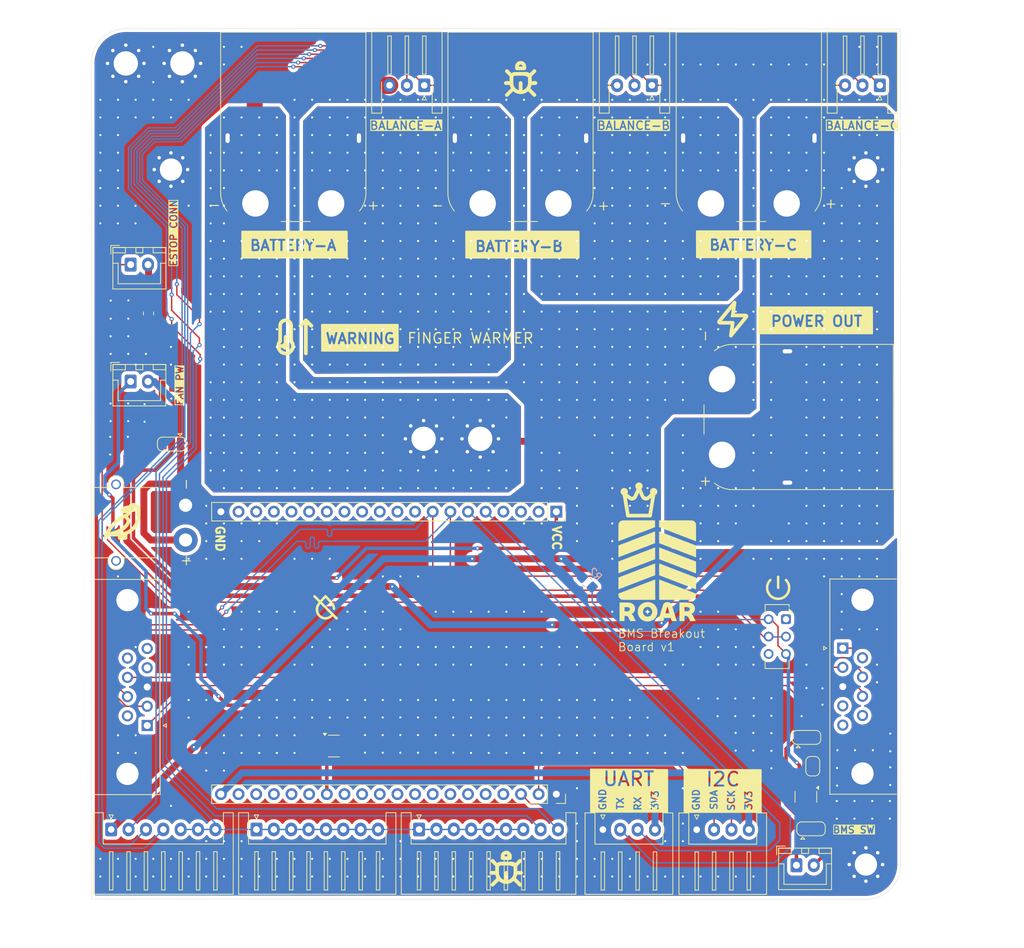
<source format=kicad_pcb>
(kicad_pcb (version 20241229) (generator "pcbnew") (generator_version "9.0")
  (layers (0 "F.Cu" signal) (2 "B.Cu" signal) (13 "F.Paste" user) (15 "B.Paste" user) (5 "F.SilkS" user "F.Silkscreen") (7 "B.SilkS" user "B.Silkscreen") (1 "F.Mask" user) (3 "B.Mask" user) (25 "Edge.Cuts" user))
  (net 0 "")
  (net 1 "VBUS")
  (net 2 "/BAL_1")
  (net 3 "/BAL_2")
  (net 4 "/BAL_4")
  (net 5 "/BAL_3")
  (net 6 "/BAL_5")
  (net 7 "GND_B")
  (net 8 "GND_C")
  (net 10 "/BAL_6")
  (net 12 "/I2C_SCK")
  (net 18 "/UART_TX")
  (net 21 "/UART_RX")
  (net 30 "/FAN_PWM")
  (net 35 "/I2C_SDA")
  (net 42 "/CAN_L_A")
  (net 43 "+3V3")
  (net 45 "/CAN_H_A")
  (net 47 "Net-(J16-Pin_1)")
  (net 50 "/CAN_L_B")
  (net 51 "Net-(J11-VCC)")
  (net 53 "VCC")
  (net 55 "/CAN_H_B")
  (net 60 "Net-(JP2-C)")
  (net 61 "/K_NEG")
  (net 62 "Net-(Q1-G)")
  (net 63 "/K_POS")
  (net 64 "/BAT1-2")
  (net 65 "/BAT2-3")
  (net 68 "Net-(JP3-C)")
  (net 69 "/MOZZ_D")
  (net 70 "Net-(J16-Pin_2)")
  (net 71 "Net-(J23-Pin_1)")
  (footprint "custom-XT90:AMASS_XT90PW-M_1x02_P10.90mm_Horizontal" (layer "F.Cu") (at 117.85 54.775)
    (property "Reference" "J2" (hide yes))
    (property "Value" "IN-B")
  )
  (footprint "Button_Switch_THT:SW_CK_JS202011CQN_DPDT_Straight" (layer "F.Cu") (at 161.5 114.6 -90)
    (property "Reference" "SW1" (hide yes))
    (property "Value" "Kill_Switch")
  )
  (footprint "Connector_JST:JST_XH_S3B-XH-A-1_1x03_P2.50mm_Horizontal" (layer "F.Cu") (at 142.2 37.775 180)
    (property "Reference" "J5" (hide yes))
    (property "Value" "BALANCE-B")
  )
  (footprint "Connector_JST:JST_XH_S3B-XH-A-1_1x03_P2.50mm_Horizontal" (layer "F.Cu") (at 109.45 37.775 180)
    (property "Reference" "J4" (hide yes))
    (property "Value" "BALANCE-A")
  )
  (footprint "MountingHole:MountingHole_3.2mm_M3_Pad_Via" (layer "F.Cu") (at 173 149.9)
    (property "Reference" "H2" (hide yes))
    (property "Value" "Mounting_2" (hide yes))
  )
  (footprint "MountingHole:MountingHole_3.5mm_Pad_Via" (layer "F.Cu") (at 117.5 88.643845)
    (property "Reference" "H8" (hide yes))
    (property "Value" "BMS_IN")
  )
  (footprint "Jumper:SolderJumper-2_P1.3mm_Bridged_RoundedPad1.0x1.5mm" (layer "F.Cu") (at 165.35 135.75 90)
    (property "Reference" "JP4" (hide yes))
    (property "Value" "Mozz_Jumper")
  )
  (footprint "custom-XT90:AMASS_XT90PW-M_1x02_P10.90mm_Horizontal" (layer "F.Cu") (at 150.7 54.775)
    (property "Reference" "J3" (hide yes))
    (property "Value" "IN-C")
  )
  (footprint "Connector_AMASS:AMASS_XT30PW-M_1x02_P2.50mm_Horizontal" (layer "F.Cu") (at 75.1 98.2 90)
    (property "Reference" "J7" (hide yes))
    (property "Value" "Conn_01x02")
  )
  (footprint "Connector_JST:JST_XH_S8B-XH-A_1x08_P2.50mm_Horizontal" (layer "F.Cu") (at 85.3 144.855)
    (property "Reference" "J19" (hide yes))
    (property "Value" "BAL_2")
  )
  (footprint "Connector_JST:JST_XH_S4B-XH-A_1x04_P2.50mm_Horizontal" (layer "F.Cu") (at 148.65 144.88)
    (property "Reference" "J17" (hide yes))
    (property "Value" "I2C_Conn")
  )
  (footprint "Package_TO_SOT_SMD:SOT-23-3" (layer "F.Cu") (at 96.45 132.85)
    (property "Reference" "Q2" (hide yes))
    (property "Value" "NMOS")
  )
  (footprint "Connector_JST:JST_XH_B2B-XH-A_1x02_P2.50mm_Vertical" (layer "F.Cu") (at 67.2 80.4)
    (property "Reference" "J23" (hide yes))
    (property "Value" "FAN-IN")
  )
  (footprint "Connector_JST:JST_XH_S9B-XH-A_1x09_P2.50mm_Horizontal" (layer "F.Cu") (at 108.7 144.855)
    (property "Reference" "J18" (hide yes))
    (property "Value" "BAL_3")
  )
  (footprint "Connector_JST:JST_XH_S3B-XH-A-1_1x03_P2.50mm_Horizontal" (layer "F.Cu") (at 175 37.775 180)
    (property "Reference" "J6" (hide yes))
    (property "Value" "BALANCE-C")
  )
  (footprint "MountingHole:MountingHole_3.2mm_M3_Pad_Via" (layer "F.Cu") (at 73 49.9)
    (property "Reference" "H1" (hide yes))
    (property "Value" "Mounting_1" (hide yes))
  )
  (footprint "Connector_Dsub:DSUB-9_Socket_Horizontal_P2.77x2.84mm_EdgePinOffset4.94mm_Housed_MountingHolesOffset4.94mm" (layer "F.Cu") (at 69.580331 129.895 -90)
    (property "Reference" "J21" (hide yes))
    (property "Value" "DE9_Socket_MountingHoles")
  )
  (footprint "Connector_JST:JST_XH_B2B-XH-A_1x02_P2.50mm_Vertical" (layer "F.Cu") (at 163 150)
    (property "Reference" "J24" (hide yes))
    (property "Value" "SWITCH")
  )
  (footprint "Jumper:SolderJumper-3_P1.3mm_Open_RoundedPad1.0x1.5mm" (layer "F.Cu") (at 73.1 89.4 180)
    (property "Reference" "JP1" (hide yes))
    (property "Value" "VCC-VBUS")
  )
  (footprint "MountingHole:MountingHole_3.5mm_Pad_Via" (layer "F.Cu") (at 66.5 34.625)
    (property "Reference" "H5" (hide yes))
    (property "Value" "BMS_OUT")
  )
  (footprint "MountingHole:MountingHole_3.5mm_Pad_Via" (layer "F.Cu") (at 74.643845 34.625)
    (property "Reference" "H6" (hide yes))
    (property "Value" "BMS_OUT")
  )
  (footprint "Package_TO_SOT_SMD:SOT-23-3" (layer "F.Cu") (at 164.3625 140.15 -90)
    (property "Reference" "Q1" (hide yes))
    (property "Value" "PMOZZ")
  )
  (footprint "Connector_Dsub:DSUB-9_Socket_Horizontal_P2.77x2.84mm_EdgePinOffset4.94mm_Housed_MountingHolesOffset4.94mm" (layer "F.Cu") (at 169.669669 118.76 90)
    (property "Reference" "J22" (hide yes))
    (property "Value" "DE9_Socket_MountingHoles")
  )
  (footprint "Connector_JST:JST_XH_B2B-XH-A_1x02_P2.50mm_Vertical" (layer "F.Cu") (at 67.2 63.575)
    (property "Reference" "J16" (hide yes))
    (property "Value" "ESTOP_CON")
  )
  (footprint "MountingHole:MountingHole_3.5mm_Pad_Via" (layer "F.Cu") (at 109.356155 88.643845)
    (property "Reference" "H7" (hide yes))
    (property "Value" "BMS_IN")
  )
  (footprint "Jumper:SolderJumper-3_P1.3mm_Open_RoundedPad1.0x1.5mm" (layer "F.Cu") (at 165.1 144.7575)
    (property "Reference" "JP3" (hide yes))
    (property "Value" "Source_Side")
  )
  (footprint "Jumper:SolderJumper-3_P1.3mm_Open_RoundedPad1.0x1.5mm" (layer "F.Cu") (at 164.45 131.6)
    (property "Reference" "JP2" (hide yes))
    (property "Value" "Drain_Side")
  )
  (footprint "MountingHole:MountingHole_3.2mm_M3_Pad_Via" (layer "F.Cu") (at 173 49.9)
    (property "Reference" "H3" (hide yes))
    (property "Value" "Mounting_3" (hide yes))
  )
  (footprint "smolbrain:Smol_Brain_Board" (layer "F.Cu") (at 101.5 122.9 -90)
    (property "Reference" "J11" (hide yes))
    (property "Value" "Smol_Brain_Board")
  )
  (footprint "custom-XT90:AMASS_XT90PW-M_1x02_P10.90mm_Horizontal" (layer "F.Cu") (at 152.3 80.05 -90)
    (property "Reference" "J10" (hide yes))
    (property "Value" "V-SUPP")
  )
  (footprint "Resistor_SMD:R_0805_2012Metric_Pad1.20x1.40mm_HandSolder" (layer "F.Cu") (at 69.775 70.6 90)
    (property "Reference" "R3" (hide yes))
    (property "Value" "10k")
  )
  (footprint "custom-XT90:AMASS_XT90PW-M_1x02_P10.90mm_Horizontal" (layer "F.Cu") (at 85.15 54.775)
    (property "Reference" "J1" (hide yes))
    (property "Value" "IN-A")
  )
  (footprint "Connector_JST:JST_XH_S7B-XH-A_1x07_P2.50mm_Horizontal" (layer "F.Cu") (at 64.4 144.855)
    (property "Reference" "J20" (hide yes))
    (property "Value" "BAL_1")
  )
  (footprint "Connector_JST:JST_XH_S4B-XH-A_1x04_P2.50mm_Horizontal" (layer "F.Cu") (at 135.15 144.875)
    (property "Reference" "J13" (hide yes))
    (property "Value" "UART_CONN")
  )
  (footprint "Resistor_SMD:R_0805_2012Metric_Pad1.20x1.40mm_HandSolder" (layer "B.Cu") (at 132.907107 109.282107 135)
    (property "Reference" "R2")
    (property "Value" "10k")
  )
  (gr_poly (pts (xy 157.85 42.5) (xy 159.4 40.9) (xy 175.75 40.9) (xy 176.95 42.1) (xy 176.9 102.5) (xy 175.4 103.9) (xy 145.4 103.9) (xy 144.1 102.75) (xy 144.1 87.2) (xy 145.5 85.7) (xy 156.45 85.7) (xy 157.85 84.6)) (stroke (width 0.2)) (fill yes) (layer "F.Cu") (net 1))
  (gr_poly (pts (xy 124.85 67.2) (xy 126.5 68.7) (xy 153.05 68.7) (xy 154.65 67.15) (xy 154.65 42.65) (xy 153 40.9) (xy 126.5 40.9) (xy 124.85 42.55)) (stroke (width 0.2)) (fill yes) (layer "F.Cu") (net 65))
  (gr_poly (pts (xy 119.9 79.075) (xy 121.8 77.225) (xy 121.8 42.65) (xy 120.15 40.9) (xy 94.1 40.9) (xy 92.1 42.95) (xy 92.1 77.275) (xy 93.8 79.175)) (stroke (width 0.2)) (fill yes) (layer "F.Cu") (net 64))
  (gr_poly (pts (xy 84 39.3) (xy 84 41.15) (xy 86.1 41.2) (xy 86.1 39.85)) (stroke (width 0.2)) (fill yes) (layer "F.Cu") (net 7))
  (gr_poly (pts (xy 121.6 96.35) (xy 123.35 95) (xy 123.35 83.95) (xy 121.45 82.05) (xy 91.15 82.05) (xy 89.55 80.5) (xy 89.55 42.1) (xy 88.55 40.85) (xy 81.290517 40.85) (xy 77.9 43.852289) (xy 77.85 95.05) (xy 79.1 96.35)) (fill yes) (layer "F.Cu") (net 7))
  (gr_poly (pts (xy 121.6 96.35) (xy 123.35 95) (xy 123.35 83.95) (xy 121.45 82.05) (xy 91.15 82.05) (xy 89.55 80.5) (xy 89.55 42.1) (xy 88.55 40.85) (xy 81.290517 40.85) (xy 77.9 43.852289) (xy 77.85 95.05) (xy 79.1 96.35)) (fill yes) (layer "B.Cu") (net 7))
  (gr_poly (pts (xy 157.85 42.5) (xy 159.4 40.9) (xy 175.75 40.9) (xy 176.95 42.1) (xy 176.9 102.5) (xy 175.4 103.9) (xy 145.4 103.9) (xy 144.1 102.75) (xy 144.1 87.2) (xy 145.5 85.7) (xy 156.45 85.7) (xy 157.85 84.6)) (stroke (width 0.2)) (fill yes) (layer "B.Cu") (net 1))
  (gr_poly (pts (xy 124.85 67.2) (xy 126.5 68.7) (xy 153.05 68.7) (xy 154.65 67.15) (xy 154.65 42.65) (xy 153 40.9) (xy 126.5 40.9) (xy 124.85 42.55)) (stroke (width 0.2)) (fill yes) (layer "B.Cu") (net 65))
  (gr_poly (pts (xy 119.9 79.075) (xy 121.8 77.225) (xy 121.8 42.675) (xy 120.15 40.925) (xy 94.1 40.925) (xy 92.1 42.975) (xy 92.1 77.275) (xy 93.8 79.175)) (stroke (width 0.2)) (fill yes) (layer "B.Cu") (net 64))
  (gr_line (start 121.813329 149.766146) (end 122.56927 150.030729) (stroke (width 0.529166)) (layer "F.SilkS"))
  (gr_curve (pts (xy 123.316667 38.772917) (xy 122.586041 38.772917) (xy 121.99375 38.180621) (xy 121.99375 37.45)) (stroke (width 0.529166)) (layer "F.SilkS"))
  (gr_line (start 89.503843 75.295628) (end 89.501972 75.029166) (stroke (width 0.529166)) (layer "F.SilkS"))
  (gr_line (start 142.00712 96.877617) (end 142.461198 96.249761) (stroke (width 0.529166)) (layer "F.SilkS"))
  (gr_curve (pts (xy 161.834693 110.687636) (xy 161.714537 110.977672) (xy 161.511055 111.225587) (xy 161.25 111.4)) (stroke (width 0.352777)) (layer "F.SilkS"))
  (gr_line (start 67.648124 98.137501) (end 67.648124 98.851876) (stroke (width 0.529166)) (layer "F.SilkS"))
  (gr_curve (pts (xy 119.953131 150.120529) (xy 120.006321 149.968539) (xy 120.12583 149.849029) (xy 120.277831 149.79584)) (stroke (width 0.529166)) (layer "F.SilkS"))
  (gr_curve (pts (xy 160.368091 111.667494) (xy 160.054136 111.667494) (xy 159.747228 111.574414) (xy 159.486176 111.4)) (stroke (width 0.352777)) (layer "F.SilkS"))
  (gr_line (start 121.332292 39.169792) (end 122.258333 38.24375) (stroke (width 0.529166)) (layer "F.SilkS"))
  (gr_line (start 122.56927 150.030729) (end 122.214887 149.79584) (stroke (width 0.529166)) (layer "F.SilkS"))
  (gr_curve (pts (xy 65.505 102.423751) (xy 67.08316 102.423751) (xy 68.362499 101.144411) (xy 68.362499 99.566251)) (stroke (width 0.529166)) (layer "F.SilkS"))
  (gr_curve (pts (xy 94.092529 112.72875) (xy 94.034649 112.875822) (xy 94.002777 113.036583) (xy 94.002777 113.205)) (stroke (width 0.352777)) (layer "F.SilkS"))
  (gr_line (start 123.883642 36.127084) (end 124.639583 36.391667) (stroke (width 0.529166)) (layer "F.SilkS"))
  (gr_line (start 119.923437 151.089062) (end 119.129687 151.089062) (stroke (width 0.529166)) (layer "F.SilkS"))
  (gr_curve (pts (xy 120.277831 149.79584) (xy 120.362696 149.766146) (xy 120.468259 149.766146) (xy 120.679389 149.766146)) (stroke (width 0.529166)) (layer "F.SilkS"))
  (gr_line (start 66.93375 99.090001) (end 65.98125 99.090001) (stroke (width 0.529166)) (layer "F.SilkS"))
  (gr_poly (pts (xy 141.959683 100.376376) (xy 142.651722 100.380222) (xy 142.65239 100.383389) (xy 142.653066 100.391377) (xy 142.654424 100.420813) (xy 142.657035 100.526506) (xy 142.659255 100.681264) (xy 142.660788 100.869045) (xy 142.663432 101.351342) (xy 142.536432 101.400597) (xy 142.333232 101.478885) (xy 142.172366 101.540735) (xy 141.905666 101.643624) (xy 141.520433 101.792326) (xy 141.279133 101.885349) (xy 141.065827 101.967501) (xy 140.927767 102.021244) (xy 140.871993 102.042743) (xy 140.809234 102.066487) (xy 140.719116 102.100816) (xy 140.597567 102.147764) (xy 140.301234 102.262177) (xy 140.0049 102.376477) (xy 139.708567 102.490777) (xy 139.412234 102.605077) (xy 139.115901 102.719377) (xy 138.819568 102.833861) (xy 138.695531 102.881804) (xy 138.599434 102.918425) (xy 138.519504 102.948856) (xy 138.434334 102.981919) (xy 138.359113 103.011212) (xy 138.303101 103.032582) (xy 138.279649 103.041453) (xy 138.247088 103.053983) (xy 138.171867 103.083352) (xy 138.086698 103.116501) (xy 138.006767 103.146989) (xy 137.926837 103.177404) (xy 137.841667 103.210376) (xy 137.701967 103.264681) (xy 137.583434 103.310323) (xy 137.449838 103.361554) (xy 137.383976 103.386654) (xy 137.386664 102.166101) (xy 137.388665 101.402677) (xy 137.390635 101.174078) (xy 137.394259 101.021705) (xy 137.400291 100.926173) (xy 137.409487 100.868094) (xy 137.422602 100.828082) (xy 137.440392 100.78675) (xy 137.449022 100.767328) (xy 137.458576 100.747876) (xy 137.469007 100.72845) (xy 137.480272 100.709108) (xy 137.492323 100.689908) (xy 137.505116 100.670906) (xy 137.518606 100.652161) (xy 137.532747 100.633729) (xy 137.547493 100.615667) (xy 137.5628 100.598034) (xy 137.578622 100.580886) (xy 137.594913 100.564281) (xy 137.611628 100.548276) (xy 137.628722 100.532929) (xy 137.646149 100.518296) (xy 137.663865 100.504435) (xy 137.673172 100.497858) (xy 137.684261 100.490778) (xy 137.696915 100.483294) (xy 137.710917 100.475504) (xy 137.742098 100.459404) (xy 137.776069 100.443271) (xy 137.811096 100.427896) (xy 137.845443 100.414073) (xy 137.861821 100.40799) (xy 137.877378 100.402593) (xy 137.891898 100.397978) (xy 137.905165 100.394247) (xy 137.916933 100.391662) (xy 137.933082 100.389378) (xy 137.956623 100.387371) (xy 137.990566 100.385619) (xy 138.03792 100.3841) (xy 138.101697 100.382791) (xy 138.184905 100.381669) (xy 138.290555 100.380712) (xy 138.581221 100.379203) (xy 138.997774 100.378083) (xy 140.304865 100.376292)) (fill yes) (layer "F.SilkS"))
  (gr_poly (pts (xy 89.542818 71.590669) (xy 89.583128 71.593734) (xy 89.622852 71.598782) (xy 89.66194 71.605762) (xy 89.700342 71.614625) (xy 89.738009 71.625321) (xy 89.77489 71.637801) (xy 89.810935 71.652013) (xy 89.846095 71.667909) (xy 89.88032 71.685438) (xy 89.91356 71.70455) (xy 89.945765 71.725196) (xy 89.976885 71.747326) (xy 90.00687 71.77089) (xy 90.035671 71.795838) (xy 90.063238 71.82212) (xy 90.08952 71.849687) (xy 90.114468 71.878488) (xy 90.138032 71.908473) (xy 90.160162 71.939593) (xy 90.180808 71.971798) (xy 90.199921 72.005038) (xy 90.21745 72.039263) (xy 90.233345 72.074423) (xy 90.247557 72.110469) (xy 90.260037 72.147349) (xy 90.270733 72.185016) (xy 90.279596 72.223418) (xy 90.286576 72.262506) (xy 90.291624 72.30223) (xy 90.294689 72.34254) (xy 90.295722 72.383386) (xy 90.295722 74.593715) (xy 90.325831 74.629372) (xy 90.354371 74.666349) (xy 90.38129 74.704594) (xy 90.406536 74.744056) (xy 90.430059 74.784684) (xy 90.451806 74.826426) (xy 90.471726 74.869229) (xy 90.489768 74.913044) (xy 90.505879 74.957817) (xy 90.52001 75.003498) (xy 90.532108 75.050034) (xy 90.542122 75.097375) (xy 90.55 75.145469) (xy 90.555691 75.194263) (xy 90.559143 75.243707) (xy 90.560305 75.293749) (xy 90.558928 75.348212) (xy 90.554841 75.40196) (xy 90.548111 75.454927) (xy 90.538804 75.507045) (xy 90.526986 75.558249) (xy 90.512725 75.608471) (xy 90.496086 75.657646) (xy 90.477136 75.705707) (xy 90.455942 75.752588) (xy 90.43257 75.798221) (xy 90.407087 75.842541) (xy 90.379559 75.885481) (xy 90.350052 75.926974) (xy 90.318634 75.966954) (xy 90.28537 76.005355) (xy 90.250327 76.04211) (xy 90.213572 76.077152) (xy 90.17517 76.110416) (xy 90.13519 76.141834) (xy 90.093696 76.17134) (xy 90.050757 76.198868) (xy 90.006437 76.224351) (xy 89.960803 76.247722) (xy 89.913923 76.268916) (xy 89.865863 76.287865) (xy 89.816688 76.304504) (xy 89.766466 76.318765) (xy 89.715263 76.330582) (xy 89.663146 76.339889) (xy 89.610181 76.346619) (xy 89.556434 76.350706) (xy 89.501972 76.352083) (xy 89.44751 76.350706) (xy 89.393764 76.346619) (xy 89.340798 76.339889) (xy 89.288681 76.330582) (xy 89.237478 76.318765) (xy 89.187256 76.304504) (xy 89.138082 76.287865) (xy 89.090021 76.268916) (xy 89.043141 76.247722) (xy 88.997508 76.224351) (xy 88.953188 76.198868) (xy 88.910248 76.17134) (xy 88.868754 76.141834) (xy 88.828774 76.110416) (xy 88.790373 76.077152) (xy 88.753617 76.04211) (xy 88.718575 76.005355) (xy 88.685311 75.966954) (xy 88.653892 75.926974) (xy 88.624386 75.885481) (xy 88.596857 75.842541) (xy 88.571374 75.798221) (xy 88.548002 75.752588) (xy 88.526808 75.705707) (xy 88.507858 75.657646) (xy 88.49122 75.608471) (xy 88.476958 75.558249) (xy 88.465141 75.507045) (xy 88.455833 75.454927) (xy 88.449103 75.40196) (xy 88.445016 75.348212) (xy 88.443639 75.293749) (xy 89.237389 75.293749) (xy 89.237733 75.307365) (xy 89.238755 75.320802) (xy 89.240438 75.334043) (xy 89.242764 75.347073) (xy 89.245719 75.359874) (xy 89.249284 75.37243) (xy 89.253444 75.384723) (xy 89.258181 75.396739) (xy 89.26348 75.408459) (xy 89.269323 75.419867) (xy 89.275694 75.430947) (xy 89.282576 75.441682) (xy 89.289953 75.452055) (xy 89.297807 75.46205) (xy 89.306123 75.471651) (xy 89.314884 75.480839) (xy 89.324073 75.4896) (xy 89.333673 75.497916) (xy 89.343668 75.50577) (xy 89.354042 75.513147) (xy 89.364777 75.520029) (xy 89.375857 75.526399) (xy 89.387265 75.532242) (xy 89.398985 75.537541) (xy 89.411 75.542278) (xy 89.423294 75.546438) (xy 89.435849 75.550003) (xy 89.44865 75.552957) (xy 89.461679 75.555284) (xy 89.47492 75.556966) (xy 89.488357 75.557988) (xy 89.501972 75.558332) (xy 89.515588 75.557988) (xy 89.529024 75.556966) (xy 89.542265 75.555284) (xy 89.555295 75.552957) (xy 89.568095 75.550003) (xy 89.580651 75.546438) (xy 89.592944 75.542278) (xy 89.604959 75.537541) (xy 89.616679 75.532242) (xy 89.628088 75.526399) (xy 89.639168 75.520029) (xy 89.649903 75.513147) (xy 89.660276 75.50577) (xy 89.670271 75.497916) (xy 89.679872 75.4896) (xy 89.68906 75.480839) (xy 89.697821 75.471651) (xy 89.706137 75.46205) (xy 89.713992 75.452055) (xy 89.721369 75.441682) (xy 89.728251 75.430947) (xy 89.734621 75.419867) (xy 89.740464 75.408459) (xy 89.745763 75.396739) (xy 89.750501 75.384723) (xy 89.75466 75.37243) (xy 89.758226 75.359874) (xy 89.76118 75.347073) (xy 89.763507 75.334043) (xy 89.765189 75.320802) (xy 89.766211 75.307365) (xy 89.766555 75.293749) (xy 89.766211 75.280133) (xy 89.765189 75.266696) (xy 89.763507 75.253455) (xy 89.76118 75.240425) (xy 89.758226 75.227624) (xy 89.75466 75.215069) (xy 89.750501 75.202775) (xy 89.745763 75.19076) (xy 89.740464 75.17904) (xy 89.734621 75.167631) (xy 89.728251 75.156551) (xy 89.721369 75.145816) (xy 89.713992 75.135443) (xy 89.706137 75.125448) (xy 89.697821 75.115848) (xy 89.68906 75.106659) (xy 89.679872 75.097898) (xy 89.670271 75.089583) (xy 89.660276 75.081728) (xy 89.649903 75.074352) (xy 89.639168 75.06747) (xy 89.628088 75.061099) (xy 89.616679 75.055256) (xy 89.604959 75.049958) (xy 89.592944 75.04522) (xy 89.580651 75.041061) (xy 89.568095 75.037495) (xy 89.555295 75.034541) (xy 89.542265 75.032214) (xy 89.529024 75.030532) (xy 89.515588 75.02951) (xy 89.501972 75.029166) (xy 89.488357 75.02951) (xy 89.47492 75.030532) (xy 89.461679 75.032214) (xy 89.44865 75.034541) (xy 89.435849 75.037495) (xy 89.423294 75.041061) (xy 89.411 75.04522) (xy 89.398985 75.049958) (xy 89.387265 75.055256) (xy 89.375857 75.061099) (xy 89.364777 75.06747) (xy 89.354042 75.074352) (xy 89.343668 75.081728) (xy 89.333673 75.089583) (xy 89.324073 75.097898) (xy 89.314884 75.106659) (xy 89.306123 75.115848) (xy 89.297807 75.125448) (xy 89.289953 75.135443) (xy 89.282576 75.145816) (xy 89.275694 75.156551) (xy 89.269323 75.167631) (xy 89.26348 75.17904) (xy 89.258181 75.19076) (xy 89.253444 75.202775) (xy 89.249284 75.215069) (xy 89.245719 75.227624) (xy 89.242764 75.240425) (xy 89.240438 75.253455) (xy 89.238755 75.266696) (xy 89.237733 75.280133) (xy 89.237389 75.293749) (xy 88.443639 75.293749) (xy 88.444801 75.243707) (xy 88.448254 75.194263) (xy 88.453945 75.145469) (xy 88.461824 75.097375) (xy 88.471838 75.050034) (xy 88.483937 75.003498) (xy 88.498068 74.957817) (xy 88.514181 74.913044) (xy 88.532223 74.869229) (xy 88.552143 74.826426) (xy 88.57389 74.784684) (xy 88.597413 74.744056) (xy 88.622658 74.704594) (xy 88.649576 74.666349) (xy 88.678115 74.629372) (xy 88.708222 74.593715) (xy 88.708222 72.383386) (xy 88.709255 72.34254) (xy 88.71232 72.30223) (xy 88.717368 72.262506) (xy 88.724348 72.223418) (xy 88.733212 72.185016) (xy 88.743908 72.147349) (xy 88.756387 72.110469) (xy 88.770599 72.074423) (xy 88.786495 72.039263) (xy 88.804024 72.005038) (xy 88.823136 71.971798) (xy 88.843783 71.939593) (xy 88.865913 71.908473) (xy 88.889477 71.878488) (xy 88.914424 71.849687) (xy 88.940707 71.82212) (xy 88.968273 71.795838) (xy 88.997074 71.77089) (xy 89.027059 71.747326) (xy 89.05818 71.725196) (xy 89.090384 71.70455) (xy 89.123624 71.685438) (xy 89.157849 71.667909) (xy 89.193009 71.652013) (xy 89.229055 71.637801) (xy 89.265936 71.625321) (xy 89.303602 71.614625) (xy 89.342004 71.605762) (xy 89.381092 71.598782) (xy 89.420816 71.593734) (xy 89.461126 71.590669) (xy 89.501972 71.589636)) (stroke (width 0.529166)) (fill no) (layer "F.SilkS"))
  (gr_curve (pts (xy 122.539584 150.120529) (xy 122.56927 150.205407) (xy 122.56927 150.310976) (xy 122.56927 150.522087)) (stroke (width 0.529166)) (layer "F.SilkS"))
  (gr_line (start 138.757032 99.689344) (end 141.932032 99.689344) (stroke (width 0.529166)) (layer "F.SilkS"))
  (gr_line (start 124.639583 36.391667) (end 125.301042 35.730209) (stroke (width 0.529166)) (layer "F.SilkS"))
  (gr_curve (pts (xy 68.362499 98.851876) (xy 68.362499 98.457337) (xy 68.042671 98.137501) (xy 67.648124 98.137501)) (stroke (width 0.529166)) (layer "F.SilkS"))
  (gr_line (start 123.230729 152.808854) (end 122.304687 151.882812) (stroke (width 0.529166)) (layer "F.SilkS"))
  (gr_poly (pts (xy 147.26053 100.376297) (xy 147.938255 100.381729) (xy 147.959262 100.38388) (xy 147.980908 100.386642) (xy 148.002744 100.389934) (xy 148.024324 100.393672) (xy 148.045199 100.397774) (xy 148.064922 100.402156) (xy 148.083046 100.406738) (xy 148.099122 100.411435) (xy 148.135667 100.424293) (xy 148.171276 100.43935) (xy 148.205871 100.456528) (xy 148.239372 100.475749) (xy 148.271702 100.496934) (xy 148.302782 100.520006) (xy 148.332534 100.544887) (xy 148.360878 100.571499) (xy 148.387737 100.599763) (xy 148.413032 100.629601) (xy 148.436684 100.660936) (xy 148.458615 100.693689) (xy 148.478746 100.727783) (xy 148.496999 100.763139) (xy 148.513295 100.799679) (xy 148.527555 100.837325) (xy 148.556231 100.920149) (xy 148.558538 102.158398) (xy 148.558247 103.032736) (xy 148.556663 103.298575) (xy 148.554305 103.396047) (xy 148.553244 103.395833) (xy 148.551436 103.395325) (xy 148.545753 103.393489) (xy 148.537595 103.390661) (xy 148.527302 103.386967) (xy 148.501668 103.377468) (xy 148.471566 103.365979) (xy 148.471563 103.365979) (xy 148.209098 103.264681) (xy 148.147105 103.240681) (xy 148.069396 103.210376) (xy 147.984227 103.177404) (xy 147.904298 103.146989) (xy 147.824366 103.116501) (xy 147.739198 103.083352) (xy 147.663977 103.053983) (xy 147.607964 103.032582) (xy 147.551952 103.011212) (xy 147.476731 102.981919) (xy 147.391562 102.948856) (xy 147.311631 102.918425) (xy 147.215535 102.881804) (xy 147.091498 102.833861) (xy 146.795165 102.719377) (xy 146.498831 102.605077) (xy 146.202497 102.490777) (xy 145.906163 102.376477) (xy 145.60983 102.262177) (xy 145.313496 102.147693) (xy 145.189459 102.099732) (xy 145.093363 102.063067) (xy 145.014675 102.033175) (xy 144.932496 102.001496) (xy 144.665797 101.898473) (xy 144.40968 101.799726) (xy 144.261514 101.742372) (xy 144.005397 101.643624) (xy 143.738697 101.540464) (xy 143.666466 101.51252) (xy 143.611697 101.491802) (xy 143.533301 101.462089) (xy 143.404264 101.412521) (xy 143.239165 101.348814) (xy 143.239165 100.863548) (xy 143.239165 100.378282) (xy 145.542098 100.375881)) (fill yes) (layer "F.SilkS"))
  (gr_curve (pts (xy 159.486176 111.4) (xy 159.225124 111.225587) (xy 159.021651 110.977672) (xy 158.901481 110.687636)) (stroke (width 0.352777)) (layer "F.SilkS"))
  (gr_curve (pts (xy 161.490806 108.957651) (xy 161.712773 109.179688) (xy 161.863921 109.462555) (xy 161.925128 109.770484)) (stroke (width 0.352777)) (layer "F.SilkS"))
  (gr_curve (pts (xy 95.2375 114.474999) (xy 95.663196 114.474999) (xy 96.03857 114.253419) (xy 96.260555 113.91627)) (stroke (width 0.352777)) (layer "F.SilkS"))
  (gr_poly (pts (xy 142.660073 101.969016) (xy 142.66106 101.978739) (xy 142.662826 102.017759) (xy 142.664314 102.083061) (xy 142.665526 102.174863) (xy 142.667133 102.438848) (xy 142.667664 102.811467) (xy 142.667664 103.657153) (xy 142.610514 103.678815) (xy 142.066531 103.888509) (xy 141.782898 103.997739) (xy 141.486564 104.112203) (xy 141.362528 104.160164) (xy 141.266431 104.196829) (xy 141.1865 104.227274) (xy 141.101331 104.260284) (xy 141.019892 104.291948) (xy 140.94893 104.319157) (xy 140.799422 104.37648) (xy 140.597564 104.454543) (xy 140.212331 104.603101) (xy 139.865197 104.73719) (xy 139.640831 104.823578) (xy 139.395298 104.918116) (xy 138.997365 105.071755) (xy 138.510531 105.259334) (xy 137.38757 105.691114) (xy 137.386504 105.623841) (xy 137.385955 105.440673) (xy 137.386541 104.838548) (xy 137.386541 104.838549) (xy 137.388697 103.985984) (xy 137.562264 103.919543) (xy 137.892463 103.792981) (xy 138.14223 103.697303) (xy 138.616364 103.515181) (xy 139.090497 103.33306) (xy 139.340263 103.237418) (xy 139.65353 103.117559) (xy 139.772857 103.071716) (xy 139.839797 103.045434) (xy 139.942799 103.005381) (xy 140.14883 102.926429) (xy 140.47903 102.799855) (xy 140.542265 102.775419) (xy 140.622963 102.744643) (xy 140.800763 102.67665) (xy 140.965864 102.61316) (xy 141.037592 102.585572) (xy 141.097097 102.56248) (xy 141.427297 102.435649) (xy 141.757498 102.308756) (xy 141.883691 102.260047) (xy 142.155431 102.156193) (xy 142.431842 102.050546) (xy 142.572633 101.996156) (xy 142.603498 101.984362) (xy 142.630073 101.974704) (xy 142.640866 101.970987) (xy 142.649523 101.968178) (xy 142.655691 101.966401) (xy 142.659015 101.965781)) (fill yes) (layer "F.SilkS"))
  (gr_poly (pts (xy 121.273585 148.179335) (xy 121.300459 148.181378) (xy 121.326943 148.184743) (xy 121.353002 148.189397) (xy 121.378603 148.195306) (xy 121.403715 148.202436) (xy 121.428302 148.210756) (xy 121.452333 148.22023) (xy 121.475773 148.230828) (xy 121.49859 148.242513) (xy 121.520749 148.255255) (xy 121.542219 148.269019) (xy 121.562966 148.283773) (xy 121.582956 148.299482) (xy 121.602157 148.316114) (xy 121.620534 148.333635) (xy 121.638055 148.352013) (xy 121.654687 148.371213) (xy 121.670396 148.391204) (xy 121.685149 148.41195) (xy 121.698913 148.43342) (xy 121.711654 148.45558) (xy 121.72334 148.478397) (xy 121.733937 148.501837) (xy 121.743412 148.525867) (xy 121.751731 148.550455) (xy 121.758861 148.575566) (xy 121.76477 148.601167) (xy 121.769423 148.627226) (xy 121.772788 148.653708) (xy 121.774832 148.680582) (xy 121.77552 148.707813) (xy 121.77552 148.972396) (xy 120.717187 148.972396) (xy 120.717187 148.707813) (xy 120.717876 148.680582) (xy 120.719919 148.653708) (xy 120.723284 148.627226) (xy 120.727938 148.601167) (xy 120.733846 148.575566) (xy 120.740977 148.550455) (xy 120.749296 148.525867) (xy 120.75877 148.501837) (xy 120.769367 148.478397) (xy 120.781053 148.45558) (xy 120.793794 148.43342) (xy 120.807558 148.41195) (xy 120.822311 148.391204) (xy 120.83802 148.371213) (xy 120.854652 148.352013) (xy 120.872173 148.333635) (xy 120.890551 148.316114) (xy 120.909751 148.299482) (xy 120.929741 148.283773) (xy 120.950488 148.269019) (xy 120.971958 148.255255) (xy 120.994118 148.242513) (xy 121.016935 148.230828) (xy 121.040375 148.22023) (xy 121.064405 148.210756) (xy 121.088993 148.202436) (xy 121.114104 148.195306) (xy 121.139706 148.189397) (xy 121.165765 148.184743) (xy 121.192248 148.181378) (xy 121.219122 148.179335) (xy 121.246354 148.178646)) (stroke (width 0.529166)) (fill no) (layer "F.SilkS"))
  (gr_curve (pts (xy 67.648124 98.137501) (xy 67.3837 98.137501) (xy 67.152851 98.281162) (xy 67.029317 98.494688)) (stroke (width 0.529166)) (layer "F.SilkS"))
  (gr_line (start 124.639583 37.45) (end 125.433333 37.45) (stroke (width 0.529166)) (layer "F.SilkS"))
  (gr_line (start 160.368779 108.491983) (end 160.368779 110.079483) (stroke (width 0.352777)) (layer "F.SilkS"))
  (gr_poly (pts (xy 140.358148 95.191772) (xy 140.371585 95.192794) (xy 140.384826 95.194477) (xy 140.397856 95.196803) (xy 140.410657 95.199758) (xy 140.423212 95.203323) (xy 140.435506 95.207483) (xy 140.447521 95.21222) (xy 140.459241 95.217519) (xy 140.47065 95.223362) (xy 140.48173 95.229733) (xy 140.492465 95.236615) (xy 140.502838 95.243992) (xy 140.512833 95.251846) (xy 140.522433 95.260162) (xy 140.531622 95.268923) (xy 140.540383 95.278112) (xy 140.548698 95.287712) (xy 140.556553 95.297707) (xy 140.56393 95.308081) (xy 140.570811 95.318816) (xy 140.577182 95.329896) (xy 140.583025 95.341304) (xy 140.588323 95.353024) (xy 140.593061 95.365039) (xy 140.59722 95.377333) (xy 140.600786 95.389888) (xy 140.60374 95.402689) (xy 140.606067 95.415718) (xy 140.607749 95.428959) (xy 140.608771 95.442396) (xy 140.609115 95.456011) (xy 140.608771 95.469627) (xy 140.607749 95.483063) (xy 140.606067 95.496304) (xy 140.60374 95.509334) (xy 140.600786 95.522134) (xy 140.59722 95.53469) (xy 140.593061 95.546983) (xy 140.588323 95.558998) (xy 140.583025 95.570718) (xy 140.577182 95.582127) (xy 140.570811 95.593207) (xy 140.56393 95.603942) (xy 140.556553 95.614315) (xy 140.548698 95.62431) (xy 140.540383 95.633911) (xy 140.531622 95.643099) (xy 140.522433 95.65186) (xy 140.512833 95.660176) (xy 140.502838 95.668031) (xy 140.492465 95.675408) (xy 140.48173 95.68229) (xy 140.47065 95.68866) (xy 140.459241 95.694504) (xy 140.447521 95.699802) (xy 140.435506 95.70454) (xy 140.423212 95.708699) (xy 140.410657 95.712265) (xy 140.397856 95.715219) (xy 140.384826 95.717546) (xy 140.371585 95.719228) (xy 140.358148 95.72025) (xy 140.344532 95.720595) (xy 140.330916 95.72025) (xy 140.317479 95.719228) (xy 140.304237 95.717546) (xy 140.291208 95.715219) (xy 140.278407 95.712265) (xy 140.265851 95.708699) (xy 140.253557 95.70454) (xy 140.241542 95.699802) (xy 140.229822 95.694504) (xy 140.218414 95.68866) (xy 140.207334 95.68229) (xy 140.196599 95.675408) (xy 140.186226 95.668031) (xy 140.17623 95.660176) (xy 140.16663 95.65186) (xy 140.157441 95.643099) (xy 140.148681 95.633911) (xy 140.140365 95.62431) (xy 140.13251 95.614315) (xy 140.125134 95.603942) (xy 140.118252 95.593207) (xy 140.111881 95.582127) (xy 140.106038 95.570718) (xy 140.10074 95.558998) (xy 140.096003 95.546983) (xy 140.091843 95.53469) (xy 140.088278 95.522134) (xy 140.085324 95.509334) (xy 140.082997 95.496304) (xy 140.081314 95.483063) (xy 140.080293 95.469627) (xy 140.079948 95.456011) (xy 140.080293 95.442396) (xy 140.081314 95.428959) (xy 140.082997 95.415718) (xy 140.085324 95.402689) (xy 140.088278 95.389888) (xy 140.091843 95.377333) (xy 140.096003 95.365039) (xy 140.10074 95.353024) (xy 140.106038 95.341304) (xy 140.111881 95.329896) (xy 140.118252 95.318816) (xy 140.125134 95.308081) (xy 140.13251 95.297707) (xy 140.140365 95.287712) (xy 140.148681 95.278112) (xy 140.157441 95.268923) (xy 140.16663 95.260162) (xy 140.17623 95.251846) (xy 140.186226 95.243992) (xy 140.196599 95.236615) (xy 140.207334 95.229733) (xy 140.218414 95.223362) (xy 140.229822 95.217519) (xy 140.241542 95.21222) (xy 140.253557 95.207483) (xy 140.265851 95.203323) (xy 140.278407 95.199758) (xy 140.291208 95.196803) (xy 140.304237 95.194477) (xy 140.317479 95.192794) (xy 140.330916 95.191772) (xy 140.344532 95.191428)) (stroke (width 0.529166)) (fill no) (layer "F.SilkS"))
  (gr_line (start 121.99375 36.391667) (end 121.332292 35.730209) (stroke (width 0.529166)) (layer "F.SilkS"))
  (gr_curve (pts (xy 158.811057 109.770484) (xy 158.872267 109.462555) (xy 159.023411 109.179688) (xy 159.245375 108.957651)) (stroke (width 0.352777)) (layer "F.SilkS"))
  (gr_poly (pts (xy 142.665608 104.272844) (xy 142.666543 104.273236) (xy 142.66768 104.291369) (xy 142.668858 104.34126) (xy 142.671202 104.522516) (xy 142.6733 104.789405) (xy 142.674881 105.11433) (xy 142.67597 105.543206) (xy 142.675161 105.798813) (xy 142.672013 105.923558) (xy 142.669424 105.950109) (xy 142.666084 105.959846) (xy 142.664535 105.960973) (xy 142.662342 105.962325) (xy 142.659548 105.963885) (xy 142.656192 105.965634) (xy 142.647958 105.969629) (xy 142.637965 105.974167) (xy 142.626538 105.979103) (xy 142.614002 105.984294) (xy 142.600682 105.989597) (xy 142.586901 105.994867) (xy 142.334782 106.091325) (xy 142.043248 106.203882) (xy 141.899676 106.25963) (xy 141.693998 106.338814) (xy 141.481325 106.420681) (xy 141.346865 106.4729) (xy 141.080165 106.575705) (xy 139.992198 106.99511) (xy 139.530765 107.172903) (xy 139.234432 107.287327) (xy 139.110395 107.33527) (xy 139.014298 107.37189) (xy 138.934368 107.402322) (xy 138.849198 107.435384) (xy 138.773977 107.464678) (xy 138.717965 107.486048) (xy 138.694513 107.494919) (xy 138.661952 107.507449) (xy 138.586731 107.536818) (xy 138.501562 107.569967) (xy 138.421631 107.600455) (xy 138.3417 107.630912) (xy 138.256531 107.663985) (xy 138.18131 107.693279) (xy 138.125297 107.714648) (xy 138.101845 107.723523) (xy 138.069285 107.736058) (xy 137.994064 107.765449) (xy 137.918843 107.794709) (xy 137.886282 107.807105) (xy 137.86283 107.815808) (xy 137.840214 107.824164) (xy 137.809927 107.835616) (xy 137.77593 107.848654) (xy 137.742181 107.861771) (xy 137.585547 107.922665) (xy 137.454987 107.973466) (xy 137.444305 107.977601) (xy 137.43398 107.981458) (xy 137.424263 107.984954) (xy 137.415405 107.988003) (xy 137.407658 107.990521) (xy 137.401274 107.992425) (xy 137.396506 107.993629) (xy 137.394805 107.993942) (xy 137.393603 107.994049) (xy 137.393007 107.993321) (xy 137.392433 107.991125) (xy 137.39135 107.982248) (xy 137.389442 107.946001) (xy 137.387864 107.88404) (xy 137.386604 107.795098) (xy 137.384981 107.531198) (xy 137.384464 107.144162) (xy 137.384465 107.144161) (xy 137.384465 106.294275) (xy 137.475482 106.259795) (xy 137.799331 106.135604) (xy 138.438565 105.890179) (xy 138.836498 105.737574) (xy 138.954449 105.69213) (xy 139.166698 105.610934) (xy 139.372729 105.531991) (xy 139.475731 105.491962) (xy 139.499596 105.482462) (xy 139.54267 105.465703) (xy 139.661997 105.41987) (xy 139.975264 105.30001) (xy 140.225031 105.204379) (xy 140.375158 105.146837) (xy 140.665297 105.035098) (xy 141.173297 104.840126) (xy 141.757498 104.615535) (xy 141.895504 104.562257) (xy 141.977631 104.531009) (xy 142.059757 104.4998) (xy 142.197764 104.446614) (xy 142.343232 104.390549) (xy 142.443298 104.352415) (xy 142.513189 104.325811) (xy 142.586109 104.297467) (xy 142.6013 104.291633) (xy 142.615683 104.286402) (xy 142.628929 104.281873) (xy 142.640706 104.278146) (xy 142.650687 104.275319) (xy 142.658539 104.273492) (xy 142.661565 104.272985) (xy 142.663935 104.272765)) (fill yes) (layer "F.SilkS"))
  (gr_line (start 94.95175 111.598818) (end 95.2375 111.3) (stroke (width 0.352777)) (layer "F.SilkS"))
  (gr_line (start 142.461198 96.514344) (end 142.00712 96.877617) (stroke (width 0.529166)) (layer "F.SilkS"))
  (gr_line (start 119.261979 152.808854) (end 120.18802 151.882812) (stroke (width 0.529166)) (layer "F.SilkS"))
  (gr_curve (pts (xy 139.643082 97.157652) (xy 139.765653 97.071319) (xy 139.84013 96.897541) (xy 139.989064 96.55)) (stroke (width 0.529166)) (layer "F.SilkS"))
  (gr_curve (pts (xy 121.246354 152.411979) (xy 121.976974 152.411979) (xy 122.56927 151.819683) (xy 122.56927 151.089062)) (stroke (width 0.529166)) (layer "F.SilkS"))
  (gr_line (start 66.4575 102.423751) (end 65.624062 102.423751) (stroke (width 0.529166)) (layer "F.SilkS"))
  (gr_curve (pts (xy 121.99375 36.883025) (xy 121.99375 36.671914) (xy 121.99375 36.566345) (xy 122.023444 36.481467)) (stroke (width 0.529166)) (layer "F.SilkS"))
  (gr_poly (pts (xy 123.343898 34.540273) (xy 123.370772 34.542316) (xy 123.397256 34.545681) (xy 123.423315 34.550335) (xy 123.448916 34.556244) (xy 123.474028 34.563374) (xy 123.498615 34.571694) (xy 123.522646 34.581168) (xy 123.546086 34.591766) (xy 123.568903 34.603451) (xy 123.591062 34.616193) (xy 123.612532 34.629957) (xy 123.633279 34.644711) (xy 123.653269 34.66042) (xy 123.67247 34.677052) (xy 123.690847 34.694573) (xy 123.708368 34.712951) (xy 123.725 34.732151) (xy 123.740709 34.752142) (xy 123.755462 34.772888) (xy 123.769226 34.794358) (xy 123.781967 34.816518) (xy 123.793653 34.839335) (xy 123.80425 34.862775) (xy 123.813725 34.886805) (xy 123.822044 34.911393) (xy 123.829174 34.936504) (xy 123.835083 34.962105) (xy 123.839736 34.988164) (xy 123.843101 35.014646) (xy 123.845145 35.04152) (xy 123.845833 35.068751) (xy 123.845833 35.333334) (xy 122.7875 35.333334) (xy 122.7875 35.068751) (xy 122.788189 35.04152) (xy 122.790232 35.014646) (xy 122.793597 34.988164) (xy 122.798251 34.962105) (xy 122.804159 34.936504) (xy 122.81129 34.911393) (xy 122.819609 34.886805) (xy 122.829083 34.862775) (xy 122.83968 34.839335) (xy 122.851366 34.816518) (xy 122.864107 34.794358) (xy 122.877871 34.772888) (xy 122.892624 34.752142) (xy 122.908333 34.732151) (xy 122.924965 34.712951) (xy 122.942486 34.694573) (xy 122.960864 34.677052) (xy 122.980064 34.66042) (xy 123.000054 34.644711) (xy 123.020801 34.629957) (xy 123.042271 34.616193) (xy 123.064431 34.603451) (xy 123.087248 34.591766) (xy 123.110688 34.581168) (xy 123.134718 34.571694) (xy 123.159306 34.563374) (xy 123.184417 34.556244) (xy 123.210019 34.550335) (xy 123.236078 34.545681) (xy 123.262561 34.542316) (xy 123.289435 34.540273) (xy 123.316667 34.539584)) (stroke (width 0.529166)) (fill no) (layer "F.SilkS"))
  (gr_curve (pts (xy 65.98125 99.090001) (xy 65.98125 98.79425) (xy 66.453504 98.494688) (xy 66.93375 98.494688)) (stroke (width 0.529166)) (layer "F.SilkS"))
  (gr_curve (pts (xy 122.023444 36.481467) (xy 122.076634 36.329477) (xy 122.196143 36.209967) (xy 122.348144 36.156778)) (stroke (width 0.529166)) (layer "F.SilkS"))
  (gr_poly (pts (xy 153.83383 70.887371) (xy 155.503827 70.887371) (xy 155.554071 70.887428) (xy 155.598051 70.887827) (xy 155.617825 70.888262) (xy 155.636193 70.88891) (xy 155.653207 70.889815) (xy 155.66892 70.891019) (xy 155.683387 70.892565) (xy 155.696659 70.894496) (xy 155.708791 70.896854) (xy 155.719836 70.899683) (xy 155.729846 70.903024) (xy 155.73448 70.904901) (xy 155.738875 70.906922) (xy 155.743038 70.909092) (xy 155.746976 70.911418) (xy 155.750695 70.913903) (xy 155.754202 70.916555) (xy 155.759962 70.921458) (xy 155.765402 70.926652) (xy 155.770514 70.932121) (xy 155.775289 70.937848) (xy 155.77972 70.943817) (xy 155.783801 70.950012) (xy 155.787522 70.956417) (xy 155.790877 70.963016) (xy 155.793857 70.969791) (xy 155.796456 70.976728) (xy 155.798665 70.98381) (xy 155.800477 70.991021) (xy 155.801884 70.998344) (xy 155.802878 71.005764) (xy 155.803453 71.013263) (xy 155.8036 71.020827) (xy 155.803 71.029671) (xy 155.801351 71.038786) (xy 155.79865 71.04824) (xy 155.794897 71.058102) (xy 155.790092 71.06844) (xy 155.784235 71.079321) (xy 155.777324 71.090815) (xy 155.769359 71.10299) (xy 155.76034 71.115913) (xy 155.750266 71.129654) (xy 155.72695 71.159858) (xy 155.699406 71.19415) (xy 155.66763 71.233076) (xy 153.569247 73.797787) (xy 153.83383 71.945704) (xy 152.163822 71.945704) (xy 152.113579 71.945647) (xy 152.069599 71.945248) (xy 152.049826 71.944814) (xy 152.031459 71.944165) (xy 152.014445 71.943261) (xy 151.998732 71.942056) (xy 151.984265 71.94051) (xy 151.970993 71.93858) (xy 151.958861 71.936221) (xy 151.947817 71.933393) (xy 151.937807 71.930051) (xy 151.933174 71.928174) (xy 151.928779 71.926154) (xy 151.924616 71.923983) (xy 151.920678 71.921658) (xy 151.916959 71.919172) (xy 151.913452 71.916521) (xy 151.907692 71.911617) (xy 151.902252 71.906423) (xy 151.89714 71.900955) (xy 151.892365 71.895228) (xy 151.887932 71.889258) (xy 151.883851 71.883063) (xy 151.880129 71.876658) (xy 151.876774 71.87006) (xy 151.873792 71.863284) (xy 151.871192 71.856347) (xy 151.868982 71.849265) (xy 151.867168 71.842055) (xy 151.865759 71.834731) (xy 151.864762 71.827312) (xy 151.864186 71.819812) (xy 151.864036 71.812248) (xy 151.864637 71.803404) (xy 151.866289 71.794289) (xy 151.868991 71.784835) (xy 151.872744 71.774973) (xy 151.877549 71.764636) (xy 151.883407 71.753754) (xy 151.890318 71.74226) (xy 151.898282 71.730086) (xy 151.907301 71.717162) (xy 151.917374 71.703422) (xy 151.940688 71.673217) (xy 151.968228 71.638925) (xy 152 71.6) (xy 154.098413 69.035288)) (stroke (width 0.529166)) (fill no) (layer "F.SilkS"))
  (gr_line (start 124.639583 36.391667) (end 124.2852 36.156778) (stroke (width 0.529166)) (layer "F.SilkS"))
  (gr_line (start 68.362499 99.566251) (end 68.362499 98.851876) (stroke (width 0.529166)) (layer "F.SilkS"))
  (gr_line (start 63.838125 102.423751) (end 63.844171 102.350461) (stroke (width 0.529166)) (layer "F.SilkS"))
  (gr_curve (pts (xy 161.25 111.4) (xy 160.988944 111.574414) (xy 160.682045 111.667494) (xy 160.368091 111.667494)) (stroke (width 0.352777)) (layer "F.SilkS"))
  (gr_poly (pts (xy 138.241481 95.985522) (xy 138.254917 95.986544) (xy 138.268158 95.988227) (xy 138.281188 95.990553) (xy 138.293988 95.993508) (xy 138.306544 95.997073) (xy 138.318837 96.001233) (xy 138.330852 96.00597) (xy 138.342572 96.011269) (xy 138.353981 96.017112) (xy 138.365061 96.023483) (xy 138.375796 96.030365) (xy 138.386169 96.037742) (xy 138.396164 96.045596) (xy 138.405765 96.053912) (xy 138.414953 96.062673) (xy 138.423714 96.071862) (xy 138.43203 96.081462) (xy 138.439885 96.091457) (xy 138.447262 96.101831) (xy 138.454144 96.112566) (xy 138.460514 96.123646) (xy 138.466358 96.135054) (xy 138.471656 96.146774) (xy 138.476394 96.158789) (xy 138.480553 96.171083) (xy 138.484119 96.183638) (xy 138.487073 96.196439) (xy 138.4894 96.209468) (xy 138.491082 96.222709) (xy 138.492104 96.236146) (xy 138.492449 96.249761) (xy 138.492104 96.263377) (xy 138.491082 96.276813) (xy 138.4894 96.290054) (xy 138.487073 96.303084) (xy 138.484119 96.315884) (xy 138.480553 96.32844) (xy 138.476394 96.340733) (xy 138.471656 96.352748) (xy 138.466358 96.364468) (xy 138.460514 96.375877) (xy 138.454144 96.386957) (xy 138.447262 96.397692) (xy 138.439885 96.408065) (xy 138.43203 96.41806) (xy 138.423714 96.427661) (xy 138.414953 96.436849) (xy 138.405765 96.44561) (xy 138.396164 96.453926) (xy 138.386169 96.461781) (xy 138.375796 96.469158) (xy 138.365061 96.47604) (xy 138.353981 96.48241) (xy 138.342572 96.488253) (xy 138.330852 96.493552) (xy 138.318837 96.49829) (xy 138.306544 96.502449) (xy 138.293988 96.506015) (xy 138.281188 96.508969) (xy 138.268158 96.511296) (xy 138.254917 96.512978) (xy 138.241481 96.514) (xy 138.227865 96.514344) (xy 138.21425 96.514) (xy 138.200813 96.512978) (xy 138.187572 96.511296) (xy 138.174543 96.508969) (xy 138.161742 96.506015) (xy 138.149187 96.502449) (xy 138.136893 96.49829) (xy 138.124878 96.493552) (xy 138.113158 96.488253) (xy 138.10175 96.48241) (xy 138.09067 96.47604) (xy 138.079935 96.469158) (xy 138.069561 96.461781) (xy 138.059566 96.453926) (xy 138.049966 96.44561) (xy 138.040777 96.436849) (xy 138.032016 96.427661) (xy 138.0237 96.41806) (xy 138.015846 96.408065) (xy 138.008469 96.397692) (xy 138.001587 96.386957) (xy 137.995216 96.375877) (xy 137.989373 96.364468) (xy 137.984074 96.352748) (xy 137.979337 96.340733) (xy 137.975177 96.32844) (xy 137.971612 96.315884) (xy 137.968657 96.303084) (xy 137.966331 96.290054) (xy 137.964648 96.276813) (xy 137.963626 96.263377) (xy 137.963282 96.249761) (xy 137.963626 96.236146) (xy 137.964648 96.222709) (xy 137.966331 96.209468) (xy 137.968657 96.196439) (xy 137.971612 96.183638) (xy 137.975177 96.171083) (xy 137.979337 96.158789) (xy 137.984074 96.146774) (xy 137.989373 96.135054) (xy 137.995216 96.123646) (xy 138.001587 96.112566) (xy 138.008469 96.101831) (xy 138.015846 96.091457) (xy 138.0237 96.081462) (xy 138.032016 96.071862) (xy 138.040777 96.062673) (xy 138.049966 96.053912) (xy 138.059566 96.045596) (xy 138.069561 96.037742) (xy 138.079935 96.030365) (xy 138.09067 96.023483) (xy 138.10175 96.017112) (xy 138.113158 96.011269) (xy 138.124878 96.00597) (xy 138.136893 96.001233) (xy 138.149187 95.997073) (xy 138.161742 95.993508) (xy 138.174543 95.990553) (xy 138.187572 95.988227) (xy 138.200813 95.986544) (xy 138.21425 95.985522) (xy 138.227865 95.985178)) (stroke (width 0.529166)) (fill no) (layer "F.SilkS"))
  (gr_curve (pts (xy 66.443768 99.746673) (xy 66.720707 99.640067) (xy 66.93375 99.386559) (xy 66.93375 99.090001)) (stroke (width 0.529166)) (layer "F.SilkS"))
  (gr_line (start 122.749702 36.127084) (end 123.883642 36.127084) (stroke (width 0.529166)) (layer "F.SilkS"))
  (gr_poly (pts (xy 142.663798 106.575351) (xy 142.664372 106.575582) (xy 142.664928 106.575966) (xy 142.665466 106.57652) (xy 142.665987 106.577259) (xy 142.666491 106.5782) (xy 142.666977 106.57936) (xy 142.667448 106.580755) (xy 142.667901 106.5824) (xy 142.668761 106.586508) (xy 142.669559 106.591816) (xy 142.670298 106.598452) (xy 142.670979 106.606549) (xy 142.671606 106.616235) (xy 142.672179 106.627641) (xy 142.672703 106.640898) (xy 142.673178 106.656136) (xy 142.673608 106.673484) (xy 142.673994 106.693074) (xy 142.674645 106.739498) (xy 142.67515 106.79645) (xy 142.675527 106.864973) (xy 142.675794 106.946108) (xy 142.67597 107.040898) (xy 142.676073 107.150385) (xy 142.676133 107.417619) (xy 142.676133 108.2654) (xy 142.657083 108.27311) (xy 142.471306 108.345591) (xy 142.197765 108.451186) (xy 141.901432 108.565486) (xy 141.605099 108.679786) (xy 141.308765 108.794086) (xy 141.012431 108.908386) (xy 140.716099 109.0228) (xy 140.594549 109.069748) (xy 140.504432 109.104076) (xy 140.441051 109.128069) (xy 140.383782 109.150167) (xy 140.252311 109.201354) (xy 140.034532 109.285215) (xy 139.835934 109.361664) (xy 139.685282 109.420104) (xy 139.463032 109.505646) (xy 139.219616 109.599356) (xy 138.819566 109.753822) (xy 138.332732 109.941402) (xy 137.740066 110.169855) (xy 137.530503 110.25087) (xy 137.424955 110.292266) (xy 137.418538 110.294914) (xy 137.412373 110.297385) (xy 137.406607 110.299624) (xy 137.401388 110.301577) (xy 137.396863 110.30319) (xy 137.39318 110.304409) (xy 137.390486 110.30518) (xy 137.389557 110.305381) (xy 137.388931 110.305449) (xy 137.388062 110.288047) (xy 137.387336 110.238172) (xy 137.386354 110.054992) (xy 137.386542 109.452829) (xy 137.386541 109.452828) (xy 137.388698 108.600208) (xy 137.473365 108.567712) (xy 137.680798 108.488353) (xy 137.782425 108.449387) (xy 137.854365 108.421507) (xy 138.349665 108.231155) (xy 138.844965 108.040763) (xy 138.979985 107.988666) (xy 139.242898 107.888415) (xy 140.106498 107.556082) (xy 140.17275 107.530555) (xy 140.202581 107.519294) (xy 140.225031 107.511008) (xy 140.248483 107.502316) (xy 140.281043 107.48995) (xy 140.318406 107.475557) (xy 140.356265 107.460785) (xy 140.441434 107.427712) (xy 140.521365 107.397253) (xy 140.62741 107.356817) (xy 140.775365 107.299752) (xy 140.913371 107.246466) (xy 140.995498 107.215115) (xy 141.077625 107.183764) (xy 141.215632 107.130478) (xy 141.363587 107.073413) (xy 141.469632 107.032974) (xy 141.575677 106.99263) (xy 141.723632 106.935792) (xy 142.058066 106.807087) (xy 142.273966 106.724048) (xy 142.489866 106.64128) (xy 142.661316 106.575634) (xy 142.662595 106.575284) (xy 142.663206 106.575257)) (fill yes) (layer "F.SilkS"))
  (gr_poly (pts (xy 141.659017 112.139823) (xy 141.73123 112.143431) (xy 141.797698 112.149444) (xy 141.82788 112.153353) (xy 141.855548 112.157863) (xy 141.956538 112.179904) (xy 142.054246 112.208359) (xy 142.148445 112.24302) (xy 142.238906 112.283675) (xy 142.325402 112.330117) (xy 142.407705 112.382136) (xy 142.485587 112.439523) (xy 142.55882 112.502068) (xy 142.627176 112.569563) (xy 142.690428 112.641797) (xy 142.748347 112.718562) (xy 142.800707 112.799648) (xy 142.847278 112.884847) (xy 142.887833 112.973948) (xy 142.922144 113.066743) (xy 142.949983 113.163023) (xy 142.961743 113.212012) (xy 142.97126 113.256738) (xy 142.978738 113.298986) (xy 142.981776 113.319738) (xy 142.984382 113.340539) (xy 142.98658 113.361612) (xy 142.988396 113.38318) (xy 142.990986 113.428695) (xy 142.992356 113.478867) (xy 142.99271 113.535481) (xy 142.992276 113.575231) (xy 142.991076 113.613921) (xy 142.989092 113.651646) (xy 142.986304 113.688503) (xy 142.982695 113.724586) (xy 142.978245 113.759991) (xy 142.972936 113.794814) (xy 142.96675 113.829151) (xy 142.959668 113.863096) (xy 142.951671 113.896745) (xy 142.942741 113.930195) (xy 142.932859 113.96354) (xy 142.922007 113.996876) (xy 142.910166 114.030299) (xy 142.897317 114.063904) (xy 142.883442 114.097787) (xy 142.860193 114.149717) (xy 142.834966 114.200246) (xy 142.807812 114.249346) (xy 142.778785 114.296987) (xy 142.747937 114.34314) (xy 142.715321 114.387774) (xy 142.680989 114.430861) (xy 142.644993 114.472371) (xy 142.607387 114.512275) (xy 142.568223 114.550542) (xy 142.527554 114.587144) (xy 142.485431 114.622051) (xy 142.441909 114.655234) (xy 142.397038 114.686664) (xy 142.350872 114.716309) (xy 142.303464 114.744142) (xy 142.254866 114.770133) (xy 142.20513 114.794252) (xy 142.154309 114.81647) (xy 142.102456 114.836757) (xy 142.049623 114.855084) (xy 141.995862 114.871422) (xy 141.941228 114.88574) (xy 141.885771 114.89801) (xy 141.829545 114.908202) (xy 141.772601 114.916286) (xy 141.714994 114.922233) (xy 141.656774 114.926014) (xy 141.597996 114.927599) (xy 141.538711 114.926959) (xy 141.478972 114.924063) (xy 141.418831 114.918884) (xy 141.418831 114.918887) (xy 141.359087 114.911347) (xy 141.299797 114.901344) (xy 141.241069 114.888928) (xy 141.183013 114.874149) (xy 141.125738 114.857057) (xy 141.069353 114.837703) (xy 141.013965 114.816137) (xy 140.959685 114.792408) (xy 140.90662 114.766568) (xy 140.854881 114.738667) (xy 140.804575 114.708755) (xy 140.755812 114.676882) (xy 140.7087 114.643098) (xy 140.663349 114.607454) (xy 140.619867 114.57) (xy 140.578363 114.530787) (xy 140.529818 114.480378) (xy 140.484363 114.428339) (xy 140.442003 114.374683) (xy 140.402742 114.319422) (xy 140.366586 114.262568) (xy 140.333538 114.204133) (xy 140.303605 114.144128) (xy 140.276791 114.082567) (xy 140.253101 114.019461) (xy 140.23254 113.954822) (xy 140.215112 113.888663) (xy 140.200823 113.820995) (xy 140.189678 113.751831) (xy 140.181681 113.681182) (xy 140.176837 113.609062) (xy 140.175444 113.54821) (xy 140.925015 113.54821) (xy 140.926425 113.581751) (xy 140.929253 113.614889) (xy 140.93347 113.647586) (xy 140.93905 113.679804) (xy 140.945965 113.711506) (xy 140.954186 113.742654) (xy 140.963687 113.77321) (xy 140.97444 113.803136) (xy 140.986418 113.832395) (xy 140.999592 113.860949) (xy 141.013935 113.88876) (xy 141.029419 113.915791) (xy 141.046018 113.942003) (xy 141.063702 113.967359) (xy 141.082445 113.991821) (xy 141.10222 114.015351) (xy 141.122997 114.037912) (xy 141.144751 114.059466) (xy 141.167453 114.079975) (xy 141.191075 114.099402) (xy 141.215591 114.117708) (xy 141.240972 114.134855) (xy 141.26719 114.150807) (xy 141.294219 114.165525) (xy 141.32203 114.178972) (xy 141.350597 114.19111) (xy 141.379891 114.201901) (xy 141.409884 114.211307) (xy 141.44055 114.219291) (xy 141.471861 114.225814) (xy 141.485817 114.227926) (xy 141.501605 114.229538) (xy 141.518959 114.230665) (xy 141.537612 114.231323) (xy 141.577752 114.231295) (xy 141.619898 114.229582) (xy 141.661921 114.226308) (xy 141.701692 114.221599) (xy 141.720068 114.218747) (xy 141.737082 114.215583) (xy 141.75247 114.212123) (xy 141.765964 114.208384) (xy 141.806843 114.19434) (xy 141.846127 114.178136) (xy 141.883792 114.159797) (xy 141.919814 114.139345) (xy 141.954172 114.116806) (xy 141.986842 114.092204) (xy 142.0178 114.065562) (xy 142.047024 114.036905) (xy 142.074491 114.006258) (xy 142.100177 113.973644) (xy 142.124059 113.939087) (xy 142.146114 113.902612) (xy 142.16632 113.864243) (xy 142.184652 113.824004) (xy 142.201088 113.781919) (xy 142.215605 113.738012) (xy 142.222421 113.714657) (xy 142.225262 113.704057) (xy 142.227756 113.693912) (xy 142.229924 113.684022) (xy 142.231791 113.67419) (xy 142.233379 113.664218) (xy 142.23471 113.653908) (xy 142.235808 113.643062) (xy 142.236694 113.631481) (xy 142.237392 113.618968) (xy 142.237925 113.605324) (xy 142.238585 113.573852) (xy 142.238855 113.535481) (xy 142.23878 113.502053) (xy 142.238297 113.472724) (xy 142.237364 113.446968) (xy 142.235941 113.424262) (xy 142.233986 113.404081) (xy 142.231458 113.385901) (xy 142.228315 113.369197) (xy 142.224517 113.353446) (xy 142.216974 113.326545) (xy 142.209052 113.300777) (xy 142.200705 113.276059) (xy 142.191886 113.252312) (xy 142.18255 113.229454) (xy 142.172651 113.207403) (xy 142.162143 113.186078) (xy 142.15098 113.165397) (xy 142.139116 113.145279) (xy 142.126505 113.125644) (xy 142.113101 113.106409) (xy 142.098858 113.087493) (xy 142.083731 113.068814) (xy 142.067674 113.050292) (xy 142.05064 113.031845) (xy 142.032583 113.013392) (xy 142.010537 112.99181) (xy 142.000601 112.982417) (xy 141.991207 112.973825) (xy 141.982217 112.965934) (xy 141.973495 112.958648) (xy 141.964904 112.951868) (xy 141.956307 112.945495) (xy 141.947566 112.939432) (xy 141.938546 112.933579) (xy 141.929108 112.927839) (xy 141.919116 112.922114) (xy 141.908433 112.916305) (xy 141.896921 112.910314) (xy 141.870866 112.897393) (xy 141.849754 112.887435) (xy 141.829265 112.878349) (xy 141.809296 112.870114) (xy 141.789745 112.862709) (xy 141.770509 112.856114) (xy 141.751485 112.850305) (xy 141.732573 112.845263) (xy 141.713669 112.840967) (xy 141.694671 112.837394) (xy 141.675476 112.834523) (xy 141.655983 112.832334) (xy 141.636088 112.830805) (xy 141.61569 112.829915) (xy 141.594687 112.829642) (xy 141.572975 112.829966) (xy 141.550453 112.830865) (xy 141.531387 112.83204) (xy 141.512954 112.833587) (xy 141.495073 112.835527) (xy 141.477666 112.837883) (xy 141.460655 112.840676) (xy 141.44396 112.843927) (xy 141.427502 112.84766) (xy 141.411202 112.851895) (xy 141.394982 112.856654) (xy 141.378763 112.86196) (xy 141.362465 112.867834) (xy 141.34601 112.874297) (xy 141.329319 112.881373) (xy 141.312313 112.889082) (xy 141.294913 112.897446) (xy 141.27704 112.906487) (xy 141.263554 112.913839) (xy 141.249621 112.922141) (xy 141.235344 112.931305) (xy 141.220823 112.941245) (xy 141.206161 112.951873) (xy 141.191457 112.963102) (xy 141.176814 112.974845) (xy 141.162333 112.987014) (xy 141.148116 112.999523) (xy 141.134263 113.012284) (xy 141.120877 113.025211) (xy 141.108058 113.038216) (xy 141.095908 113.051211) (xy 141.084528 113.06411) (xy 141.07402 113.076826) (xy 141.064485 113.089271) (xy 141.050602 113.109098) (xy 141.037265 113.129979) (xy 141.024508 113.151819) (xy 141.012364 113.174524) (xy 141.000866 113.197999) (xy 140.990047 113.22215) (xy 140.979941 113.246883) (xy 140.970581 113.272102) (xy 140.962001 113.297715) (xy 140.954233 113.323626) (xy 140.947311 113.349741) (xy 140.941269 113.375965) (xy 140.936139 113.402205) (xy 140.931955 113.428365) (xy 140.92875 113.454351) (xy 140.926558 113.48007) (xy 140.92505 113.514304) (xy 140.925015 113.54821) (xy 140.175444 113.54821) (xy 140.175152 113.535481) (xy 140.175503 113.478868) (xy 140.176871 113.428696) (xy 140.179461 113.383181) (xy 140.183476 113.340539) (xy 140.189121 113.298987) (xy 140.196601 113.256739) (xy 140.206119 113.212012) (xy 140.217879 113.163023) (xy 140.230971 113.114482) (xy 140.245711 113.066784) (xy 140.280022 112.974018) (xy 140.320584 112.884935) (xy 140.367166 112.799747) (xy 140.419539 112.718663) (xy 140.477475 112.641894) (xy 140.540744 112.56965) (xy 140.609116 112.502143) (xy 140.682363 112.439583) (xy 140.760255 112.382181) (xy 140.842562 112.330146) (xy 140.929057 112.28369) (xy 141.019508 112.243023) (xy 141.113688 112.208356) (xy 141.211366 112.179899) (xy 141.312314 112.157863) (xy 141.339982 112.153353) (xy 141.370164 112.149444) (xy 141.436632 112.143431) (xy 141.508845 112.139823) (xy 141.583931 112.13862)) (fill yes) (layer "F.SilkS"))
  (gr_line (start 141.932032 99.689344) (end 142.461198 96.514344) (stroke (width 0.529166)) (layer "F.SilkS"))
  (gr_line (start 142.461198 96.249761) (end 142.463844 96.249761) (stroke (width 0.529166)) (layer "F.SilkS"))
  (gr_line (start 121.2 37.45) (end 121.99375 37.45) (stroke (width 0.529166)) (layer "F.SilkS"))
  (gr_poly (pts (xy 146.801514 112.193674) (xy 147.200047 112.1947) (xy 147.332771 112.196515) (xy 147.432875 112.19975) (xy 147.509162 112.204819) (xy 147.570438 112.212138) (xy 147.625506 112.222119) (xy 147.683173 112.235178) (xy 147.742349 112.250783) (xy 147.799575 112.268922) (xy 147.854753 112.289518) (xy 147.907785 112.312495) (xy 147.95857 112.337776) (xy 148.007009 112.365283) (xy 148.053004 112.394939) (xy 148.096455 112.426668) (xy 148.137264 112.460393) (xy 148.175331 112.496035) (xy 148.210556 112.53352) (xy 148.242841 112.572768) (xy 148.272088 112.613704) (xy 148.298195 112.656251) (xy 148.321065 112.700331) (xy 148.340598 112.745867) (xy 148.356457 112.788409) (xy 148.3631 112.807663) (xy 148.36895 112.825964) (xy 148.374053 112.843607) (xy 148.378457 112.860885) (xy 148.382211 112.878092) (xy 148.385363 112.895523) (xy 148.387959 112.91347) (xy 148.390048 112.93223) (xy 148.391677 112.952094) (xy 148.392895 112.973358) (xy 148.393748 112.996315) (xy 148.394285 113.021259) (xy 148.394602 113.078284) (xy 148.393888 113.138912) (xy 148.392991 113.165824) (xy 148.391662 113.190822) (xy 148.389851 113.214168) (xy 148.387504 113.236126) (xy 148.384569 113.256962) (xy 148.380992 113.276939) (xy 148.376721 113.29632) (xy 148.371704 113.315371) (xy 148.365888 113.334354) (xy 148.35922 113.353535) (xy 148.351647 113.373177) (xy 148.343118 113.393545) (xy 148.322976 113.437511) (xy 148.307234 113.468743) (xy 148.290391 113.498898) (xy 148.272465 113.527959) (xy 148.253472 113.55591) (xy 148.233429 113.582734) (xy 148.212353 113.608415) (xy 148.190262 113.632936) (xy 148.167173 113.656281) (xy 148.143102 113.678434) (xy 148.118067 113.699378) (xy 148.092085 113.719096) (xy 148.065173 113.737572) (xy 148.037347 113.75479) (xy 148.008626 113.770733) (xy 147.979026 113.785384) (xy 147.948563 113.798728) (xy 147.892573 113.821723) (xy 147.930546 113.850718) (xy 147.940709 113.858849) (xy 147.951109 113.867896) (xy 147.961726 113.877835) (xy 147.972542 113.888642) (xy 147.983538 113.900295) (xy 147.994697 113.91277) (xy 148.005997 113.926043) (xy 148.017423 113.940091) (xy 148.028953 113.95489) (xy 148.040571 113.970417) (xy 148.052256 113.986648) (xy 148.063991 114.003561) (xy 148.075757 114.02113) (xy 148.087535 114.039333) (xy 148.099306 114.058147) (xy 148.111051 114.077547) (xy 148.140536 114.132099) (xy 148.190704 114.229768) (xy 148.322739 114.493257) (xy 148.446468 114.745608) (xy 148.48625 114.829356) (xy 148.501197 114.864417) (xy 148.499144 114.864883) (xy 148.493118 114.865335) (xy 148.469965 114.86619) (xy 148.384926 114.867638) (xy 148.259068 114.868613) (xy 148.10538 114.868966) (xy 147.709564 114.868949) (xy 147.563789 114.577851) (xy 147.489065 114.430279) (xy 147.461012 114.376622) (xy 147.437846 114.334027) (xy 147.418578 114.300726) (xy 147.40222 114.274949) (xy 147.387784 114.25493) (xy 147.374279 114.238898) (xy 147.3585 114.222173) (xy 147.343108 114.207064) (xy 147.327864 114.193486) (xy 147.320224 114.187245) (xy 147.312534 114.181355) (xy 147.304762 114.175806) (xy 147.29688 114.170586) (xy 147.288857 114.165686) (xy 147.280666 114.161095) (xy 147.272275 114.156803) (xy 147.263656 114.152798) (xy 147.254778 114.14907) (xy 147.245613 114.145609) (xy 147.236131 114.142405) (xy 147.226301 114.139445) (xy 147.216096 114.136721) (xy 147.205484 114.134221) (xy 147.182925 114.129852) (xy 147.158388 114.126255) (xy 147.131636 114.123343) (xy 147.102434 114.121034) (xy 147.070543 114.119242) (xy 147.035729 114.117883) (xy 146.895295 114.113358) (xy 146.889679 114.318975) (xy 146.887499 114.4124) (xy 146.885713 114.514775) (xy 146.884506 114.613704) (xy 146.884063 114.696789) (xy 146.884063 114.868981) (xy 146.52423 114.868981) (xy 146.164396 114.868981) (xy 146.164398 113.531248) (xy 146.164398 113.162948) (xy 146.892531 113.162948) (xy 146.892531 113.463514) (xy 147.119014 113.463383) (xy 147.229708 113.462686) (xy 147.272624 113.461811) (xy 147.308484 113.460528) (xy 147.338209 113.458794) (xy 147.362721 113.456567) (xy 147.382943 113.453802) (xy 147.399796 113.450459) (xy 147.399798 113.450465) (xy 147.418419 113.445613) (xy 147.436473 113.439974) (xy 147.453946 113.433559) (xy 147.470822 113.42638) (xy 147.487088 113.418445) (xy 147.50273 113.409767) (xy 147.517732 113.400355) (xy 147.532081 113.390222) (xy 147.545763 113.379377) (xy 147.558762 113.367831) (xy 147.571065 113.355594) (xy 147.582657 113.342679) (xy 147.593524 113.329095) (xy 147.603651 113.314853) (xy 147.613025 113.299964) (xy 147.62163 113.284438) (xy 147.626304 113.274166) (xy 147.630504 113.262398) (xy 147.634221 113.249332) (xy 147.637444 113.235161) (xy 147.640163 113.220083) (xy 147.642367 113.204292) (xy 147.644047 113.187983) (xy 147.645193 113.171353) (xy 147.645793 113.154597) (xy 147.645839 113.13791) (xy 147.645318 113.121488) (xy 147.644223 113.105527) (xy 147.642541 113.090221) (xy 147.640263 113.075767) (xy 147.637379 113.06236) (xy 147.633878 113.050196) (xy 147.630035 113.039765) (xy 147.62545 113.029321) (xy 147.620166 113.018912) (xy 147.614228 113.008589) (xy 147.607679 112.998402) (xy 147.600565 112.988398) (xy 147.59293 112.978629) (xy 147.584817 112.969143) (xy 147.576271 112.95999) (xy 147.567336 112.951219) (xy 147.558056 112.94288) (xy 147.548476 112.935022) (xy 147.538639 112.927695) (xy 147.52859 112.920948) (xy 147.518373 112.914831) (xy 147.508033 112.909393) (xy 147.493151 112.902397) (xy 147.478405 112.896111) (xy 147.463497 112.8905) (xy 147.448127 112.885526) (xy 147.431997 112.881155) (xy 147.414809 112.87735) (xy 147.396264 112.874075) (xy 147.376062 112.871295) (xy 147.353907 112.868973) (xy 147.329499 112.867073) (xy 147.302539 112.865559) (xy 147.272729 112.864396) (xy 147.23977 112.863548) (xy 147.203364 112.862977) (xy 147.119015 112.862528) (xy 146.892531 112.862382) (xy 146.892531 113.162948) (xy 146.164398 113.162948) (xy 146.164398 112.193514)) (fill yes) (layer "F.SilkS"))
  (gr_line (start 93.65 111.3) (end 96.824999 114.474999) (stroke (width 0.352777)) (layer "F.SilkS"))
  (gr_line (start 121.99375 37.45) (end 121.2 37.45) (stroke (width 0.529166)) (layer "F.SilkS"))
  (gr_curve (pts (xy 124.609897 36.481467) (xy 124.639583 36.566345) (xy 124.639583 36.671914) (xy 124.639583 36.883025)) (stroke (width 0.529166)) (layer "F.SilkS"))
  (gr_curve (pts (xy 142.00712 96.877617) (xy 141.711845 97.113811) (xy 141.564234 97.231921) (xy 141.415406 97.250256)) (stroke (width 0.529166)) (layer "F.SilkS"))
  (gr_line (start 66.93375 98.494688) (end 67.029317 98.494688) (stroke (width 0.529166)) (layer "F.SilkS"))
  (gr_curve (pts (xy 121.813329 149.766146) (xy 122.02444 149.766146) (xy 122.130009 149.766146) (xy 122.214887 149.79584)) (stroke (width 0.529166)) (layer "F.SilkS"))
  (gr_line (start 140.7 96.55) (end 140.344532 95.720595) (stroke (width 0.529166)) (layer "F.SilkS"))
  (gr_line (start 121.246354 152.411979) (end 121.246354 151.089062) (stroke (width 0.529166)) (layer "F.SilkS"))
  (gr_curve (pts (xy 141.045969 97.157652) (xy 140.923413 97.071319) (xy 140.848933 96.897541) (xy 140.7 96.55)) (stroke (width 0.529166)) (layer "F.SilkS"))
  (gr_curve (pts (xy 124.2852 36.156778) (xy 124.437204 36.209967) (xy 124.55669 36.329477) (xy 124.609897 36.481467)) (stroke (width 0.529166)) (layer "F.SilkS"))
  (gr_line (start 92.412389 71.589636) (end 92.412389 76.352135) (stroke (width 0.529166)) (layer "F.SilkS"))
  (gr_line (start 121.99375 36.391667) (end 122.023444 36.481467) (stroke (width 0.529166)) (layer "F.SilkS"))
  (gr_curve (pts (xy 95.2375 111.3) (xy 95.2375 111.3) (xy 96.199295 112.263321) (xy 96.382475 112.72875)) (stroke (width 0.352777)) (layer "F.SilkS"))
  (gr_curve (pts (xy 66.93375 98.851876) (xy 66.93375 98.721756) (xy 66.968542 98.599762) (xy 67.029317 98.494688)) (stroke (width 0.529166)) (layer "F.SilkS"))
  (gr_line (start 89.501972 75.029166) (end 89.501972 73.970833) (stroke (width 0.529166)) (layer "F.SilkS"))
  (gr_line (start 138.227865 96.249761) (end 138.230511 96.249761) (stroke (width 0.529166)) (layer "F.SilkS"))
  (gr_poly (pts (xy 143.245883 101.96597) (xy 143.24815 101.96629) (xy 143.253849 101.967472) (xy 143.261241 101.969429) (xy 143.270491 101.972218) (xy 143.281765 101.975897) (xy 143.295229 101.980524) (xy 143.311048 101.986157) (xy 143.329387 101.992855) (xy 143.37429 102.009674) (xy 143.431263 102.031446) (xy 143.50163 102.058636) (xy 143.649586 102.11572) (xy 143.755631 102.156153) (xy 143.997986 102.248362) (xy 144.174731 102.316963) (xy 144.277733 102.356992) (xy 144.483764 102.435936) (xy 144.813964 102.562481) (xy 144.873469 102.585573) (xy 144.945197 102.613161) (xy 145.110297 102.676651) (xy 145.288097 102.744644) (xy 145.368795 102.775421) (xy 145.432031 102.799856) (xy 145.762231 102.92643) (xy 145.968262 103.005382) (xy 146.071264 103.045435) (xy 146.095129 103.054947) (xy 146.138203 103.071717) (xy 146.257531 103.11756) (xy 146.570797 103.237419) (xy 146.820564 103.333061) (xy 147.294697 103.515183) (xy 147.768832 103.697304) (xy 148.353031 103.921893) (xy 148.482954 103.971825) (xy 148.525865 103.988049) (xy 148.545649 103.995235) (xy 148.546922 103.995786) (xy 148.54812 103.996726) (xy 148.549245 103.998185) (xy 148.5503 104.000294) (xy 148.551288 104.003183) (xy 148.552209 104.006985) (xy 148.553067 104.011828) (xy 148.553863 104.017844) (xy 148.554601 104.025164) (xy 148.555282 104.033918) (xy 148.555908 104.044237) (xy 148.556482 104.056252) (xy 148.557006 104.070092) (xy 148.557482 104.08589) (xy 148.558301 104.12388) (xy 148.558956 104.171267) (xy 148.559464 104.229095) (xy 148.559845 104.298411) (xy 148.560117 104.380261) (xy 148.560402 104.585742) (xy 148.560465 104.853903) (xy 148.559843 105.456906) (xy 148.558347 105.707238) (xy 148.420764 105.65355) (xy 147.997431 105.489616) (xy 147.40053 105.259335) (xy 146.913698 105.071756) (xy 146.511531 104.916462) (xy 146.270231 104.823579) (xy 146.050098 104.738885) (xy 145.944264 104.697756) (xy 145.698731 104.603102) (xy 145.313497 104.454543) (xy 144.962131 104.319157) (xy 144.89117 104.291948) (xy 144.809731 104.260285) (xy 144.724561 104.227276) (xy 144.644631 104.19683) (xy 144.548534 104.160165) (xy 144.424497 104.112204) (xy 144.128164 103.99774) (xy 143.844531 103.888511) (xy 143.301933 103.679329) (xy 143.246169 103.658181) (xy 143.240783 102.814571) (xy 143.2382 102.217551) (xy 143.239552 101.966805) (xy 143.240221 101.966338) (xy 143.241167 101.966014) (xy 143.242413 101.96584) (xy 143.243978 101.965823)) (fill yes) (layer "F.SilkS"))
  (gr_line (start 119.953131 150.120529) (end 119.923437 150.030729) (stroke (width 0.529166)) (layer "F.SilkS"))
  (gr_line (start 65.624062 102.9) (end 66.4575 102.9) (stroke (width 0.529166)) (layer "F.SilkS"))
  (gr_curve (pts (xy 94.48107 112.138669) (xy 94.307143 112.35463) (xy 94.154816 112.570476) (xy 94.092529 112.72875)) (stroke (width 0.352777)) (layer "F.SilkS"))
  (gr_line (start 89.501972 75.029166) (end 89.501972 75.293749) (stroke (width 0.529166)) (layer "F.SilkS"))
  (gr_line (start 125.301042 39.169792) (end 124.375 38.24375) (stroke (width 0.529166)) (layer "F.SilkS"))
  (gr_line (start 66.93375 99.090001) (end 66.93375 98.851876) (stroke (width 0.529166)) (layer "F.SilkS"))
  (gr_curve (pts (xy 158.901481 110.687636) (xy 158.781312 110.397582) (xy 158.749844 110.078424) (xy 158.811057 109.770484)) (stroke (width 0.352777)) (layer "F.SilkS"))
  (gr_curve (pts (xy 96.382475 112.72875) (xy 96.429606 112.848518) (xy 96.459486 112.97737) (xy 96.468959 113.112042)) (stroke (width 0.352777)) (layer "F.SilkS"))
  (gr_line (start 138.227865 96.514344) (end 138.681954 96.877615) (stroke (width 0.529166)) (layer "F.SilkS"))
  (gr_curve (pts (xy 123.883642 36.127084) (xy 124.094753 36.127084) (xy 124.200322 36.127084) (xy 124.2852 36.156778)) (stroke (width 0.529166)) (layer "F.SilkS"))
  (gr_line (start 67.648124 98.851876) (end 67.649818 98.853561) (stroke (width 0.529166)) (layer "F.SilkS"))
  (gr_line (start 139.989064 96.55) (end 140.344532 95.720595) (stroke (width 0.529166)) (layer "F.SilkS"))
  (gr_line (start 122.56927 151.089062) (end 123.36302 151.089062) (stroke (width 0.529166)) (layer "F.SilkS"))
  (gr_curve (pts (xy 161.925128 109.770484) (xy 161.986335 110.078424) (xy 161.954867 110.397582) (xy 161.834693 110.687636)) (stroke (width 0.352777)) (layer "F.SilkS"))
  (gr_line (start 122.56927 150.030729) (end 123.230729 149.369271) (stroke (width 0.529166)) (layer "F.SilkS"))
  (gr_line (start 63.838125 102.423751) (end 65.505 102.423751) (stroke (width 0.529166)) (layer "F.SilkS"))
  (gr_poly (pts (xy 138.182448 112.193674) (xy 138.580981 112.1947) (xy 138.713706 112.196515) (xy 138.813809 112.19975) (xy 138.890096 112.204819) (xy 138.951372 112.212138) (xy 139.006441 112.222119) (xy 139.064108 112.235178) (xy 139.123283 112.250783) (xy 139.180509 112.268922) (xy 139.235687 112.289518) (xy 139.288719 112.312495) (xy 139.339504 112.337776) (xy 139.387943 112.365283) (xy 139.433938 112.394939) (xy 139.47739 112.426668) (xy 139.518198 112.460393) (xy 139.556265 112.496035) (xy 139.59149 112.53352) (xy 139.623776 112.572768) (xy 139.653021 112.613704) (xy 139.679129 112.656251) (xy 139.701999 112.700331) (xy 139.721532 112.745867) (xy 139.737391 112.788409) (xy 139.744034 112.807663) (xy 139.749883 112.825964) (xy 139.754986 112.843607) (xy 139.759391 112.860885) (xy 139.763145 112.878092) (xy 139.766297 112.895523) (xy 139.768893 112.91347) (xy 139.770982 112.93223) (xy 139.772611 112.952094) (xy 139.773829 112.973358) (xy 139.774683 112.996315) (xy 139.77522 113.021259) (xy 139.775537 113.078284) (xy 139.774822 113.138912) (xy 139.773925 113.165824) (xy 139.772597 113.190822) (xy 139.770786 113.214168) (xy 139.768439 113.236126) (xy 139.765503 113.256962) (xy 139.761926 113.276939) (xy 139.757656 113.29632) (xy 139.752639 113.315371) (xy 139.746823 113.334354) (xy 139.740155 113.353535) (xy 139.732582 113.373177) (xy 139.724052 113.393545) (xy 139.703911 113.437511) (xy 139.688169 113.468743) (xy 139.671326 113.498898) (xy 139.6534 113.527959) (xy 139.634406 113.55591) (xy 139.614363 113.582734) (xy 139.593288 113.608415) (xy 139.571197 113.632936) (xy 139.548108 113.656281) (xy 139.524037 113.678434) (xy 139.499002 113.699378) (xy 139.47302 113.719096) (xy 139.446107 113.737572) (xy 139.418282 113.75479) (xy 139.389561 113.770733) (xy 139.35996 113.785384) (xy 139.329498 113.798728) (xy 139.273508 113.821723) (xy 139.31148 113.850718) (xy 139.321644 113.858849) (xy 139.332044 113.867896) (xy 139.342661 113.877835) (xy 139.353477 113.888642) (xy 139.364474 113.900295) (xy 139.375632 113.91277) (xy 139.386933 113.926043) (xy 139.398358 113.940091) (xy 139.409889 113.95489) (xy 139.421506 113.970417) (xy 139.433192 113.986648) (xy 139.444927 114.003561) (xy 139.456692 114.02113) (xy 139.46847 114.039333) (xy 139.480241 114.058147) (xy 139.491986 114.077547) (xy 139.521472 114.132099) (xy 139.571639 114.229768) (xy 139.703674 114.493257) (xy 139.827402 114.745608) (xy 139.867185 114.829356) (xy 139.882132 114.864417) (xy 139.880078 114.864883) (xy 139.874053 114.865335) (xy 139.850899 114.86619) (xy 139.765861 114.867638) (xy 139.640003 114.868613) (xy 139.486315 114.868966) (xy 139.090498 114.868949) (xy 138.944724 114.577851) (xy 138.87 114.430279) (xy 138.841946 114.376622) (xy 138.81878 114.334027) (xy 138.799513 114.300726) (xy 138.783155 114.274949) (xy 138.768718 114.25493) (xy 138.755213 114.238898) (xy 138.739435 114.222173) (xy 138.724042 114.207064) (xy 138.708799 114.193486) (xy 138.701159 114.187245) (xy 138.693468 114.181355) (xy 138.685696 114.175806) (xy 138.677814 114.170586) (xy 138.669792 114.165686) (xy 138.6616 114.161095) (xy 138.65321 114.156803) (xy 138.64459 114.152798) (xy 138.635713 114.14907) (xy 138.626548 114.145609) (xy 138.617065 114.142405) (xy 138.607236 114.139445) (xy 138.597031 114.136721) (xy 138.586419 114.134221) (xy 138.56386 114.129852) (xy 138.539323 114.126255) (xy 138.512571 114.123343) (xy 138.483368 114.121034) (xy 138.451478 114.119242) (xy 138.416664 114.117883) (xy 138.27623 114.113358) (xy 138.270614 114.318975) (xy 138.268434 114.4124) (xy 138.266648 114.514775) (xy 138.265441 114.613704) (xy 138.264998 114.696789) (xy 138.264998 114.868981) (xy 137.905165 114.868981) (xy 137.545331 114.868981) (xy 137.545331 113.531248) (xy 137.545331 113.162936) (xy 138.273465 113.162936) (xy 138.273465 113.463502) (xy 138.499948 113.463369) (xy 138.610642 113.462673) (xy 138.653559 113.461798) (xy 138.689418 113.460515) (xy 138.719143 113.458781) (xy 138.743655 113.456554) (xy 138.763877 113.453789) (xy 138.780731 113.450445) (xy 138.780731 113.450465) (xy 138.799353 113.445613) (xy 138.817407 113.439974) (xy 138.834879 113.433559) (xy 138.851756 113.42638) (xy 138.868022 113.418445) (xy 138.883663 113.409767) (xy 138.898666 113.400355) (xy 138.913015 113.390222) (xy 138.926696 113.379377) (xy 138.939696 113.367831) (xy 138.951998 113.355594) (xy 138.96359 113.342679) (xy 138.974457 113.329095) (xy 138.984585 113.314853) (xy 138.993958 113.299964) (xy 139.002564 113.284438) (xy 139.007237 113.274166) (xy 139.011438 113.262398) (xy 139.015155 113.249332) (xy 139.018378 113.235161) (xy 139.021097 113.220083) (xy 139.023301 113.204292) (xy 139.024982 113.187983) (xy 139.026127 113.171353) (xy 139.026727 113.154597) (xy 139.026773 113.13791) (xy 139.026253 113.121488) (xy 139.025157 113.105527) (xy 139.023475 113.090221) (xy 139.021197 113.075767) (xy 139.018313 113.06236) (xy 139.014813 113.050196) (xy 139.01097 113.039765) (xy 139.006384 113.029321) (xy 139.0011 113.018912) (xy 138.995162 113.008589) (xy 138.988614 112.998402) (xy 138.981499 112.988398) (xy 138.973864 112.978629) (xy 138.965751 112.969143) (xy 138.957205 112.95999) (xy 138.94827 112.951219) (xy 138.93899 112.94288) (xy 138.929409 112.935022) (xy 138.919572 112.927695) (xy 138.909523 112.920948) (xy 138.899307 112.914831) (xy 138.888966 112.909393) (xy 138.874084 112.902397) (xy 138.859339 112.896111) (xy 138.84443 112.8905) (xy 138.82906 112.885526) (xy 138.812931 112.881155) (xy 138.795742 112.87735) (xy 138.777197 112.874075) (xy 138.756996 112.871295) (xy 138.73484 112.868973) (xy 138.710432 112.867073) (xy 138.683472 112.865559) (xy 138.653662 112.864396) (xy 138.620703 112.863548) (xy 138.584297 112.862977) (xy 138.499948 112.862528) (xy 138.273465 112.86237) (xy 138.273465 113.162936) (xy 137.545331 113.162936) (xy 137.545331 112.193514)) (fill yes) (layer "F.SilkS"))
  (gr_poly (pts (xy 143.250304 108.885218) (xy 143.25581 108.886789) (xy 143.27893 108.894757) (xy 143.320328 108.90997) (xy 143.382565 108.933398) (xy 143.579794 109.008777) (xy 143.891098 109.128658) (xy 144.039053 109.185475) (xy 144.145098 109.225767) (xy 144.251144 109.266226) (xy 144.399098 109.323443) (xy 144.537105 109.37685) (xy 144.619232 109.408152) (xy 144.701359 109.439382) (xy 144.839365 109.492617) (xy 144.987321 109.549682) (xy 145.093366 109.590118) (xy 145.173296 109.620536) (xy 145.258466 109.653513) (xy 145.343635 109.686483) (xy 145.423565 109.716885) (xy 145.545776 109.763452) (xy 145.732598 109.835286) (xy 146.371832 110.080982) (xy 146.769766 110.233572) (xy 147.662998 110.576774) (xy 147.904299 110.669344) (xy 148.158299 110.766937) (xy 148.395365 110.85778) (xy 148.556233 110.919594) (xy 148.555901 111.088771) (xy 148.555347 111.155275) (xy 148.553602 111.209795) (xy 148.55211 111.233462) (xy 148.550112 111.255213) (xy 148.54754 111.275409) (xy 148.544325 111.294411) (xy 148.540396 111.312578) (xy 148.535684 111.330271) (xy 148.530121 111.34785) (xy 148.523638 111.365675) (xy 148.516164 111.384107) (xy 148.50763 111.403506) (xy 148.487109 111.446644) (xy 148.471311 111.47662) (xy 148.453826 111.505708) (xy 148.434711 111.533859) (xy 148.414027 111.561026) (xy 148.391831 111.587159) (xy 148.368183 111.61221) (xy 148.343143 111.636131) (xy 148.316769 111.658873) (xy 148.289121 111.680388) (xy 148.260257 111.700628) (xy 148.230237 111.719544) (xy 148.199119 111.737088) (xy 148.166964 111.75321) (xy 148.133829 111.767864) (xy 148.099775 111.781) (xy 148.06486 111.79257) (xy 148.054587 111.795167) (xy 148.039797 111.797462) (xy 148.017409 111.799475) (xy 147.984342 111.80123) (xy 147.937517 111.80275) (xy 147.873854 111.804056) (xy 147.79027 111.805171) (xy 147.683687 111.806118) (xy 147.389198 111.807598) (xy 146.965745 111.808675) (xy 145.633368 111.810342) (xy 143.252371 111.812719) (xy 143.25 110.35) (xy 143.248407 108.885094) (xy 143.248924 108.884983)) (fill yes) (layer "F.SilkS"))
  (gr_poly (pts (xy 141.590837 113.148533) (xy 141.595198 113.168477) (xy 141.600822 113.188606) (xy 141.607645 113.20882) (xy 141.615602 113.229019) (xy 141.624627 113.249103) (xy 141.634656 113.268973) (xy 141.645624 113.288527) (xy 141.657467 113.307666) (xy 141.670118 113.326291) (xy 141.683514 113.3443) (xy 141.697589 113.361594) (xy 141.712279 113.378072) (xy 141.727519 113.393636) (xy 141.743244 113.408184) (xy 141.759388 113.421617) (xy 141.775887 113.433834) (xy 141.787384 113.441354) (xy 141.800362 113.449009) (xy 141.814595 113.456716) (xy 141.829858 113.464387) (xy 141.845925 113.471939) (xy 141.862569 113.479285) (xy 141.879565 113.486341) (xy 141.896687 113.49302) (xy 141.913708 113.499238) (xy 141.930404 113.504909) (xy 141.946547 113.509947) (xy 141.961912 113.514269) (xy 141.976273 113.517787) (xy 141.989405 113.520417) (xy 142.00108 113.522073) (xy 142.011073 113.522671) (xy 142.014484 113.522722) (xy 142.017541 113.522845) (xy 142.020249 113.523038) (xy 142.022611 113.523299) (xy 142.024629 113.523626) (xy 142.026308 113.524018) (xy 142.027649 113.524472) (xy 142.028656 113.524988) (xy 142.029332 113.525563) (xy 142.029547 113.525872) (xy 142.02968 113.526196) (xy 142.029732 113.526533) (xy 142.029704 113.526884) (xy 142.029406 113.527627) (xy 142.02879 113.528422) (xy 142.027858 113.529267) (xy 142.026614 113.530161) (xy 142.025061 113.531102) (xy 142.023202 113.532089) (xy 142.021039 113.533118) (xy 142.018577 113.53419) (xy 142.015819 113.535302) (xy 142.009423 113.537638) (xy 142.001878 113.540113) (xy 141.993208 113.542713) (xy 141.983438 113.545424) (xy 141.972593 113.548231) (xy 141.960697 113.551121) (xy 141.942741 113.555656) (xy 141.925146 113.560709) (xy 141.907906 113.566284) (xy 141.89102 113.572382) (xy 141.874482 113.579006) (xy 141.858289 113.586156) (xy 141.842438 113.593837) (xy 141.826923 113.602048) (xy 141.811742 113.610794) (xy 141.796891 113.620076) (xy 141.782366 113.629896) (xy 141.768162 113.640256) (xy 141.754277 113.651158) (xy 141.740705 113.662604) (xy 141.727445 113.674597) (xy 141.714491 113.687139) (xy 141.70253 113.699406) (xy 141.69135 113.711498) (xy 141.680909 113.72349) (xy 141.671165 113.735459) (xy 141.662076 113.74748) (xy 141.653599 113.759628) (xy 141.645693 113.771978) (xy 141.638316 113.784607) (xy 141.631425 113.79759) (xy 141.624978 113.811001) (xy 141.618934 113.824918) (xy 141.613251 113.839415) (xy 141.607885 113.854567) (xy 141.602796 113.87045) (xy 141.597941 113.88714) (xy 141.593278 113.904713) (xy 141.578301 113.963686) (xy 141.567394 113.914684) (xy 141.562133 113.892776) (xy 141.556275 113.871676) (xy 141.549799 113.851353) (xy 141.542686 113.831773) (xy 141.534915 113.812903) (xy 141.526466 113.794711) (xy 141.51732 113.777165) (xy 141.507455 113.760231) (xy 141.496852 113.743876) (xy 141.485491 113.728068) (xy 141.473351 113.712775) (xy 141.460412 113.697962) (xy 141.446655 113.683598) (xy 141.432058 113.66965) (xy 141.416603 113.656084) (xy 141.400268 113.642869) (xy 141.39066 113.635787) (xy 141.379864 113.628531) (xy 141.36803 113.621168) (xy 141.355308 113.613767) (xy 141.341848 113.606395) (xy 141.3278 113.59912) (xy 141.313315 113.59201) (xy 141.298542 113.585134) (xy 141.283631 113.578559) (xy 141.268733 113.572353) (xy 141.253998 113.566585) (xy 141.239575 113.561322) (xy 141.225615 113.556632) (xy 141.212267 113.552584) (xy 141.199682 113.549245) (xy 141.188011 113.546684) (xy 141.178159 113.544684) (xy 141.169088 113.54264) (xy 141.160838 113.540576) (xy 141.153452 113.538516) (xy 141.146969 113.536484) (xy 141.141431 113.534503) (xy 141.136879 113.532598) (xy 141.133352 113.530792) (xy 141.130894 113.529109) (xy 141.130077 113.528321) (xy 141.129543 113.527573) (xy 141.129297 113.526868) (xy 141.129342 113.526208) (xy 141.129685 113.525597) (xy 141.130331 113.525038) (xy 141.131285 113.524533) (xy 141.132551 113.524086) (xy 141.136043 113.523377) (xy 141.140848 113.522934) (xy 141.147007 113.522781) (xy 141.15984 113.52212) (xy 141.174115 113.520196) (xy 141.189635 113.517094) (xy 141.206199 113.512898) (xy 141.22361 113.507694) (xy 141.241668 113.501567) (xy 141.260174 113.494602) (xy 141.278931 113.486885) (xy 141.297739 113.4785) (xy 141.316399 113.469533) (xy 141.334713 113.46007) (xy 141.352481 113.450194) (xy 141.369506 113.439992) (xy 141.385588 113.429549) (xy 141.400528 113.41895) (xy 141.414128 113.40828) (xy 141.428595 113.395811) (xy 141.442299 113.38304) (xy 141.455261 113.369931) (xy 141.467503 113.356449) (xy 141.479044 113.342559) (xy 141.489907 113.328225) (xy 141.500112 113.313413) (xy 141.50968 113.298088) (xy 141.518631 113.282213) (xy 141.526988 113.265755) (xy 141.534769 113.248677) (xy 141.541997 113.230945) (xy 141.548693 113.212523) (xy 141.554877 113.193376) (xy 141.56057 113.173468) (xy 141.565793 113.152766) (xy 141.580221 113.091785)) (fill yes) (layer "F.SilkS"))
  (gr_line (start 67.649818 98.853561) (end 66.93375 99.090001) (stroke (width 0.529166)) (layer "F.SilkS"))
  (gr_line (start 138.227865 96.514344) (end 138.757032 99.689344) (stroke (width 0.529166)) (layer "F.SilkS"))
  (gr_curve (pts (xy 141.415406 97.250256) (xy 141.285046 97.266317) (xy 141.153363 97.233297) (xy 141.045969 97.157652)) (stroke (width 0.529166)) (layer "F.SilkS"))
  (gr_line (start 121.99375 37.45) (end 121.99375 36.883025) (stroke (width 0.529166)) (layer "F.SilkS"))
  (gr_line (start 119.129687 151.089062) (end 119.923437 151.089062) (stroke (width 0.529166)) (layer "F.SilkS"))
  (gr_line (start 89.501972 75.293749) (end 89.503843 75.295628) (stroke (width 0.529166)) (layer "F.SilkS"))
  (gr_line (start 125.433333 37.45) (end 124.639583 37.45) (stroke (width 0.529166)) (layer "F.SilkS"))
  (gr_curve (pts (xy 122.214887 149.79584) (xy 122.366891 149.849029) (xy 122.486377 149.968539) (xy 122.539584 150.120529)) (stroke (width 0.529166)) (layer "F.SilkS"))
  (gr_line (start 120.679389 149.766146) (end 121.813329 149.766146) (stroke (width 0.529166)) (layer "F.SilkS"))
  (gr_curve (pts (xy 66.897105 100.335553) (xy 66.897105 101.571978) (xy 64.760219 102.350461) (xy 63.844171 102.350461)) (stroke (width 0.529166)) (layer "F.SilkS"))
  (gr_poly (pts (xy 143.255168 106.580838) (xy 143.261971 106.582963) (xy 143.285633 106.591164) (xy 143.368375 106.621571) (xy 143.48919 106.667234) (xy 143.637096 106.724049) (xy 143.852995 106.807088) (xy 144.187429 106.935793) (xy 144.335385 106.992631) (xy 144.44143 107.032975) (xy 144.547475 107.073413) (xy 144.69543 107.130479) (xy 144.833437 107.183714) (xy 144.915563 107.214944) (xy 144.99769 107.246245) (xy 145.135697 107.299653) (xy 145.283652 107.356869) (xy 145.389697 107.397326) (xy 145.469628 107.427733) (xy 145.554797 107.460785) (xy 145.630017 107.489949) (xy 145.662578 107.502316) (xy 145.68603 107.511008) (xy 145.70848 107.519294) (xy 145.738311 107.530555) (xy 145.771636 107.54331) (xy 145.804563 107.556082) (xy 146.668163 107.888415) (xy 146.931076 107.988666) (xy 147.066097 108.040763) (xy 147.561396 108.231155) (xy 148.056696 108.421507) (xy 148.230442 108.488373) (xy 148.457388 108.574484) (xy 148.494908 108.588785) (xy 148.526179 108.601041) (xy 148.547935 108.609951) (xy 148.554225 108.612743) (xy 148.556912 108.614209) (xy 148.558152 108.682742) (xy 148.558844 108.866656) (xy 148.558387 109.468503) (xy 148.556231 110.319165) (xy 148.505431 110.29929) (xy 148.170997 110.170021) (xy 147.57833 109.941402) (xy 147.091498 109.753822) (xy 146.691448 109.599356) (xy 146.448031 109.505646) (xy 146.225781 109.420104) (xy 146.07513 109.361664) (xy 145.876531 109.285215) (xy 145.663225 109.203062) (xy 145.525164 109.14932) (xy 145.46939 109.12782) (xy 145.406631 109.104076) (xy 145.316514 109.069748) (xy 145.194964 109.0228) (xy 144.898631 108.908386) (xy 144.602297 108.794086) (xy 144.305963 108.679786) (xy 144.009629 108.565486) (xy 143.713296 108.451186) (xy 143.367649 108.317835) (xy 143.292923 108.288073) (xy 143.262446 108.274639) (xy 143.243395 108.264386) (xy 143.243395 107.422251) (xy 143.245534 106.790712) (xy 143.248206 106.632773) (xy 143.249942 106.593281) (xy 143.251946 106.580116)) (fill yes) (layer "F.SilkS"))
  (gr_line (start 92.412389 71.589636) (end 93.206138 72.383386) (stroke (width 0.529166)) (layer "F.SilkS"))
  (gr_line (start 66.897105 100.335553) (end 66.443768 99.746673) (stroke (width 0.529166)) (layer "F.SilkS"))
  (gr_line (start 119.923437 150.030729) (end 119.953131 150.120529) (stroke (width 0.529166)) (layer "F.SilkS"))
  (gr_curve (pts (xy 139.273647 97.250256) (xy 139.404017 97.266317) (xy 139.535698 97.233297) (xy 139.643082 97.157652)) (stroke (width 0.529166)) (layer "F.SilkS"))
  (gr_line (start 66.4575 102.9) (end 66.4575 102.423751) (stroke (width 0.529166)) (layer "F.SilkS"))
  (gr_line (start 140.344532 95.456011) (end 140.347178 95.456011) (stroke (width 0.529166)) (layer "F.SilkS"))
  (gr_line (start 119.923437 150.030729) (end 119.261979 149.369271) (stroke (width 0.529166)) (layer "F.SilkS"))
  (gr_line (start 119.923437 151.089062) (end 119.923437 150.522087) (stroke (width 0.529166)) (layer "F.SilkS"))
  (gr_line (start 122.023444 36.481467) (end 121.99375 36.391667) (stroke (width 0.529166)) (layer "F.SilkS"))
  (gr_line (start 124.639583 36.883025) (end 124.639583 37.45) (stroke (width 0.529166)) (layer "F.SilkS"))
  (gr_line (start 65.624062 102.9) (end 65.624062 102.423751) (stroke (width 0.529166)) (layer "F.SilkS"))
  (gr_curve (pts (xy 119.923437 150.522087) (xy 119.923437 150.310976) (xy 119.923437 150.205407) (xy 119.953131 150.120529)) (stroke (width 0.529166)) (layer "F.SilkS"))
  (gr_poly (pts (xy 142.672689 108.886111) (xy 142.674463 108.887022) (xy 142.676993 109.004501) (xy 142.679519 109.320005) (xy 142.683387 110.352718) (xy 142.686409 111.812513) (xy 140.333887 111.811717) (xy 138.426897 111.808896) (xy 138.051441 111.805339) (xy 137.926331 111.799677) (xy 137.926331 111.799679) (xy 137.888477 111.790824) (xy 137.851432 111.779922) (xy 137.815266 111.767026) (xy 137.780052 111.75219) (xy 137.74586 111.735469) (xy 137.712761 111.716916) (xy 137.680827 111.696587) (xy 137.650128 111.674534) (xy 137.620736 111.650813) (xy 137.592721 111.625477) (xy 137.566156 111.59858) (xy 137.54111 111.570177) (xy 137.517655 111.540322) (xy 137.495862 111.509069) (xy 137.475802 111.476472) (xy 137.457547 111.442585) (xy 137.45266 111.432232) (xy 137.447226 111.419631) (xy 137.441427 111.405268) (xy 137.435444 111.389631) (xy 137.429458 111.373204) (xy 137.423651 111.356475) (xy 137.418205 111.339928) (xy 137.4133 111.324052) (xy 137.406663 111.300713) (xy 137.403867 111.289815) (xy 137.401386 111.279113) (xy 137.399193 111.268369) (xy 137.397262 111.257343) (xy 137.395568 111.245797) (xy 137.394084 111.233492) (xy 137.392784 111.220189) (xy 137.391644 111.205649) (xy 137.390635 111.189633) (xy 137.389734 111.171903) (xy 137.388146 111.130343) (xy 137.386674 111.07906) (xy 137.382221 110.908638) (xy 137.427793 110.89147) (xy 137.862832 110.7247) (xy 137.926067 110.700254) (xy 138.006765 110.669514) (xy 138.087463 110.638767) (xy 138.150699 110.614301) (xy 138.645998 110.423941) (xy 139.145532 110.231793) (xy 139.170241 110.222139) (xy 139.196835 110.211953) (xy 139.222119 110.202447) (xy 139.242898 110.194834) (xy 139.26635 110.186175) (xy 139.298911 110.17382) (xy 139.336273 110.159416) (xy 139.374132 110.144611) (xy 139.459301 110.111462) (xy 139.539232 110.080972) (xy 139.645277 110.040617) (xy 139.793232 109.983748) (xy 140.491732 109.715179) (xy 140.652599 109.653514) (xy 140.813465 109.591805) (xy 141.325699 109.39513) (xy 141.765965 109.225848) (xy 142.350165 109.001499) (xy 142.512549 108.939258) (xy 142.609998 108.903219) (xy 142.639401 108.89325) (xy 142.658605 108.887701) (xy 142.669622 108.885862)) (fill yes) (layer "F.SilkS"))
  (gr_line (start 122.56927 150.522087) (end 122.56927 151.089062) (stroke (width 0.529166)) (layer "F.SilkS"))
  (gr_curve (pts (xy 121.246354 152.411979) (xy 120.515728 152.411979) (xy 119.923437 151.819683) (xy 119.923437 151.089062)) (stroke (width 0.529166)) (layer "F.SilkS"))
  (gr_curve (pts (xy 122.348144 36.156778) (xy 122.433009 36.127084) (xy 122.538572 36.127084) (xy 122.749702 36.127084)) (stroke (width 0.529166)) (layer "F.SilkS"))
  (gr_poly (pts (xy 144.459953 112.134613) (xy 144.482008 112.135357) (xy 144.503435 112.136617) (xy 144.524304 112.138409) (xy 144.544685 112.140748) (xy 144.564649 112.143652) (xy 144.584265 112.147135) (xy 144.603605 112.151215) (xy 144.622738 112.155907) (xy 144.641736 112.161226) (xy 144.660668 112.16719) (xy 144.679605 112.173814) (xy 144.698618 112.181115) (xy 144.717776 112.189107) (xy 144.737151 112.197809) (xy 144.756812 112.207234) (xy 144.781927 112.220495) (xy 144.806668 112.235252) (xy 144.830953 112.251413) (xy 144.854699 112.26889) (xy 144.877825 112.287592) (xy 144.900248 112.307429) (xy 144.921887 112.328311) (xy 144.942659 112.350149) (xy 144.962483 112.372853) (xy 144.981276 112.396332) (xy 144.998958 112.420496) (xy 145.015444 112.445256) (xy 145.030655 112.470522) (xy 145.044507 112.496203) (xy 145.056919 112.522211) (xy 145.067809 112.548454) (xy 145.102852 112.657597) (xy 145.182471 112.913597) (xy 145.428144 113.713284) (xy 145.774815 114.845699) (xy 145.782517 114.868983) (xy 145.407781 114.868983) (xy 145.033044 114.868983) (xy 144.992774 114.718699) (xy 144.957952 114.589536) (xy 144.930783 114.490028) (xy 144.909063 114.411642) (xy 144.438369 114.41383) (xy 143.967675 114.416018) (xy 143.904304 114.642501) (xy 143.840932 114.868984) (xy 143.466231 114.868984) (xy 143.282916 114.868507) (xy 143.1686 114.86683) (xy 143.133285 114.865426) (xy 143.110381 114.863584) (xy 143.098274 114.861258) (xy 143.095766 114.859898) (xy 143.095352 114.858401) (xy 143.095352 114.858399) (xy 143.431792 113.759849) (xy 144.150244 113.759849) (xy 144.438572 113.759849) (xy 144.7269 113.759849) (xy 144.721311 113.73758) (xy 144.582722 113.228649) (xy 144.501208 112.936569) (xy 144.46227 112.802502) (xy 144.461028 112.800299) (xy 144.459752 112.798266) (xy 144.458444 112.796402) (xy 144.457106 112.794707) (xy 144.455741 112.793181) (xy 144.45435 112.791822) (xy 144.452936 112.79063) (xy 144.4515 112.789605) (xy 144.450045 112.788746) (xy 144.448573 112.788053) (xy 144.447086 112.787525) (xy 144.445586 112.787162) (xy 144.444075 112.786963) (xy 144.442555 112.786927) (xy 144.441028 112.787055) (xy 144.439497 112.787346) (xy 144.437963 112.787798) (xy 144.436429 112.788413) (xy 144.434897 112.789188) (xy 144.433369 112.790124) (xy 144.431846 112.79122) (xy 144.430331 112.792476) (xy 144.428827 112.79389) (xy 144.427334 112.795464) (xy 144.425856 112.797195) (xy 144.424395 112.799084) (xy 144.422951 112.80113) (xy 144.421529 112.803333) (xy 144.420129 112.805692) (xy 144.418754 112.808206) (xy 144.417405 112.810875) (xy 144.416086 112.813699) (xy 144.411252 112.82778) (xy 144.402203 112.857452) (xy 144.373547 112.956242) (xy 144.334301 113.095414) (xy 144.288646 113.260314) (xy 144.161911 113.719631) (xy 144.150244 113.759849) (xy 143.431792 113.759849) (xy 143.442164 113.725982) (xy 143.690968 112.916609) (xy 143.807513 112.546009) (xy 143.818333 112.520006) (xy 143.830672 112.494233) (xy 143.84445 112.46878) (xy 143.859585 112.443735) (xy 143.875997 112.419186) (xy 143.893604 112.395222) (xy 143.912325 112.371931) (xy 143.932079 112.349403) (xy 143.952786 112.327725) (xy 143.974363 112.306986) (xy 143.996731 112.287275) (xy 144.019808 112.26868) (xy 144.043512 112.25129) (xy 144.067764 112.235194) (xy 144.092481 112.220479) (xy 144.117584 112.207234) (xy 144.137245 112.197809) (xy 144.156619 112.189107) (xy 144.175778 112.181115) (xy 144.19479 112.173814) (xy 144.213727 112.16719) (xy 144.23266 112.161226) (xy 144.251657 112.155907) (xy 144.270791 112.151215) (xy 144.290131 112.147135) (xy 144.309747 112.143652) (xy 144.329711 112.140748) (xy 144.350092 112.138409) (xy 144.37096 112.136617) (xy 144.392387 112.135357) (xy 144.414443 112.134613) (xy 144.437198 112.134368)) (fill yes) (layer "F.SilkS"))
  (gr_curve (pts (xy 94.002777 113.205) (xy 94.002777 113.906392) (xy 94.555582 114.474999) (xy 95.2375 114.474999)) (stroke (width 0.352777)) (layer "F.SilkS"))
  (gr_line (start 92.412389 71.589636) (end 91.618639 72.383386) (stroke (width 0.529166)) (layer "F.SilkS"))
  (gr_line (start 123.316667 38.772917) (end 123.316667 37.45) (stroke (width 0.529166)) (layer "F.SilkS"))
  (gr_poly (pts (xy 142.474814 95.985522) (xy 142.488251 95.986544) (xy 142.501492 95.988227) (xy 142.514522 95.990553) (xy 142.527323 95.993508) (xy 142.539879 95.997073) (xy 142.552172 96.001233) (xy 142.564187 96.00597) (xy 142.575908 96.011269) (xy 142.587316 96.017112) (xy 142.598396 96.023483) (xy 142.609131 96.030365) (xy 142.619504 96.037742) (xy 142.629499 96.045596) (xy 142.639099 96.053912) (xy 142.648288 96.062673) (xy 142.657049 96.071862) (xy 142.665365 96.081462) (xy 142.673219 96.091457) (xy 142.680596 96.101831) (xy 142.687478 96.112566) (xy 142.693848 96.123646) (xy 142.699691 96.135054) (xy 142.70499 96.146774) (xy 142.709727 96.158789) (xy 142.713887 96.171083) (xy 142.717452 96.183638) (xy 142.720406 96.196439) (xy 142.722733 96.209468) (xy 142.724415 96.222709) (xy 142.725437 96.236146) (xy 142.725781 96.249761) (xy 142.725437 96.263377) (xy 142.724415 96.276813) (xy 142.722733 96.290054) (xy 142.720406 96.303084) (xy 142.717452 96.315884) (xy 142.713887 96.32844) (xy 142.709727 96.340733) (xy 142.70499 96.352748) (xy 142.699691 96.364468) (xy 142.693848 96.375877) (xy 142.687478 96.386957) (xy 142.680596 96.397692) (xy 142.673219 96.408065) (xy 142.665365 96.41806) (xy 142.657049 96.427661) (xy 142.648288 96.436849) (xy 142.639099 96.44561) (xy 142.629499 96.453926) (xy 142.619504 96.461781) (xy 142.609131 96.469158) (xy 142.598396 96.47604) (xy 142.587316 96.48241) (xy 142.575908 96.488253) (xy 142.564187 96.493552) (xy 142.552172 96.49829) (xy 142.539879 96.502449) (xy 142.527323 96.506015) (xy 142.514522 96.508969) (xy 142.501492 96.511296) (xy 142.488251 96.512978) (xy 142.474814 96.514) (xy 142.461198 96.514344) (xy 142.447582 96.514) (xy 142.434145 96.512978) (xy 142.420904 96.511296) (xy 142.407874 96.508969) (xy 142.395073 96.506015) (xy 142.382518 96.502449) (xy 142.370224 96.49829) (xy 142.358209 96.493552) (xy 142.346489 96.488253) (xy 142.33508 96.48241) (xy 142.324 96.47604) (xy 142.313265 96.469158) (xy 142.302892 96.461781) (xy 142.292897 96.453926) (xy 142.283297 96.44561) (xy 142.274108 96.436849) (xy 142.265347 96.427661) (xy 142.257032 96.41806) (xy 142.249177 96.408065) (xy 142.2418 96.397692) (xy 142.234919 96.386957) (xy 142.228548 96.375877) (xy 142.222705 96.364468) (xy 142.217407 96.352748) (xy 142.212669 96.340733) (xy 142.20851 96.32844) (xy 142.204944 96.315884) (xy 142.20199 96.303084) (xy 142.199663 96.290054) (xy 142.197981 96.276813) (xy 142.196959 96.263377) (xy 142.196615 96.249761) (xy 142.196959 96.236146) (xy 142.197981 96.222709) (xy 142.199663 96.209468) (xy 142.20199 96.196439) (xy 142.204944 96.183638) (xy 142.20851 96.171083) (xy 142.212669 96.158789) (xy 142.217407 96.146774) (xy 142.222705 96.135054) (xy 142.228548 96.123646) (xy 142.234919 96.112566) (xy 142.2418 96.101831) (xy 142.249177 96.091457) (xy 142.257032 96.081462) (xy 142.265347 96.071862) (xy 142.274108 96.062673) (xy 142.283297 96.053912) (xy 142.292897 96.045596) (xy 142.302892 96.037742) (xy 142.313265 96.030365) (xy 142.324 96.023483) (xy 142.33508 96.017112) (xy 142.346489 96.011269) (xy 142.358209 96.00597) (xy 142.370224 96.001233) (xy 142.382518 95.997073) (xy 142.395073 95.993508) (xy 142.407874 95.990553) (xy 142.420904 95.988227) (xy 142.434145 95.986544) (xy 142.447582 95.985522) (xy 142.461198 95.985178)) (stroke (width 0.529166)) (fill no) (layer "F.SilkS"))
  (gr_curve (pts (xy 123.316667 38.772917) (xy 124.047287 38.772917) (xy 124.639583 38.180621) (xy 124.639583 37.45)) (stroke (width 0.529166)) (layer "F.SilkS"))
  (gr_line (start 94.48107 112.138669) (end 94.95175 111.598818) (stroke (width 0.352777)) (layer "F.SilkS"))
  (gr_curve (pts (xy 63.6 102.9) (xy 64.044378 101.423255) (xy 65.162282 100.240515) (xy 66.443768 99.746673)) (stroke (width 0.529166)) (layer "F.SilkS"))
  (gr_curve (pts (xy 138.681954 96.877615) (xy 138.977213 97.113811) (xy 139.12484 97.231921) (xy 139.273647 97.250256)) (stroke (width 0.529166)) (layer "F.SilkS"))
  (gr_line (start 123.36302 151.089062) (end 122.56927 151.089062) (stroke (width 0.529166)) (layer "F.SilkS"))
  (gr_poly (pts (xy 143.248473 104.268866) (xy 143.250029 104.26931) (xy 143.25517 104.271016) (xy 143.262752 104.273714) (xy 143.272451 104.277283) (xy 143.29692 104.286557) (xy 143.326005 104.297883) (xy 143.398183 104.325934) (xy 143.467765 104.352416) (xy 143.56783 104.390549) (xy 143.713298 104.446615) (xy 143.851305 104.4998) (xy 143.933432 104.531009) (xy 144.015559 104.562257) (xy 144.153565 104.615535) (xy 144.427205 104.721165) (xy 144.737765 104.840126) (xy 145.245765 105.035098) (xy 145.686031 105.204379) (xy 145.935798 105.300011) (xy 146.249065 105.41987) (xy 146.368392 105.465704) (xy 146.435332 105.491962) (xy 146.538334 105.531908) (xy 146.744365 105.610648) (xy 146.950396 105.689399) (xy 147.053397 105.729368) (xy 147.229403 105.797717) (xy 147.472498 105.890211) (xy 147.578543 105.930528) (xy 147.726498 105.987331) (xy 148.111732 106.135493) (xy 148.437698 106.260875) (xy 148.556231 106.306638) (xy 148.558387 107.15881) (xy 148.558032 107.760511) (xy 148.556464 107.943437) (xy 148.554154 108.010487) (xy 148.553174 108.010304) (xy 148.551575 108.009866) (xy 148.546663 108.00828) (xy 148.539705 108.005835) (xy 148.530988 108.002637) (xy 148.520799 107.998795) (xy 148.509424 107.994413) (xy 148.49715 107.989599) (xy 148.484263 107.98446) (xy 148.484264 107.98446) (xy 148.426982 107.961817) (xy 148.399879 107.951338) (xy 148.378431 107.943226) (xy 148.354979 107.934363) (xy 148.322419 107.921841) (xy 148.247198 107.892478) (xy 148.162028 107.859329) (xy 148.082098 107.828841) (xy 148.002167 107.798384) (xy 147.916998 107.765311) (xy 147.841777 107.736018) (xy 147.785764 107.714648) (xy 147.729752 107.693279) (xy 147.654531 107.663985) (xy 147.569363 107.630912) (xy 147.489433 107.600455) (xy 147.409502 107.569967) (xy 147.324333 107.536818) (xy 147.249112 107.507449) (xy 147.193099 107.486048) (xy 147.137087 107.464678) (xy 147.061866 107.435384) (xy 146.976697 107.402322) (xy 146.896767 107.37189) (xy 146.80067 107.33527) (xy 146.676633 107.287327) (xy 146.380299 107.172903) (xy 145.918866 106.99499) (xy 145.199199 106.717422) (xy 144.458366 106.431837) (xy 144.217066 106.338814) (xy 143.975766 106.245792) (xy 143.328066 105.996228) (xy 143.247632 105.965487) (xy 143.245476 105.117101) (xy 143.245223 104.517928) (xy 143.246136 104.335658) (xy 143.247648 104.268715)) (fill yes) (layer "F.SilkS"))
  (gr_line (start 96.824999 114.474999) (end 96.260555 113.91627) (stroke (width 0.352777)) (layer "F.SilkS"))
  (gr_line (start 61.5 34.625) (end 61.552229 154.850001) (stroke (width 0.05)) (layer "Edge.Cuts"))
  (gr_line (start 173 154.9) (end 61.55 154.85) (stroke (width 0.05)) (layer "Edge.Cuts"))
  (gr_arc (start 61.5 34.625) (mid 62.964466 31.089466) (end 66.5 29.625) (stroke (width 0.05)) (layer "Edge.Cuts"))
  (gr_line (start 177.95 29.675) (end 178 149.9) (stroke (width 0.05)) (layer "Edge.Cuts"))
  (gr_line (start 66.5 29.625) (end 177.95 29.675) (stroke (width 0.05)) (layer "Edge.Cuts"))
  (gr_arc (start 178 149.9) (mid 176.535534 153.435534) (end 173 154.9) (stroke (width 0.05)) (layer "Edge.Cuts"))
  (gr_text "VCC" (at 127.8 101 270) (layer "F.SilkS") (effects (font (size 1.2 1.2) (thickness 0.3) (bold yes)) (justify left bottom)))
  (gr_text "SDA" (at 151.71 142.13 90) (layer "F.SilkS" knockout) (effects (font (size 1 1) (thickness 0.2) (bold yes)) (justify left bottom)))
  (gr_text "BMS SW" (at 168.15 145.5 0) (layer "F.SilkS" knockout) (effects (font (size 1 1) (thickness 0.2) (bold yes)) (justify left bottom)))
  (gr_text "BALANCE-B" (at 134.2 44.275 0) (layer "F.SilkS" knockout) (effects (font (size 1.2 1.2) (thickness 0.2) (bold yes)) (justify left bottom)))
  (gr_text "BALANCE-A" (at 101.5 44.275 0) (layer "F.SilkS" knockout) (effects (font (size 1.2 1.2) (thickness 0.2) (bold yes)) (justify left bottom)))
  (gr_text "3V3" (at 143.25 142.15 90) (layer "F.SilkS" knockout) (effects (font (size 1 1) (thickness 0.2) (bold yes)) (justify left bottom)))
  (gr_text "GND" (at 79.35 101 270) (layer "F.SilkS") (effects (font (size 1.2 1.2) (thickness 0.3) (bold yes)) (justify left bottom)))
  (gr_text "BATTERY-A" (at 84.2 61.7 0) (layer "F.SilkS" knockout) (effects (font (size 1.5 1.5) (thickness 0.3) (bold yes)) (justify left bottom)))
  (gr_text "BATTERY-B" (at 116.6 61.85 0) (layer "F.SilkS" knockout) (effects (font (size 1.5 1.5) (thickness 0.3) (bold yes)) (justify left bottom)))
  (gr_text "I2C" (at 149.8 138.8 0) (layer "F.SilkS" knockout) (effects (font (size 2 2) (thickness 0.3) (bold yes)) (justify left bottom)))
  (gr_text "FAN PW" (at 74.85 83.95 90) (layer "F.SilkS" knockout) (effects (font (size 1 1) (thickness 0.2) (bold yes)) (justify left bottom)))
  (gr_text "UART" (at 135 138.75 0) (layer "F.SilkS" knockout) (effects (font (size 2 2) (thickness 0.3) (bold yes)) (justify left bottom)))
  (gr_text "WARNING" (at 95.1 75.1 0) (layer "F.SilkS" knockout) (effects (font (size 1.5 1.5) (thickness 0.3) (bold yes)) (justify left bottom)))
  (gr_text "TX" (at 138.25 142.1 90) (layer "F.SilkS" knockout) (effects (font (size 1 1) (thickness 0.2) (bold yes)) (justify left bottom)))
  (gr_text "BMS Breakout\nBoard v1" (at 137.25 119.3 0) (layer "F.SilkS") (effects (font (size 1.2 1.2) (thickness 0.125)) (justify left bottom)))
  (gr_text "POWER OUT" (at 159.163241 72.6 0) (layer "F.SilkS" knockout) (effects (font (size 1.5 1.5) (thickness 0.3) (bold yes)) (justify left bottom)))
  (gr_text "3V3" (at 156.71 142.18 90) (layer "F.SilkS" knockout) (effects (font (size 1 1) (thickness 0.2) (bold yes)) (justify left bottom)))
  (gr_text "RX" (at 140.75 142.25 90) (layer "F.SilkS" knockout) (effects (font (size 1 1) (thickness 0.2) (bold yes)) (justify left bottom)))
  (gr_text "ESTOP CONN" (at 73.975 63.95 90) (layer "F.SilkS" knockout) (effects (font (size 1 1) (thickness 0.2) (bold yes)) (justify left bottom)))
  (gr_text "SCK" (at 154.21 142.28 90) (layer "F.SilkS" knockout) (effects (font (size 1 1) (thickness 0.2) (bold yes)) (justify left bottom)))
  (gr_text "FINGER WARMER" (at 106.9 75.05 0) (layer "F.SilkS") (effects (font (size 1.5 1.5) (thickness 0.1875)) (justify left bottom)))
  (gr_text "GND" (at 135.7 142.2 90) (layer "F.SilkS" knockout) (effects (font (size 1 1) (thickness 0.2) (bold yes)) (justify left bottom)))
  (gr_text "BALANCE-C" (at 167.05 44.275 0) (layer "F.SilkS" knockout) (effects (font (size 1.2 1.2) (thickness 0.2) (bold yes)) (justify left bottom)))
  (gr_text "BATTERY-C" (at 150.3 61.65 0) (layer "F.SilkS" knockout) (effects (font (size 1.5 1.5) (thickness 0.3) (bold yes)) (justify left bottom)))
  (gr_text "GND" (at 149.16 142.23 90) (layer "F.SilkS" knockout) (effects (font (size 1 1) (thickness 0.2) (bold yes)) (justify left bottom)))
  (segment (start 69.825 71.65) (end 69.775 71.6) (width 1) (layer "F.Cu") (net 1))
  (segment (start 71.75 75.55) (end 69.825 73.625) (width 1) (layer "F.Cu") (net 1))
  (segment (start 143.35 115.4) (end 143.6 115.15) (width 1) (layer "F.Cu") (net 1))
  (segment (start 71.75 86.05) (end 71.75 75.55) (width 1) (layer "F.Cu") (net 1))
  (segment (start 71.75 89.35) (end 71.8 89.4) (width 1) (layer "F.Cu") (net 1))
  (segment (start 66.649 103.293918) (end 73.255082 109.9) (width 1) (layer "F.Cu") (net 1))
  (segment (start 71.8 89.4) (end 70.1 89.4) (width 1) (layer "F.Cu") (net 1))
  (segment (start 66.649 91.151) (end 66.649 103.293918) (width 1) (layer "F.Cu") (net 1))
  (segment (start 70.1 89.4) (end 68.4 89.4) (width 1) (layer "F.Cu") (net 1))
  (segment (start 68.4 89.4) (end 66.649 91.151) (width 1) (layer "F.Cu") (net 1))
  (segment (start 69.825 73.625) (end 69.825 71.65) (width 1) (layer "F.Cu") (net 1))
  (segment (start 73.255082 109.9) (end 104.85 109.9) (width 1) (layer "F.Cu") (net 1))
  (segment (start 68.4 89.4) (end 71.75 86.05) (width 1) (layer "F.Cu") (net 1))
  (segment (start 127.85 115.4) (end 143.35 115.4) (width 1) (layer "F.Cu") (net 1))
  (via (at 172.06 83.04) (size 0.6) (drill 0.3) (layers "F.Cu" "B.Cu") (net 1))
  (via (at 172.06 90.66) (size 0.6) (drill 0.3) (layers "F.Cu" "B.Cu") (net 1))
  (via (at 172.06 85.58) (size 0.6) (drill 0.3) (layers "F.Cu" "B.Cu") (net 1))
  (via (at 169.52 67.8) (size 0.6) (drill 0.3) (layers "F.Cu" "B.Cu") (net 1))
  (via (at 172.06 98.28) (size 0.6) (drill 0.3) (layers "F.Cu" "B.Cu") (net 1))
  (via (at 164.44 62.72) (size 0.6) (drill 0.3) (layers "F.Cu" "B.Cu") (net 1))
  (via (at 151.74 98.28) (size 0.6) (drill 0.3) (layers "F.Cu" "B.Cu") (net 1))
  (via (at 174.6 77.96) (size 0.6) (drill 0.3) (layers "F.Cu" "B.Cu") (net 1))
  (via (at 166.98 88.12) (size 0.6) (drill 0.3) (layers "F.Cu" "B.Cu") (net 1))
  (via (at 172.06 55.1) (size 0.6) (drill 0.3) (layers "F.Cu" "B.Cu") (net 1))
  (via (at 169.52 90.66) (size 0.6) (drill 0.3) (layers "F.Cu" "B.Cu") (net 1))
  (via (at 164.44 42.4) (size 0.6) (drill 0.3) (layers "F.Cu" "B.Cu") (net 1))
  (via (at 172.06 75.42) (size 0.6) (drill 0.3) (layers "F.Cu" "B.Cu") (net 1))
  (via (at 166.98 70.34) (size 0.6) (drill 0.3) (layers "F.Cu" "B.Cu") (net 1))
  (via (at 161.9 103.36) (size 0.6) (drill 0.3) (layers "F.Cu" "B.Cu") (net 1))
  (via (at 149.2 98.28) (size 0.6) (drill 0.3) (layers "F.Cu" "B.Cu") (net 1))
  (via (at 159.36 60.18) (size 0.6) (drill 0.3) (layers "F.Cu" "B.Cu") (net 1))
  (via (at 166.98 77.96) (size 0.6) (drill 0.3) (layers "F.Cu" "B.Cu") (net 1))
  (via (at 169.52 88.12) (size 0.6) (drill 0.3) (layers "F.Cu" "B.Cu") (net 1))
  (via (at 166.98 80.5) (size 0.6) (drill 0.3) (layers "F.Cu" "B.Cu") (net 1))
  (via (at 146.66 93.2) (size 0.6) (drill 0.3) (layers "F.Cu" "B.Cu") (net 1))
  (via (at 172.06 77.96) (size 0.6) (drill 0.3) (layers "F.Cu" "B.Cu") (net 1))
  (via (at 174.6 42.4) (size 0.6) (drill 0.3) (layers "F.Cu" "B.Cu") (net 1))
  (via (at 166.98 62.72) (size 0.6) (drill 0.3) (layers "F.Cu" "B.Cu") (net 1))
  (via (at 159.36 85.58) (size 0.6) (drill 0.3) (layers "F.Cu" "B.Cu") (net 1))
  (via (at 164.44 83.04) (size 0.6) (drill 0.3) (layers "F.Cu" "B.Cu") (net 1))
  (via (at 169.52 72.88) (size 0.6) (drill 0.3) (layers "F.Cu" "B.Cu") (net 1))
  (via (at 166.98 47.48) (size 0.6) (drill 0.3) (layers "F.Cu" "B.Cu") (net 1))
  (via (at 161.9 70.34) (size 0.6) (drill 0.3) (layers "F.Cu" "B.Cu") (net 1))
  (via (at 164.44 100.82) (size 0.6) (drill 0.3) (layers "F.Cu" "B.Cu") (net 1))
  (via (at 166.98 55.1) (size 0.6) (drill 0.3) (layers "F.Cu" "B.Cu") (net 1))
  (via (at 159.36 72.88) (size 0.6) (drill 0.3) (layers "F.Cu" "B.Cu") (net 1))
  (via (at 169.52 85.58) (size 0.6) (drill 0.3) (layers "F.Cu" "B.Cu") (net 1))
  (via (at 146.66 98.28) (size 0.6) (drill 0.3) (layers "F.Cu" "B.Cu") (net 1))
  (via (at 169.52 62.72) (size 0.6) (drill 0.3) (layers "F.Cu" "B.Cu") (net 1))
  (via (at 166.98 65.26) (size 0.6) (drill 0.3) (layers "F.Cu" "B.Cu") (net 1))
  (via (at 166.98 67.8) (size 0.6) (drill 0.3) (layers "F.Cu" "B.Cu") (net 1))
  (via (at 169.52 52.56) (size 0.6) (drill 0.3) (layers "F.Cu" "B.Cu") (net 1))
  (via (at 172.06 42.4) (size 0.6) (drill 0.3) (layers "F.Cu" "B.Cu") (net 1))
  (via (at 104.85 109.9) (size 0.6) (drill 0.3) (layers "F.Cu" "B.Cu") (net 1))
  (via (at 149.2 95.74) (size 0.6) (drill 0.3) (layers "F.Cu" "B.Cu") (net 1))
  (via (at 169.52 100.82) (size 0.6) (drill 0.3) (layers "F.Cu" "B.Cu") (net 1))
  (via (at 169.52 80.5) (size 0.6) (drill 0.3) (layers "F.Cu" "B.Cu") (net 1))
  (via (at 164.44 90.66) (size 0.6) (drill 0.3) (layers "F.Cu" "B.Cu") (net 1))
  (via (at 161.9 100.82) (size 0.6) (drill 0.3) (layers "F.Cu" "B.Cu") (net 1))
  (via (at 159.36 88.12) (size 0.6) (drill 0.3) (layers "F.Cu" "B.Cu") (net 1))
  (via (at 169.52 44.94) (size 0.6) (drill 0.3) (layers "F.Cu" "B.Cu") (net 1))
  (via (at 164.44 103.36) (size 0.6) (drill 0.3) (layers "F.Cu" "B.Cu") (net 1))
  (via (at 166.98 75.42) (size 0.6) (drill 0.3) (layers "F.Cu" "B.Cu") (net 1))
  (via (at 164.44 95.74) (size 0.6) (drill 0.3) (layers "F.Cu" "B.Cu") (net 1))
  (via (at 166.98 42.4) (size 0.6) (drill 0.3) (layers "F.Cu" "B.Cu") (net 1))
  (via (at 161.9 65.26) (size 0.6) (drill 0.3) (layers "F.Cu" "B.Cu") (net 1))
  (via (at 164.44 67.8) (size 0.6) (drill 0.3) (layers "F.Cu" "B.Cu") (net 1))
  (via (at 156.82 98.28) (size 0.6) (drill 0.3) (layers "F.Cu" "B.Cu") (net 1))
  (via (at 164.44 85.58) (size 0.6) (drill 0.3) (layers "F.Cu" "B.Cu") (net 1))
  (via (at 156.82 90.66) (size 0.6) (drill 0.3) (layers "F.Cu" "B.Cu") (net 1))
  (via (at 159.36 83.04) (size 0.6) (drill 0.3) (layers "F.Cu" "B.Cu") (net 1))
  (via (at 149.2 103.36) (size 0.6) (drill 0.3) (layers "F.Cu" "B.Cu") (net 1))
  (via (at 169.52 60.18) (size 0.6) (drill 0.3) (layers "F.Cu" "B.Cu") (net 1))
  (via (at 172.06 88.12) (size 0.6) (drill 0.3) (layers "F.Cu" "B.Cu") (net 1))
  (via (at 174.6 85.58) (size 0.6) (drill 0.3) (layers "F.Cu" "B.Cu") (net 1))
  (via (at 169.52 98.28) (size 0.6) (drill 0.3) (layers "F.Cu" "B.Cu") (net 1))
  (via (at 174.6 57.64) (size 0.6) (drill 0.3) (layers "F.Cu" "B.Cu") (net 1))
  (via (at 156.82 88.12) (size 0.6) (drill 0.3) (layers "F.Cu" "B.Cu") (net 1))
  (via (at 159.36 90.66) (size 0.6) (drill 0.3) (layers "F.Cu" "B.Cu") (net 1))
  (via (at 172.06 65.26) (size 0.6) (drill 0.3) (layers "F.Cu" "B.Cu") (net 1))
  (via (at 159.36 62.72) (size 0.6) (drill 0.3) (layers "F.Cu" "B.Cu") (net 1))
  (via (at 174.6 100.82) (size 0.6) (drill 0.3) (layers "F.Cu" "B.Cu") (net 1))
  (via (at 172.06 93.2) (size 0.6) (drill 0.3) (layers "F.Cu" "B.Cu") (net 1))
  (via (at 172.06 70.34) (size 0.6) (drill 0.3) (layers "F.Cu" "B.Cu") (net 1))
  (via (at 161.9 47.48) (size 0.6) (drill 0.3) (layers "F.Cu" "B.Cu") (net 1))
  (via (at 174.6 95.74) (size 0.6) (drill 0.3) (layers "F.Cu" "B.Cu") (net 1))
  (via (at 164.44 98.28) (size 0.6) (drill 0.3) (layers "F.Cu" "B.Cu") (net 1))
  (via (at 166.98 85.58) (size 0.6) (drill 0.3) (layers "F.Cu" "B.Cu") (net 1))
  (via (at 169.52 57.64) (size 0.6) (drill 0.3) (layers "F.Cu" "B.Cu") (net 1))
  (via (at 174.6 67.8) (size 0.6) (drill 0.3) (layers "F.Cu" "B.Cu") (net 1))
  (via (at 169.52 83.04) (size 0.6) (drill 0.3) (layers "F.Cu" "B.Cu") (net 1))
  (via (at 164.44 93.2) (size 0.6) (drill 0.3) (layers "F.Cu" "B.Cu") (net 1))
  (via (at 159.36 50.02) (size 0.6) (drill 0.3) (layers "F.Cu" "B.Cu") (net 1))
  (via (at 146.66 90.66) (size 0.6) (drill 0.3) (layers "F.Cu" "B.Cu") (net 1))
  (via (at 149.2 100.82) (size 0.6) (drill 0.3) (layers "F.Cu" "B.Cu") (net 1))
  (via (at 174.6 75.42) (size 0.6) (drill 0.3) (layers "F.Cu" "B.Cu") (net 1))
  (via (at 174.6 55.1) (size 0.6) (drill 0.3) (layers "F.Cu" "B.Cu") (net 1))
  (via (at 151.74 103.36) (size 0.6) (drill 0.3) (layers "F.Cu" "B.Cu") (net 1))
  (via (at 161.9 67.8) (size 0.6) (drill 0.3) (layers "F.Cu" "B.Cu") (net 1))
  (via (at 159.36 42.4) (size 0.6) (drill 0.3) (layers "F.Cu" "B.Cu") (net 1))
  (via (at 169.52 70.34) (size 0.6) (drill 0.3) (layers "F.Cu" "B.Cu") (net 1))
  (via (at 161.9 62.72) (size 0.6) (drill 0.3) (layers "F.Cu" "B.Cu") (net 1))
  (via (at 151.74 95.74) (size 0.6) (drill 0.3) (layers "F.Cu" "B.Cu") (net 1))
  (via (at 164.44 88.12) (size 0.6) (drill 0.3) (layers "F.Cu" "B.Cu") (net 1))
  (via (at 169.52 93.2) (size 0.6) (drill 0.3) (layers "F.Cu" "B.Cu") (net 1))
  (via (at 164.44 60.18) (size 0.6) (drill 0.3) (layers "F.Cu" "B.Cu") (net 1))
  (via (at 164.44 75.42) (size 0.6) (drill 0.3) (layers "F.Cu" "B.Cu") (net 1))
  (via (at 143.6 115.15) (size 0.6) (drill 0.3) (layers "F.Cu" "B.Cu") (net 1))
  (via (at 166.98 90.66) (size 0.6) (drill 0.3) (layers "F.Cu" "B.Cu") (net 1))
  (via (at 174.6 60.18) (size 0.6) (drill 0.3) (layers "F.Cu" "B.Cu") (net 1))
  (via (at 166.98 100.82) (size 0.6) (drill 0.3) (layers "F.Cu" "B.Cu") (net 1))
  (via (at 169.52 65.26) (size 0.6) (drill 0.3) (layers "F.Cu" "B.Cu") (net 1))
  (via (at 166.98 83.04) (size 0.6) (drill 0.3) (layers "F.Cu" "B.Cu") (net 1))
  (via (at 166.98 72.88) (size 0.6) (drill 0.3) (layers "F.Cu" "B.Cu") (net 1))
  (via (at 166.98 57.64) (size 0.6) (drill 0.3) (layers "F.Cu" "B.Cu") (net 1))
  (via (at 159.36 67.8) (size 0.6) (drill 0.3) (layers "F.Cu" "B.Cu") (net 1))
  (via (at 172.06 57.64) (size 0.6) (drill 0.3) (layers "F.Cu" "B.Cu") (net 1))
  (via (at 166.98 52.56) (size 0.6) (drill 0.3) (layers "F.Cu" "B.Cu") (net 1))
  (via (at 174.6 62.72) (size 0.6) (drill 0.3) (layers "F.Cu" "B.Cu") (net 1))
  (via (at 172.06 100.82) (size 0.6) (drill 0.3) (layers "F.Cu" "B.Cu") (net 1))
  (via (at 172.06 103.36) (size 0.6) (drill 0.3) (layers "F.Cu" "B.Cu") (net 1))
  (via (at 174.6 90.66) (size 0.6) (drill 0.3) (layers "F.Cu" "B.Cu") (net 1))
  (via (at 169.52 75.42) (size 0.6) (drill 0.3) (layers "F.Cu" "B.Cu") (net 1))
  (via (at 151.74 100.82) (size 0.6) (drill 0.3) (layers "F.Cu" "B.Cu") (net 1))
  (via (at 174.6 98.28) (size 0.6) (drill 0.3) (layers "F.Cu" "B.Cu") (net 1))
  (via (at 174.6 65.26) (size 0.6) (drill 0.3) (layers "F.Cu" "B.Cu") (net 1))
  (via (at 146.66 95.74) (size 0.6) (drill 0.3) (layers "F.Cu" "B.Cu") (net 1))
  (via (at 166.98 103.36) (size 0.6) (drill 0.3) (layers "F.Cu" "B.Cu") (net 1))
  (via (at 172.06 80.5) (size 0.6) (drill 0.3) (layers "F.Cu" "B.Cu") (net 1))
  (via (at 174.6 72.88) (size 0.6) (drill 0.3) (layers "F.Cu" "B.Cu") (net 1))
  (via (at 166.98 60.18) (size 0.6) (drill 0.3) (layers "F.Cu" "B.Cu") (net 1))
  (via (at 172.06 62.72) (size 0.6) (drill 0.3) (layers "F.Cu" "B.Cu") (net 1))
  (via (at 166.98 98.28) (size 0.6) (drill 0.3) (layers "F.Cu" "B.Cu") (net 1))
  (via (at 172.06 95.74) (size 0.6) (drill 0.3) (layers "F.Cu" "B.Cu") (net 1))
  (via (at 154.28 100.82) (size 0.6) (drill 0.3) (layers "F.Cu" "B.Cu") (net 1))
  (via (at 161.9 50.02) (size 0.6) (drill 0.3) (layers "F.Cu" "B.Cu") (net 1))
  (via (at 174.6 70.34) (size 0.6) (drill 0.3) (layers "F.Cu" "B.Cu") (net 1))
  (via (at 166.98 93.2) (size 0.6) (drill 0.3) (layers "F.Cu" "B.Cu") (net 1))
  (via (at 172.06 60.18) (size 0.6) (drill 0.3) (layers "F.Cu" "B.Cu") (net 1))
  (via (at 169.52 77.96) (size 0.6) (drill 0.3) (layers "F.Cu" "B.Cu") (net 1))
  (via (at 169.52 103.36) (size 0.6) (drill 0.3) (layers "F.Cu" "B.Cu") (net 1))
  (via (at 159.36 65.26) (size 0.6) (drill 0.3) (layers "F.Cu" "B.Cu") (net 1))
  (via (at 154.28 98.28) (size 0.6) (drill 0.3) (layers "F.Cu" "B.Cu") (net 1))
  (via (at 174.6 88.12) (size 0.6) (drill 0.3) (layers "F.Cu" "B.Cu") (net 1))
  (via (at 172.06 72.88) (size 0.6) (drill 0.3) (layers "F.Cu" "B.Cu") (net 1))
  (via (at 159.36 47.48) (size 0.6) (drill 0.3) (layers "F.Cu" "B.Cu") (net 1))
  (via (at 169.52 42.4) (size 0.6) (drill 0.3) (layers "F.Cu" "B.Cu") (net 1))
  (via (at 164.44 65.26) (size 0.6) (drill 0.3) (layers "F.Cu" "B.Cu") (net 1))
  (via (at 159.36 80.5) (size 0.6) (drill 0.3) (layers "F.Cu" "B.Cu") (net 1))
  (via (at 166.98 50.02) (size 0.6) (drill 0.3) (layers "F.Cu" "B.Cu") (net 1))
  (via (at 164.44 70.34) (size 0.6) (drill 0.3) (layers "F.Cu" "B.Cu") (net 1))
  (via (at 174.6 44.94) (size 0.6) (drill 0.3) (layers "F.Cu" "B.Cu") (net 1))
  (via (at 156.82 93.2) (size 0.6) (drill 0.3) (layers "F.Cu" "B.Cu") (net 1))
  (via (at 164.44 72.88) (size 0.6) (drill 0.3) (layers "F.Cu" "B.Cu") (net 1))
  (via (at 169.52 95.74) (size 0.6) (drill 0.3) (layers "F.Cu" "B.Cu") (net 1))
  (via (at 146.66 88.12) (size 0.6) (drill 0.3) (layers "F.Cu" "B.Cu") (net 1))
  (via (at 172.06 44.94) (size 0.6) (drill 0.3) (layers "F.Cu" "B.Cu") (net 1))
  (via (at 159.36 103.36) (size 0.6) (drill 0.3) (layers "F.Cu" "B.Cu") (net 1))
  (via (at 154.28 95.74) (size 0.6) (drill 0.3) (layers "F.Cu" "B.Cu") (net 1))
  (via (at 164.44 50.02) (size 0.6) (drill 0.3) (layers "F.Cu" "B.Cu") (net 1))
  (via (at 174.6 80.5) (size 0.6) (drill 0.3) (layers "F.Cu" "B.Cu") (net 1))
  (via (at 174.6 103.36) (size 0.6) (drill 0.3) (layers "F.Cu" "B.Cu") (net 1))
  (via (at 159.36 70.34) (size 0.6) (drill 0.3) (layers "F.Cu" "B.Cu") (net 1))
  (via (at 159.36 44.94) (size 0.6) (drill 0.3) (layers "F.Cu" "B.Cu") (net 1))
  (via (at 161.9 44.94) (size 0.6) (drill 0.3) (layers "F.Cu" "B.Cu") (net 1))
  (via (at 169.52 55.1) (size 0.6) (drill 0.3) (layers "F.Cu" "B.Cu") (net 1))
  (via (at 166.98 95.74) (size 0.6) (drill 0.3) (layers "F.Cu" "B.Cu") (net 1))
  (via (at 161.9 42.4) (size 0.6) (drill 0.3) (layers "F.Cu" "B.Cu") (net 1))
  (via (at 174.6 93.2) (size 0.6) (drill 0.3) (layers "F.Cu" "B.Cu") (net 1))
  (via (at 164.44 80.5) (size 0.6) (drill 0.3) (layers "F.Cu" "B.Cu") (net 1))
  (via (at 156.82 95.74) (size 0.6) (drill 0.3) (layers "F.Cu" "B.Cu") (net 1))
  (via (at 174.6 83.04) (size 0.6) (drill 0.3) (layers "F.Cu" "B.Cu") (net 1))
  (via (at 172.06 67.8) (size 0.6) (drill 0.3) (layers "F.Cu" "B.Cu") (net 1))
  (via (at 127.85 115.4) (size 0.6) (drill 0.3) (layers "F.Cu" "B.Cu") (net 1))
  (via (at 161.9 60.18) (size 0.6) (drill 0.3) (layers "F.Cu" "B.Cu") (net 1))
  (via (at 164.44 47.48) (size 0.6) (drill 0.3) (layers "F.Cu" "B.Cu") (net 1))
  (via (at 164.44 77.96) (size 0.6) (drill 0.3) (layers "F.Cu" "B.Cu") (net 1))
  (segment (start 104.85 109.9) (end 110.35 115.4) (width 1) (layer "B.Cu") (net 1))
  (segment (start 160.775 77.551) (end 159.799 77.551) (width 1) (layer "B.Cu") (net 1))
  (segment (start 159.799 96.451) (end 159.799 93.449) (width 1) (layer "B.Cu") (net 1))
  (segment (start 160.775 93.449) (end 160.775 77.551) (width 1) (layer "B.Cu") (net 1))
  (segment (start 159.799 74.549) (end 160.775 74.549) (width 1) (layer "B.Cu") (net 1))
  (segment (start 160.775 96.451) (end 159.799 96.451) (width 1) (layer "B.Cu") (net 1))
  (segment (start 159.799 93.449) (end 160.775 93.449) (width 1) (layer "B.Cu") (net 1))
  (segment (start 160.775 74.549) (end 160.775 72.4) (width 1) (layer "B.Cu") (net 1))
  (segment (start 159.799 77.551) (end 159.799 74.549) (width 1) (layer "B.Cu") (net 1))
  (segment (start 160.775 97.975) (end 160.775 96.451) (width 1) (layer "B.Cu") (net 1))
  (segment (start 110.35 115.4) (end 127.85 115.4) (width 1) (layer "B.Cu") (net 1))
  (segment (start 143.6 115.15) (end 160.775 97.975) (width 1) (layer "B.Cu") (net 1))
  (segment (start 106.95 36.15) (end 106.95 37.775) (width 0.2) (layer "F.Cu") (net 2))
  (segment (start 105.9 35.1) (end 106.95 36.15) (width 0.2) (layer "F.Cu") (net 2))
  (segment (start 90.6 35.1) (end 105.9 35.1) (width 0.2) (layer "F.Cu") (net 2))
  (via (at 90.6 35.1) (size 0.6) (drill 0.3) (layers "F.Cu" "B.Cu") (net 2))
  (segment (start 68.901 51.451) (end 75.402 57.952) (width 0.2) (layer "B.Cu") (net 2))
  (segment (start 70.699 45.901) (end 68.901 47.699) (width 0.2) (layer "B.Cu") (net 2))
  (segment (start 70.85 93.4) (end 70.85 140.905) (width 0.2) (layer "B.Cu") (net 2))
  (segment (start 90.6 35.1) (end 85.3 35.1) (width 0.2) (layer "B.Cu") (net 2))
  (segment (start 75.402 88.848) (end 70.85 93.4) (width 0.2) (layer "B.Cu") (net 2))
  (segment (start 74.4661 45.901) (end 70.699 45.901) (width 0.2) (layer "B.Cu") (net 2))
  (segment (start 75.402 57.952) (end 75.402 88.848) (width 0.2) (layer "B.Cu") (net 2))
  (segment (start 85.3 35.1) (end 74.5 45.9) (width 0.2) (layer "B.Cu") (net 2))
  (segment (start 74.5 45.9) (end 74.4671 45.9) (width 0.2) (layer "B.Cu") (net 2))
  (segment (start 70.85 140.905) (end 66.9 144.855) (width 0.2) (layer "B.Cu") (net 2))
  (segment (start 68.901 47.699) (end 68.901 51.451) (width 0.2) (layer "B.Cu") (net 2))
  (segment (start 74.4671 45.9) (end 74.4661 45.901) (width 0.2) (layer "B.Cu") (net 2))
  (segment (start 109.45 37.775) (end 137.2 37.775) (width 0.2) (layer "F.Cu") (net 3))
  (segment (start 106.175 34.5) (end 109.45 37.775) (width 0.2) (layer "F.Cu") (net 3))
  (segment (start 91.3 34.5) (end 106.175 34.5) (width 0.2) (layer "F.Cu") (net 3))
  (via (at 91.3 34.5) (size 0.6) (drill 0.3) (layers "F.Cu" "B.Cu") (net 3))
  (segment (start 91.3 34.5) (end 90.849943 34.5) (width 0.2) (layer "B.Cu") (net 3))
  (segment (start 67.105 147.15) (end 69.4 144.855) (width 0.2) (layer "B.Cu") (net 3))
  (segment (start 63.1 146.65) (end 63.6 147.15) (width 0.2) (layer "B.Cu") (net 3))
  (segment (start 63.1 100.4671) (end 63.1 146.65) (width 0.2) (layer "B.Cu") (net 3))
  (segment (start 75.001 58.1181) (end 75.001 88.5661) (width 0.2) (layer "B.Cu") (net 3))
  (segment (start 74.3 45.5) (end 70.5 45.5) (width 0.2) (layer "B.Cu") (net 3))
  (segment (start 90.848943 34.499) (end 90.351057 34.499) (width 0.2) (layer "B.Cu") (net 3))
  (segment (start 70.5 45.5) (end 68.5 47.5) (width 0.2) (layer "B.Cu") (net 3))
  (segment (start 63.6 147.15) (end 67.105 147.15) (width 0.2) (layer "B.Cu") (net 3))
  (segment (start 75.001 88.5661) (end 63.1 100.4671) (width 0.2) (layer "B.Cu") (net 3))
  (segment (start 90.849943 34.5) (end 90.848943 34.499) (width 0.2) (layer "B.Cu") (net 3))
  (segment (start 90.350057 34.5) (end 85.3 34.5) (width 0.2) (layer "B.Cu") (net 3))
  (segment (start 68.5 51.6171) (end 75.001 58.1181) (width 0.2) (layer "B.Cu") (net 3))
  (segment (start 85.3 34.5) (end 74.3 45.5) (width 0.2) (layer "B.Cu") (net 3))
  (segment (start 90.351057 34.499) (end 90.350057 34.5) (width 0.2) (layer "B.Cu") (net 3))
  (segment (start 68.5 47.5) (end 68.5 51.6171) (width 0.2) (layer "B.Cu") (net 3))
  (segment (start 137.725 33.3) (end 142.2 37.775) (width 0.2) (layer "F.Cu") (net 4))
  (segment (start 73.85 67.9) (end 77.1 71.15) (width 0.2) (layer "F.Cu") (net 4))
  (segment (start 73.85 66.4) (end 73.85 67.9) (width 0.2) (layer "F.Cu") (net 4))
  (segment (start 142.2 37.775) (end 170 37.775) (width 0.2) (layer "F.Cu") (net 4))
  (segment (start 77.1 71.15) (end 77.1 72.15) (width 0.2) (layer "F.Cu") (net 4))
  (segment (start 92.9 33.3) (end 137.725 33.3) (width 0.2) (layer "F.Cu") (net 4))
  (via (at 77.1 72.15) (size 0.6) (drill 0.3) (layers "F.Cu" "B.Cu") (net 4))
  (via (at 92.9 33.3) (size 0.6) (drill 0.3) (layers "F.Cu" "B.Cu") (net 4))
  (via (at 73.85 66.4) (size 0.6) (drill 0.3) (layers "F.Cu" "B.Cu") (net 4))
  (segment (start 92.349943 33.3) (end 92.9 33.3) (width 0.2) (layer "B.Cu") (net 4))
  (segment (start 87.8 144.855) (end 90.3 144.855) (width 0.2) (layer "B.Cu") (net 4))
  (segment (start 100.3 144.855) (end 102.8 144.855) (width 0.2) (layer "B.Cu") (net 4))
  (segment (start 91.851057 33.299) (end 92.348943 33.299) (width 0.2) (layer "B.Cu") (net 4))
  (segment (start 67.698 47.102) (end 70.102 44.698) (width 0.2) (layer "B.Cu") (net 4))
  (segment (start 95.3 144.855) (end 97.8 144.855) (width 0.2) (layer "B.Cu") (net 4))
  (segment (start 118.7 144.855) (end 121.2 144.855) (width 0.2) (layer "B.Cu") (net 4))
  (segment (start 70.102 44.698) (end 73.9678 44.698) (width 0.2) (layer "B.Cu") (net 4))
  (segment (start 92.8 144.855) (end 95.3 144.855) (width 0.2) (layer "B.Cu") (net 4))
  (segment (start 71.35 135.9) (end 79.4 143.95) (width 0.2) (layer "B.Cu") (net 4))
  (segment (start 73.9678 44.698) (end 85.3658 33.3) (width 0.2) (layer "B.Cu") (net 4))
  (segment (start 121.2 144.855) (end 123.7 144.855) (width 0.2) (layer "B.Cu") (net 4))
  (segment (start 77.1 72.15) (end 75.803 73.447) (width 0.2) (layer "B.Cu") (net 4))
  (segment (start 97.8 144.855) (end 100.3 144.855) (width 0.2) (layer "B.Cu") (net 4))
  (segment (start 79.4 144.855) (end 85.3 144.855) (width 0.2) (layer "B.Cu") (net 4))
  (segment (start 116.2 144.855) (end 118.7 144.855) (width 0.2) (layer "B.Cu") (net 4))
  (segment (start 91.850057 33.3) (end 91.851057 33.299) (width 0.2) (layer "B.Cu") (net 4))
  (segment (start 92.348943 33.299) (end 92.349943 33.3) (width 0.2) (layer "B.Cu") (net 4))
  (segment (start 73.85 58.15) (end 67.698 51.998) (width 0.2) (layer "B.Cu") (net 4))
  (segment (start 74.4 144.855) (end 76.9 144.855) (width 0.2) (layer "B.Cu") (net 4))
  (segment (start 73.85 66.4) (end 73.85 58.15) (width 0.2) (layer "B.Cu") (net 4))
  (segment (start 85.3 144.855) (end 87.8 144.855) (width 0.2) (layer "B.Cu") (net 4))
  (segment (start 102.8 144.855) (end 108.7 144.855) (width 0.2) (layer "B.Cu") (net 4))
  (segment (start 90.3 144.855) (end 92.8 144.855) (width 0.2) (layer "B.Cu") (net 4))
  (segment (start 108.7 144.855) (end 111.2 144.855) (width 0.2) (layer "B.Cu") (net 4))
  (segment (start 111.2 144.855) (end 113.7 144.855) (width 0.2) (layer "B.Cu") (net 4))
  (segment (start 76.9 144.855) (end 79.4 144.855) (width 0.2) (layer "B.Cu") (net 4))
  (segment (start 75.803 73.447) (end 75.803 89.197) (width 0.2) (layer "B.Cu") (net 4))
  (segment (start 75.803 89.197) (end 71.35 93.65) (width 0.2) (layer "B.Cu") (net 4))
  (segment (start 113.7 144.855) (end 116.2 144.855) (width 0.2) (layer "B.Cu") (net 4))
  (segment (start 67.698 51.998) (end 67.698 47.102) (width 0.2) (layer "B.Cu") (net 4))
  (segment (start 71.35 93.65) (end 71.35 135.9) (width 0.2) (layer "B.Cu") (net 4))
  (segment (start 85.3658 33.3) (end 91.850057 33.3) (width 0.2) (layer "B.Cu") (net 4))
  (segment (start 79.4 143.95) (end 79.4 144.855) (width 0.2) (layer "B.Cu") (net 4))
  (segment (start 139.7 36.9) (end 139.7 37.775) (width 0.2) (layer "F.Cu") (net 5))
  (segment (start 136.7 33.9) (end 139.7 36.9) (width 0.2) (layer "F.Cu") (net 5))
  (segment (start 92.1 33.9) (end 136.7 33.9) (width 0.2) (layer "F.Cu") (net 5))
  (via (at 92.1 33.9) (size 0.6) (drill 0.3) (layers "F.Cu" "B.Cu") (net 5))
  (segment (start 63.4339 147.551) (end 69.204 147.551) (width 0.2) (layer "B.Cu") (net 5))
  (segment (start 62.6 146.7171) (end 63.4339 147.551) (width 0.2) (layer "B.Cu") (net 5))
  (segment (start 91.549943 33.9) (end 91.548943 33.899) (width 0.2) (layer "B.Cu") (net 5))
  (segment (start 74.1339 45.099) (end 70.3339 45.099) (width 0.2) (layer "B.Cu") (net 5))
  (segment (start 68.1 47.3329) (end 68.099 47.3339) (width 0.2) (layer "B.Cu") (net 5))
  (segment (start 70.3 45.1) (end 68.1 47.3) (width 0.2) (layer "B.Cu") (net 5))
  (segment (start 91.548943 33.899) (end 91.051057 33.899) (width 0.2) (layer "B.Cu") (net 5))
  (segment (start 74.6 88.4) (end 62.6 100.4) (width 0.2) (layer "B.Cu") (net 5))
  (segment (start 69.204 147.551) (end 71.9 144.855) (width 0.2) (layer "B.Cu") (net 5))
  (segment (start 68.099 51.7832) (end 74.6 58.2842) (width 0.2) (layer "B.Cu") (net 5))
  (segment (start 74.6 58.2842) (end 74.6 88.4) (width 0.2) (layer "B.Cu") (net 5))
  (segment (start 91.051057 33.899) (end 91.050057 33.9) (width 0.2) (layer "B.Cu") (net 5))
  (segment (start 62.6 100.4) (end 62.6 146.7171) (width 0.2) (layer "B.Cu") (net 5))
  (segment (start 70.3339 45.099) (end 70.3329 45.1) (width 0.2) (layer "B.Cu") (net 5))
  (segment (start 91.050057 33.9) (end 85.3329 33.9) (width 0.2) (layer "B.Cu") (net 5))
  (segment (start 68.099 47.3339) (end 68.099 51.7832) (width 0.2) (layer "B.Cu") (net 5))
  (segment (start 70.3329 45.1) (end 70.3 45.1) (width 0.2) (layer "B.Cu") (net 5))
  (segment (start 92.1 33.9) (end 91.549943 33.9) (width 0.2) (layer "B.Cu") (net 5))
  (segment (start 68.1 47.3) (end 68.1 47.3329) (width 0.2) (layer "B.Cu") (net 5))
  (segment (start 85.3329 33.9) (end 74.1339 45.099) (width 0.2) (layer "B.Cu") (net 5))
  (segment (start 73.1 67.9) (end 73.1 70.15) (width 0.2) (layer "F.Cu") (net 6))
  (segment (start 93.7 32.7) (end 167.425 32.7) (width 0.2) (layer "F.Cu") (net 6))
  (segment (start 77.1 74.15) (end 77.1 75.15) (width 0.2) (layer "F.Cu") (net 6))
  (segment (start 73.1 70.15) (end 77.1 74.15) (width 0.2) (layer "F.Cu") (net 6))
  (segment (start 167.425 32.7) (end 172.5 37.775) (width 0.2) (layer "F.Cu") (net 6))
  (via (at 77.1 75.15) (size 0.6) (drill 0.3) (layers "F.Cu" "B.Cu") (net 6))
  (via (at 93.7 32.7) (size 0.6) (drill 0.3) (layers "F.Cu" "B.Cu") (net 6))
  (via (at 73.1 67.9) (size 0.6) (drill 0.3) (layers "F.Cu" "B.Cu") (net 6))
  (segment (start 69.903 44.297) (end 73.8017 44.297) (width 0.2) (layer "B.Cu") (net 6))
  (segment (start 73.1 58.217101) (end 67.297 52.414101) (width 0.2) (layer "B.Cu") (net 6))
  (segment (start 85.3987 32.7) (end 92.650057 32.7) (width 0.2) (layer "B.Cu") (net 6))
  (segment (start 93.148943 32.699) (end 93.149943 32.7) (width 0.2) (layer "B.Cu") (net 6))
  (segment (start 79.35 142.9) (end 124.245 142.9) (width 0.2) (layer "B.Cu") (net 6))
  (segment (start 67.297 46.903) (end 69.903 44.297) (width 0.2) (layer "B.Cu") (net 6))
  (segment (start 71.85 135.4) (end 79.35 142.9) (width 0.2) (layer "B.Cu") (net 6))
  (segment (start 73.1 67.9) (end 73.1 58.217101) (width 0.2) (layer "B.Cu") (net 6))
  (segment (start 124.245 142.9) (end 126.2 144.855) (width 0.2) (layer "B.Cu") (net 6))
  (segment (start 76.204 89.796) (end 71.85 94.15) (width 0.2) (layer "B.Cu") (net 6))
  (segment (start 73.8017 44.297) (end 85.3987 32.7) (width 0.2) (layer "B.Cu") (net 6))
  (segment (start 93.149943 32.7) (end 93.7 32.7) (width 0.2) (layer "B.Cu") (net 6))
  (segment (start 92.651057 32.699) (end 93.148943 32.699) (width 0.2) (layer "B.Cu") (net 6))
  (segment (start 77.1 75.15) (end 76.204 76.046) (width 0.2) (layer "B.Cu") (net 6))
  (segment (start 92.650057 32.7) (end 92.651057 32.699) (width 0.2) (layer "B.Cu") (net 6))
  (segment (start 76.204 76.046) (end 76.204 89.796) (width 0.2) (layer "B.Cu") (net 6))
  (segment (start 71.85 94.15) (end 71.85 135.4) (width 0.2) (layer "B.Cu") (net 6))
  (segment (start 67.297 52.414101) (end 67.297 46.903) (width 0.2) (layer "B.Cu") (net 6))
  (segment (start 129.15 105.9) (end 132.1 105.9) (width 1) (layer "F.Cu") (net 7))
  (segment (start 134.8 92.9) (end 130.9 89) (width 1) (layer "F.Cu") (net 7))
  (segment (start 86.724 37.775) (end 85.15 39.349) (width 2.5) (layer "F.Cu") (net 7))
  (segment (start 116.35 105.9) (end 129.125 105.9) (width 1) (layer "F.Cu") (net 7))
  (segment (start 64.4 144.855) (end 64.445 144.855) (width 1) (layer "F.Cu") (net 7))
  (segment (start 134.8 103.2) (end 134.8 92.9) (width 1) (layer "F.Cu") (net 7))
  (segment (start 104.45 37.775) (end 86.724 37.775) (width 2.5) (layer "F.Cu") (net 7))
  (segment (start 132.1 105.9) (end 134.8 103.2) (width 1) (layer "F.Cu") (net 7))
  (segment (start 129.125 105.9) (end 129.15 105.9) (width 1) (layer "F.Cu") (net 7))
  (segment (start 130.9 89) (end 117.856155 89) (width 1) (layer "F.Cu") (net 7))
  (segment (start 64.445 144.855) (end 76.3 133) (width 1) (layer "F.Cu") (net 7))
  (segment (start 117.856155 89) (end 117.5 88.643845) (width 1) (layer "F.Cu") (net 7))
  (via (at 93.32 83.04) (size 0.6) (drill 0.3) (layers "F.Cu" "B.Cu") (net 7))
  (via (at 80.62 88.12) (size 0.6) (drill 0.3) (layers "F.Cu" "B.Cu") (net 7))
  (via (at 85.7 50.02) (size 0.6) (drill 0.3) (layers "F.Cu" "B.Cu") (net 7))
  (via (at 103.48 90.66) (size 0.6) (drill 0.3) (layers "F.Cu" "B.Cu") (net 7))
  (via (at 121.26 83.04) (size 0.6) (drill 0.3) (layers "F.Cu" "B.Cu") (net 7))
  (via (at 90.78 83.04) (size 0.6) (drill 0.3) (layers "F.Cu" "B.Cu") (net 7))
  (via (at 88.24 60.18) (size 0.6) (drill 0.3) (layers "F.Cu" "B.Cu") (net 7))
  (via (at 80.62 52.56) (size 0.6) (drill 0.3) (layers "F.Cu" "B.Cu") (net 7))
  (via (at 103.48 88.12) (size 0.6) (drill 0.3) (layers "F.Cu" "B.Cu") (net 7))
  (via (at 103.48 85.58) (size 0.6) (drill 0.3) (layers "F.Cu" "B.Cu") (net 7))
  (via (at 106.02 95.74) (size 0.6) (drill 0.3) (layers "F.Cu" "B.Cu") (net 7))
  (via (at 100.94 93.2) (size 0.6) (drill 0.3) (layers "F.Cu" "B.Cu") (net 7))
  (via (at 85.7 75.42) (size 0.6) (drill 0.3) (layers "F.Cu" "B.Cu") (net 7))
  (via (at 100.94 90.66) (size 0.6) (drill 0.3) (layers "F.Cu" "B.Cu") (net 7))
  (via (at 85.7 72.88) (size 0.6) (drill 0.3) (layers "F.Cu" "B.Cu") (net 7))
  (via (at 90.78 85.58) (size 0.6) (drill 0.3) (layers "F.Cu" "B.Cu") (net 7))
  (via (at 98.4 88.12) (size 0.6) (drill 0.3) (layers "F.Cu" "B.Cu") (net 7))
  (via (at 83.16 47.48) (size 0.6) (drill 0.3) (layers "F.Cu" "B.Cu") (net 7))
  (via (at 78.7 44.95) (size 0.6) (drill 0.3) (layers "F.Cu" "B.Cu") (net 7))
  (via (at 80.62 77.96) (size 0.6) (drill 0.3) (layers "F.Cu" "B.Cu") (net 7))
  (via (at 85.7 70.34) (size 0.6) (drill 0.3) (layers "F.Cu" "B.Cu") (net 7))
  (via (at 83.16 42.4) (size 0.6) (drill 0.3) (layers "F.Cu" "B.Cu") (net 7))
  (via (at 113.64 95.74) (size 0.6) (drill 0.3) (layers "F.Cu" "B.Cu") (net 7))
  (via (at 83.16 75.42) (size 0.6) (drill 0.3) (layers "F.Cu" "B.Cu") (net 7))
  (via (at 85.7 93.2) (size 0.6) (drill 0.3) (layers "F.Cu" "B.Cu") (net 7))
  (via (at 78.7 93.21) (size 0.6) (drill 0.3) (layers "F.Cu" "B.Cu") (net 7))
  (via (at 111.1 95.74) (size 0.6) (drill 0.3) (layers "F.Cu" "B.Cu") (net 7))
  (via (at 80.62 65.26) (size 0.6) (drill 0.3) (layers "F.Cu" "B.Cu") (net 7))
  (via (at 108.56 93.2) (size 0.6) (drill 0.3) (layers "F.Cu" "B.Cu") (net 7))
  (via (at 95.86 90.66) (size 0.6) (drill 0.3) (layers "F.Cu" "B.Cu") (net 7))
  (via (at 121.26 95.74) (size 0.6) (drill 0.3) (layers "F.Cu" "B.Cu") (net 7))
  (via (at 85.7 60.18) (size 0.6) (drill 0.3) (layers "F.Cu" "B.Cu") (net 7))
  (via (at 85.7 65.26) (size 0.6) (drill 0.3) (layers "F.Cu" "B.Cu") (net 7))
  (via (at 95.86 88.12) (size 0.6) (drill 0.3) (layers "F.Cu" "B.Cu") (net 7))
  (via (at 83.16 83.04) (size 0.6) (drill 0.3) (layers "F.Cu" "B.Cu") (net 7))
  (via (at 83.16 60.18) (size 0.6) (drill 0.3) (layers "F.Cu" "B.Cu") (net 7))
  (via (at 116.18 83.04) (size 0.6) (drill 0.3) (layers "F.Cu" "B.Cu") (net 7))
  (via (at 88.24 88.12) (size 0.6) (drill 0.3) (layers "F.Cu" "B.Cu") (net 7))
  (via (at 98.4 90.66) (size 0.6) (drill 0.3) (layers "F.Cu" "B.Cu") (net 7))
  (via (at 90.78 95.74) (size 0.6) (drill 0.3) (layers "F.Cu" "B.Cu") (net 7))
  (via (at 88.24 65.26) (size 0.6) (drill 0.3) (layers "F.Cu" "B.Cu") (net 7))
  (via (at 88.24 80.5) (size 0.6) (drill 0.3) (layers "F.Cu" "B.Cu") (net 7))
  (via (at 111.1 83.04) (size 0.6) (drill 0.3) (layers "F.Cu" "B.Cu") (net 7))
  (via (at 83.16 72.88) (size 0.6) (drill 0.3) (layers "F.Cu" "B.Cu") (net 7))
  (via (at 83.16 50.02) (size 0.6) (drill 0.3) (layers "F.Cu" "B.Cu") (net 7))
  (via (at 116.35 105.9) (size 0.6) (drill 0.3) (layers "F.Cu" "B.Cu") (net 7))
  (via (at 80.62 42.4) (size 0.6) (drill 0.3) (layers "F.Cu" "B.Cu") (net 7))
  (via (at 100.94 88.12) (size 0.6) (drill 0.3) (layers "F.Cu" "B.Cu") (net 7))
  (via (at 100.94 85.58) (size 0.6) (drill 0.3) (layers "F.Cu" "B.Cu") (net 7))
  (via (at 93.32 93.2) (size 0.6) (drill 0.3) (layers "F.Cu" "B.Cu") (net 7))
  (via (at 83.16 65.26) (size 0.6) (drill 0.3) (layers "F.Cu" "B.Cu") (net 7))
  (via (at 85.7 80.5) (size 0.6) (drill 0.3) (layers "F.Cu" "B.Cu") (net 7))
  (via (at 78.7 47.49) (size 0.6) (drill 0.3) (layers "F.Cu" "B.Cu") (net 7))
  (via (at 85.7 83.04) (size 0.6) (drill 0.3) (layers "F.Cu" "B.Cu") (net 7))
  (via (at 118.72 95.74) (size 0.6) (drill 0.3) (layers "F.Cu" "B.Cu") (net 7))
  (via (at 85.7 77.96) (size 0.6) (drill 0.3) (layers "F.Cu" "B.Cu") (net 7))
  (via (at 83.16 88.12) (size 0.6) (drill 0.3) (layers "F.Cu" "B.Cu") (net 7))
  (via (at 100.94 95.74) (size 0.6) (drill 0.3) (layers "F.Cu" "B.Cu") (net 7))
  (via (at 88.24 95.74) (size 0.6) (drill 0.3) (layers "F.Cu" "B.Cu") (net 7))
  (via (at 98.4 85.58) (size 0.6) (drill 0.3) (layers "F.Cu" "B.Cu") (net 7))
  (via (at 78.7 50.03) (size 0.6) (drill 0.3) (layers "F.Cu" "B.Cu") (net 7))
  (via (at 85.7 85.58) (size 0.6) (drill 0.3) (layers "F.Cu" "B.Cu") (net 7))
  (via (at 80.62 95.74) (size 0.6) (drill 0.3) (layers "F.Cu" "B.Cu") (net 7))
  (via (at 78.7 88.13) (size 0.6) (drill 0.3) (layers "F.Cu" "B.Cu") (net 7))
  (via (at 93.32 88.12) (size 0.6) (drill 0.3) (layers "F.Cu" "B.Cu") (net 7))
  (via (at 98.4 95.74) (size 0.6) (drill 0.3) (layers "F.Cu" "B.Cu") (net 7))
  (via (at 80.62 85.58) (size 0.6) (drill 0.3) (layers "F.Cu" "B.Cu") (net 7))
  (via (at 103.48 93.2) (size 0.6) (drill 0.3) (layers "F.Cu" "B.Cu") (net 7))
  (via (at 80.62 55.1) (size 0.6) (drill 0.3) (layers "F.Cu" "B.Cu") (net 7))
  (via (at 80.62 67.8) (size 0.6) (drill 0.3) (layers "F.Cu" "B.Cu") (net 7))
  (via (at 100.94 83.04) (size 0.6) (drill 0.3) (layers "F.Cu" "B.Cu") (net 7))
  (via (at 129.15 105.9) (size 0.6) (drill 0.3) (layers "F.Cu" "B.Cu") (net 7))
  (via (at 83.16 90.66) (size 0.6) (drill 0.3) (layers "F.Cu" "B.Cu") (net 7))
  (via (at 85.7 44.94) (size 0.6) (drill 0.3) (layers "F.Cu" "B.Cu") (net 7))
  (via (at 121.26 85.58) (size 0.6) (drill 0.3) (layers "F.Cu" "B.Cu") (net 7))
  (via (at 95.86 93.2) (size 0.6) (drill 0.3) (layers "F.Cu" "B.Cu") (net 7))
  (via (at 113.64 83.04) (size 0.6) (drill 0.3) (layers "F.Cu" "B.Cu") (net 7))
  (via (at 85.7 90.66) (size 0.6) (drill 0.3) (layers "F.Cu" "B.Cu") (net 7))
  (via (at 76.3 133) (size 0.6) (drill 0.3) (layers "F.Cu" "B.Cu") (net 7))
  (via (at 93.32 90.66) (size 0.6) (drill 0.3) (layers "F.Cu" "B.Cu") (net 7))
  (via (at 80.62 93.2) (size 0.6) (drill 0.3) (layers "F.Cu" "B.Cu") (net 7))
  (via (at 80.62 60.18) (size 0.6) (drill 0.3) (layers "F.Cu" "B.Cu") (net 7))
  (via (at 78.7 60.19) (size 0.6) (drill 0.3) (layers "F.Cu" "B.Cu") (net 7))
  (via (at 88.24 67.8) (size 0.6) (drill 0.3) (layers "F.Cu" "B.Cu") (net 7))
  (via (at 121.26 93.2) (size 0.6) (drill 0.3) (layers "F.Cu" "B.Cu") (net 7))
  (via (at 80.62 62.72) (size 0.6) (drill 0.3) (layers "F.Cu" "B.Cu") (net 7))
  (via (at 88.24 62.72) (size 0.6) (drill 0.3) (layers "F.Cu" "B.Cu") (net 7))
  (via (at 103.48 95.74) (size 0.6) (drill 0.3) (layers "F.Cu" "B.Cu") (net 7))
  (via (at 116.18 93.2) (size 0.6) (drill 0.3) (layers "F.Cu" "B.Cu") (net 7))
  (via (at 116.18 95.74) (size 0.6) (drill 0.3) (layers "F.Cu" "B.Cu") (net 7))
  (via (at 98.4 83.04) (size 0.6) (drill 0.3) (layers "F.Cu" "B.Cu") (net 7))
  (via (at 88.24 90.66) (size 0.6) (drill 0.3) (layers "F.Cu" "B.Cu") (net 7))
  (via (at 98.4 93.2) (size 0.6) (drill 0.3) (layers "F.Cu" "B.Cu") (net 7))
  (via (at 88.24 47.48) (size 0.6) (drill 0.3) (layers "F.Cu" "B.Cu") (net 7))
  (via (at 80.62 47.48) (size 0.6) (drill 0.3) (layers "F.Cu" "B.Cu") (net 7))
  (via (at 83.16 44.94) (size 0.6) (drill 0.3) (layers "F.Cu" "B.Cu") (net 7))
  (via (at 80.62 90.66) (size 0.6) (drill 0.3) (layers "F.Cu" "B.Cu") (net 7))
  (via (at 83.16 67.8) (size 0.6) (drill 0.3) (layers "F.Cu" "B.Cu") (net 7))
  (via (at 80.62 75.42) (size 0.6) (drill 0.3) (layers "F.Cu" "B.Cu") (net 7))
  (via (at 88.24 85.58) (size 0.6) (drill 0.3) (layers "F.Cu" "B.Cu") (net 7))
  (via (at 88.24 70.34) (size 0.6) (drill 0.3) (layers "F.Cu" "B.Cu") (net 7))
  (via (at 83.16 93.2) (size 0.6) (drill 0.3) (layers "F.Cu" "B.Cu") (net 7))
  (via (at 113.64 93.2) (size 0.6) (drill 0.3) (layers "F.Cu" "B.Cu") (net 7))
  (via (at 93.32 85.58) (size 0.6) (drill 0.3) (layers "F.Cu" "B.Cu") (net 7))
  (via (at 78.7 90.67) (size 0.6) (drill 0.3) (layers "F.Cu" "B.Cu") (net 7))
  (via (at 95.86 85.58) (size 0.6) (drill 0.3) (layers "F.Cu" "B.Cu") (net 7))
  (via (at 95.86 83.04) (size 0.6) (drill 0.3) (layers "F.Cu" "B.Cu") (net 7))
  (via (at 80.62 72.88) (size 0.6) (drill 0.3) (layers "F.Cu" "B.Cu") (net 7))
  (via (at 85.7 47.48) (size 0.6) (drill 0.3) (layers "F.Cu" "B.Cu") (net 7))
  (via (at 93.32 95.74) (size 0.6) (drill 0.3) (layers "F.Cu" "B.Cu") (net 7))
  (via (at 85.7 67.8) (size 0.6) (drill 0.3) (layers "F.Cu" "B.Cu") (net 7))
  (via (at 88.24 44.94) (size 0.6) (drill 0.3) (layers "F.Cu" "B.Cu") (net 7))
  (via (at 78.7 70.35) (size 0.6) (drill 0.3) (layers "F.Cu" "B.Cu") (net 7))
  (via (at 88.24 50.02) (size 0.6) (drill 0.3) (layers "F.Cu" "B.Cu") (net 7))
  (via (at 113.64 85.58) (size 0.6) (drill 0.3) (layers "F.Cu" "B.Cu") (net 7))
  (via (at 88.24 93.2) (size 0.6) (drill 0.3) (layers "F.Cu" "B.Cu") (net 7))
  (via (at 106.02 83.04) (size 0.6) (drill 0.3) (layers "F.Cu" "B.Cu") (net 7))
  (via (at 83.16 95.74) (size 0.6) (drill 0.3) (layers "F.Cu" "B.Cu") (net 7))
  (via (at 85.7 88.12) (size 0.6) (drill 0.3) (layers "F.Cu" "B.Cu") (net 7))
  (via (at 85.7 42.4) (size 0.6) (drill 0.3) (layers "F.Cu" "B.Cu") (net 7))
  (via (at 78.7 52.57) (size 0.6) (drill 0.3) (layers "F.Cu" "B.Cu") (net 7))
  (via (at 78.7 80.51) (size 0.6) (drill 0.3) (layers "F.Cu" "B.Cu") (net 7))
  (via (at 108.56 83.04) (size 0.6) (drill 0.3) (layers "F.Cu" "B.Cu") (net 7))
  (via (at 78.7 57.65) (size 0.6) (drill 0.3) (layers "F.Cu" "B.Cu") (net 7))
  (via (at 80.62 57.64) (size 0.6) (drill 0.3) (layers "F.Cu" "B.Cu") (net 7))
  (via (at 90.78 90.66) (size 0.6) (drill 0.3) (layers "F.Cu" "B.Cu") (net 7))
  (via (at 80.62 70.34) (size 0.6) (drill 0.3) (layers "F.Cu" "B.Cu") (net 7))
  (via (at 83.16 85.58) (size 0.6) (drill 0.3) (layers "F.Cu" "B.Cu") (net 7))
  (via (at 118.72 93.2) (size 0.6) (drill 0.3) (layers "F.Cu" "B.Cu") (net 7))
  (via (at 83.16 62.72) (size 0.6) (drill 0.3) (layers "F.Cu" "B.Cu") (net 7))
  (via (at 78.7 55.11) (size 0.6) (drill 0.3) (layers "F.Cu" "B.Cu") (net 7))
  (via (at 78.7 67.81) (size 0.6) (drill 0.3) (layers "F.Cu" "B.Cu") (net 7))
  (via (at 78.7 85.59) (size 0.6) (drill 0.3) (layers "F.Cu" "B.Cu") (net 7))
  (via (at 118.72 83.04) (size 0.6) (drill 0.3) (layers "F.Cu" "B.Cu") (net 7))
  (via (at 88.24 75.42) (size 0.6) (drill 0.3) (layers "F.Cu" "B.Cu") (net 7))
  (via (at 78.7 65.27) (size 0.6) (drill 0.3) (layers "F.Cu" "B.Cu") (net 7))
  (via (at 80.62 83.04) (size 0.6) (drill 0.3) (layers "F.Cu" "B.Cu") (net 7))
  (via (at 80.62 50.02) (size 0.6) (drill 0.3) (layers "F.Cu" "B.Cu") (net 7))
  (via (at 83.16 70.34) (size 0.6) (drill 0.3) (layers "F.Cu" "B.Cu") (net 7))
  (via (at 88.24 77.96) (size 0.6) (drill 0.3) (layers "F.Cu" "B.Cu") (net 7))
  (via (at 95.86 95.74) (size 0.6) (drill 0.3) (layers "F.Cu" "B.Cu") (net 7))
  (via (at 83.16 80.5) (size 0.6) (drill 0.3) (layers "F.Cu" "B.Cu") (net 7))
  (via (at 85.7 62.72) (size 0.6) (drill 0.3) (layers "F.Cu" "B.Cu") (net 7))
  (via (at 88.24 42.4) (size 0.6) (drill 0.3) (layers "F.Cu" "B.Cu") (net 7))
  (via (at 90.78 93.2) (size 0.6) (drill 0.3) (layers "F.Cu" "B.Cu") (net 7))
  (via (at 108.56 95.74) (size 0.6) (drill 0.3) (layers "F.Cu" "B.Cu") (net 7))
  (via (at 90.78 88.12) (size 0.6) (drill 0.3) (layers "F.Cu" "B.Cu") (net 7))
  (via (at 78.7 83.05) (size 0.6) (drill 0.3) (layers "F.Cu" "B.Cu") (net 7))
  (via (at 83.16 77.96) (size 0.6) (drill 0.3) (layers "F.Cu" "B.Cu") (net 7))
  (via (at 85.7 95.74) (size 0.6) (drill 0.3) (layers "F.Cu" "B.Cu") (net 7))
  (via (at 111.1 93.2) (size 0.6) (drill 0.3) (layers "F.Cu" "B.Cu") (net 7))
  (via (at 78.7 62.73) (size 0.6) (drill 0.3) (layers "F.Cu" "B.Cu") (net 7))
  (via (at 80.62 80.5) (size 0.6) (drill 0.3) (layers "F.Cu" "B.Cu") (net 7))
  (via (at 103.48 83.04) (size 0.6) (drill 0.3) (layers "F.Cu" "B.Cu") (net 7))
  (via (at 106.02 93.2) (size 0.6) (drill 0.3) (layers "F.Cu" "B.Cu") (net 7))
  (via (at 88.24 83.04) (size 0.6) (drill 0.3) (layers "F.Cu" "B.Cu") (net 7))
  (via (at 88.24 72.88) (size 0.6) (drill 0.3) (layers "F.Cu" "B.Cu") (net 7))
  (segment (start 129.525 105.9) (end 132.2 108.575) (width 1) (layer "B.Cu") (net 7))
  (segment (start 129.15 105.9) (end 129.525 105.9) (width 1) (layer "B.Cu") (net 7))
  (segment (start 76.475 133) (end 76.3 133) (width 1) (layer "B.Cu") (net 7))
  (segment (start 103.575 105.9) (end 76.475 133) (width 1) (layer "B.Cu") (net 7))
  (segment (start 116.35 105.9) (end 103.575 105.9) (width 1) (layer "B.Cu") (net 7))
  (via (at 88.24 128.76) (size 0.6) (drill 0.3) (layers "F.Cu" "B.Cu") (net 8))
  (via (at 154.28 75.42) (size 0.6) (drill 0.3) (layers "F.Cu" "B.Cu") (net 8))
  (via (at 149.2 75.42) (size 0.6) (drill 0.3) (layers "F.Cu" "B.Cu") (net 8))
  (via (at 123.8 65.26) (size 0.6) (drill 0.3) (layers "F.Cu" "B.Cu") (net 8))
  (via (at 65.38 39.86) (size 0.6) (drill 0.3) (layers "F.Cu" "B.Cu") (net 8))
  (via (at 65.38 52.56) (size 0.6) (drill 0.3) (layers "F.Cu" "B.Cu") (net 8))
  (via (at 113.64 149.08) (size 0.6) (drill 0.3) (layers "F.Cu" "B.Cu") (net 8))
  (via (at 173.91 143.3) (size 0.6) (drill 0.3) (layers "F.Cu" "B.Cu") (net 8))
  (via (at 118.72 80.5) (size 0.6) (drill 0.3) (layers "F.Cu" "B.Cu") (net 8))
  (via (at 139.04 39.86) (size 0.6) (drill 0.3) (layers "F.Cu" "B.Cu") (net 8))
  (via (at 136.5 72.88) (size 0.6) (drill 0.3) (layers "F.Cu" "B.Cu") (net 8))
  (via (at 154.26 133.5) (size 0.6) (drill 0.3) (layers "F.Cu" "B.Cu") (net 8))
  (via (at 83.16 105.9) (size 0.6) (drill 0.3) (layers "F.Cu" "B.Cu") (net 8))
  (via (at 161.9 39.86) (size 0.6) (drill 0.3) (layers "F.Cu" "B.Cu") (net 8))
  (via (at 113.64 121.14) (size 0.6) (drill 0.3) (layers "F.Cu" "B.Cu") (net 8))
  (via (at 128.88 80.5) (size 0.6) (drill 0.3) (layers "F.Cu" "B.Cu") (net 8))
  (via (at 156.82 65.26) (size 0.6) (drill 0.3) (layers "F.Cu" "B.Cu") (net 8))
  (via (at 146.66 83.04) (size 0.6) (drill 0.3) (layers "F.Cu" "B.Cu") (net 8))
  (via (at 172.06 105.9) (size 0.6) (drill 0.3) (layers "F.Cu" "B.Cu") (net 8))
  (via (at 83.16 103.36) (size 0.6) (drill 0.3) (layers "F.Cu" "B.Cu") (net 8))
  (via (at 166.98 39.86) (size 0.6) (drill 0.3) (layers "F.Cu" "B.Cu") (net 8))
  (via (at 139.04 85.58) (size 0.6) (drill 0.3) (layers "F.Cu" "B.Cu") (net 8))
  (via (at 83.16 116.06) (size 0.6) (drill 0.3) (layers "F.Cu" "B.Cu") (net 8))
  (via (at 172.06 32.24) (size 0.6) (drill 0.3) (layers "F.Cu" "B.Cu") (net 8))
  (via (at 123.8 75.42) (size 0.6) (drill 0.3) (layers "F.Cu" "B.Cu") (net 8))
  (via (at 133.96 72.88) (size 0.6) (drill 0.3) (layers "F.Cu" "B.Cu") (net 8))
  (via (at 73 75.42) (size 0.6) (drill 0.3) (layers "F.Cu" "B.Cu") (net 8))
  (via (at 128.88 39.86) (size 0.6) (drill 0.3) (layers "F.Cu" "B.Cu") (net 8))
  (via (at 85.7 100.82) (size 0.6) (drill 0.3) (layers "F.Cu" "B.Cu") (net 8))
  (via (at 106.005 133.815) (size 0.6) (drill 0.3) (layers "F.Cu" "B.Cu") (net 8))
  (via (at 75.54 39.86) (size 0.6) (drill 0.3) (layers "F.Cu" "B.Cu") (net 8))
  (via (at 128.88 72.88) (size 0.6) (drill 0.3) (layers "F.Cu" "B.Cu") (net 8))
  (via (at 90.78 55.1) (size 0.6) (drill 0.3) (layers "F.Cu" "B.Cu") (net 8))
  (via (at 95.86 80.5) (size 0.6) (drill 0.3) (layers "F.Cu" "B.Cu") (net 8))
  (via (at 66.85 86.1) (size 0.6) (drill 0.3) (layers "F.Cu" "B.Cu") (net 8))
  (via (at 103.48 149.08) (size 0.6) (drill 0.3) (layers "F.Cu" "B.Cu") (net 8))
  (via (at 90.78 47.48) (size 0.6) (drill 0.3) (layers "F.Cu" "B.Cu") (net 8))
  (via (at 126.34 149.08) (size 0.6) (drill 0.3) (layers "F.Cu" "B.Cu") (net 8))
  (via (at 133.96 70.34) (size 0.6) (drill 0.3) (layers "F.Cu" "B.Cu") (net 8))
  (via (at 67.92 151.62) (size 0.6) (drill 0.3) (layers "F.Cu" "B.Cu") (net 8))
  (via (at 106.02 146.54) (size 0.6) (drill 0.3) (layers "F.Cu" "B.Cu") (net 8))
  (via (at 174.6 108.44) (size 0.6) (drill 0.3) (layers "F.Cu" "B.Cu") (net 8))
  (via (at 176.5 131.06) (size 0.6) (drill 0.3) (layers "F.Cu" "B.Cu") (net 8))
  (via (at 148.9 126.01) (size 0.6) (drill 0.3) (layers "F.Cu" "B.Cu") (net 8))
  (via (at 154.2 126.01) (size 0.6) (drill 0.3) (layers "F.Cu" "B.Cu") (net 8))
  (via (at 123.8 67.8) (size 0.6) (drill 0.3) (layers "F.Cu" "B.Cu") (net 8))
  (via (at 66.86 73.885) (size 0.6) (drill 0.3) (layers "F.Cu" "B.Cu") (net 8))
  (via (at 164.44 121.14) (size 0.6) (drill 0.3) (layers "F.Cu" "B.Cu") (net 8))
  (via (at 67.92 149.08) (size 0.6) (drill 0.3) (layers "F.Cu" "B.Cu") (net 8))
  (via (at 93.32 151.62) (size 0.6) (drill 0.3) (layers "F.Cu" "B.Cu") (net 8))
  (via (at 126.34 90.66) (size 0.6) (drill 0.3) (layers "F.Cu" "B.Cu") (net 8))
  (via (at 80.62 103.36) (size 0.6) (drill 0.3) (layers "F.Cu" "B.Cu") (net 8))
  (via (at 88.24 126.22) (size 0.6) (drill 0.3) (layers "F.Cu" "B.Cu") (net 8))
  (via (at 88.24 113.52) (size 0.6) (drill 0.3) (layers "F.Cu" "B.Cu") (net 8))
  (via (at 141.58 128.76) (size 0.6) (drill 0.3) (layers "F.Cu" "B.Cu") (net 8))
  (via (at 80.62 34.78) (size 0.6) (drill 0.3) (layers "F.Cu" "B.Cu") (net 8))
  (via (at 65.38 44.94) (size 0.6) (drill 0.3) (layers "F.Cu" "B.Cu") (net 8))
  (via (at 156.82 121.14) (size 0.6) (drill 0.3) (layers "F.Cu" "B.Cu") (net 8))
  (via (at 133.96 128.76) (size 0.6) (drill 0.3) (layers "F.Cu" "B.Cu") (net 8))
  (via (at 126.34 118.6) (size 0.6) (drill 0.3) (layers "F.Cu" "B.Cu") (net 8))
  (via (at 131.42 144) (size 0.6) (drill 0.3) (layers "F.Cu" "B.Cu") (net 8))
  (via (at 108.56 80.5) (size 0.6) (drill 0.3) (layers "F.Cu" "B.Cu") (net 8))
  (via (at 151.74 34.78) (size 0.6) (drill 0.3) (layers "F.Cu" "B.Cu") (net 8))
  (via (at 78.08 146.54) (size 0.6) (drill 0.3) (layers "F.Cu" "B.Cu") (net 8))
  (via (at 126.34 93.2) (size 0.6) (drill 0.3) (layers "F.Cu" "B.Cu") (net 8))
  (via (at 144.12 72.88) (size 0.6) (drill 0.3) (layers "F.Cu" "B.Cu") (net 8))
  (via (at 100.94 121.14) (size 0.6) (drill 0.3) (layers "F.Cu" "B.Cu") (net 8))
  (via (at 65.38 131.3) (size 0.6) (drill 0.3) (layers "F.Cu" "B.Cu") (net 8))
  (via (at 90.78 62.72) (size 0.6) (drill 0.3) (layers "F.Cu" "B.Cu") (net 8))
  (via (at 156.82 83.04) (size 0.6) (drill 0.3) (layers "F.Cu" "B.Cu") (net 8))
  (via (at 133.96 131.3) (size 0.6) (drill 0.3) (layers "F.Cu" "B.Cu") (net 8))
  (via (at 169.52 116.06) (size 0.6) (drill 0.3) (layers "F.Cu" "B.Cu") (net 8))
  (via (at 156.82 34.78) (size 0.6) (drill 0.3) (layers "F.Cu" "B.Cu") (net 8))
  (via (at 116.18 80.5) (size 0.6) (drill 0.3) (layers "F.Cu" "B.Cu") (net 8))
  (via (at 83.16 118.6) (size 0.6) (drill 0.3) (layers "F.Cu" "B.Cu") (net 8))
  (via (at 176.5 133.6) (size 0.6) (drill 0.3) (layers "F.Cu" "B.Cu") (net 8))
  (via (at 154.26 130.96) (size 0.6) (drill 0.3) (layers "F.Cu" "B.Cu") (net 8))
  (via (at 146.66 75.42) (size 0.6) (drill 0.3) (layers "F.Cu" "B.Cu") (net 8))
  (via (at 156.82 55.1) (size 0.6) (drill 0.3) (layers "F.Cu" "B.Cu") (net 8))
  (via (at 83.16 133.84) (size 0.6) (drill 0.3) (layers "F.Cu" "B.Cu") (net 8))
  (via (at 149.2 70.34) (size 0.6) (drill 0.3) (layers "F.Cu" "B.Cu") (net 8))
  (via (at 174 133.45) (size 0.6) (drill 0.3) (layers "F.Cu" "B.Cu") (net 8))
  (via (at 121.26 133.84) (size 0.6) (drill 0.3) (layers "F.Cu" "B.Cu") (net 8))
  (via (at 172.06 108.44) (size 0.6) (drill 0.3) (layers "F.Cu" "B.Cu") (net 8))
  (via (at 149.2 118.6) (size 0.6) (drill 0.3) (layers "F.Cu" "B.Cu") (net 8))
  (via (at 88.24 149.08) (size 0.6) (drill 0.3) (layers "F.Cu" "B.Cu") (net 8))
  (via (at 131.42 151.62) (size 0.6) (drill 0.3) (layers "F.Cu" "B.Cu") (net 8))
  (via (at 141.58 83.04) (size 0.6) (drill 0.3) (layers "F.Cu" "B.Cu") (net 8))
  (via (at 146.66 133.84) (size 0.6) (drill 0.3) (layers "F.Cu" "B.Cu") (net 8))
  (via (at 131.42 80.5) (size 0.6) (drill 0.3) (layers "F.Cu" "B.Cu") (net 8))
  (via (at 128.88 93.2) (size 0.6) (drill 0.3) (layers "F.Cu" "B.Cu") (net 8))
  (via (at 70.46 149.08) (size 0.6) (drill 0.3) (layers "F.Cu" "B.Cu") (net 8))
  (via (at 123.8 121.14) (size 0.6) (drill 0.3) (layers "F.Cu" "B.Cu") (net 8))
  (via (at 106.02 149.08) (size 0.6) (drill 0.3) (layers "F.Cu" "B.Cu") (net 8))
  (via (at 136.5 149.08) (size 0.6) (drill 0.3) (layers "F.Cu" "B.Cu") (net 8))
  (via (at 133.96 88.12) (size 0.6) (drill 0.3) (layers "F.Cu" "B.Cu") (net 8))
  (via (at 83.16 151.62) (size 0.6) (drill 0.3) (layers "F.Cu" "B.Cu") (net 8))
  (via (at 133.96 133.84) (size 0.6) (drill 0.3) (layers "F.Cu" "B.Cu") (net 8))
  (via (at 111.1 113.52) (size 0.6) (drill 0.3) (layers "F.Cu" "B.Cu") (net 8))
  (via (at 108.56 126.22) (size 0.6) (drill 0.3) (layers "F.Cu" "B.Cu") (net 8))
  (via (at 73 42.4) (size 0.6) (drill 0.3) (layers "F.Cu" "B.Cu") (net 8))
  (via (at 62.84 44.94) (size 0.6) (drill 0.3) (layers "F.Cu" "B.Cu") (net 8))
  (via (at 121.26 39.86) (size 0.6) (drill 0.3) (layers "F.Cu" "B.Cu") (net 8))
  (via (at 131.42 98.28) (size 0.6) (drill 0.3) (layers "F.Cu" "B.Cu") (net 8))
  (via (at 131.42 93.2) (size 0.6) (drill 0.3) (layers "F.Cu" "B.Cu") (net 8))
  (via (at 128.88 151.62) (size 0.6) (drill 0.3) (layers "F.Cu" "B.Cu") (net 8))
  (via (at 144.12 77.96) (size 0.6) (drill 0.3) (layers "F.Cu" "B.Cu") (net 8))
  (via (at 111.1 118.6) (size 0.6) (drill 0.3) (layers "F.Cu" "B.Cu") (net 8))
  (via (at 62.84 57.64) (size 0.6) (drill 0.3) (layers "F.Cu" "B.Cu") (net 8))
  (via (at 78.08 149.08) (size 0.6) (drill 0.3) (layers "F.Cu" "B.Cu") (net 8))
  (via (at 98.4 149.08) (size 0.6) (drill 0.3) (layers "F.Cu" "B.Cu") (net 8))
  (via (at 80.62 136.38) (size 0.6) (drill 0.3) (layers "F.Cu" "B.Cu") (net 8))
  (via (at 116.18 121.14) (size 0.6) (drill 0.3) (layers "F.Cu" "B.Cu") (net 8))
  (via (at 141.58 95.74) (size 0.6) (drill 0.3) (layers "F.Cu" "B.Cu") (net 8))
  (via (at 139.04 98.28) (size 0.6) (drill 0.3) (layers "F.Cu" "B.Cu") (net 8))
  (via (at 146.66 121.14) (size 0.6) (drill 0.3) (layers "F.Cu" "B.Cu") (net 8))
  (via (at 123.8 77.96) (size 0.6) (drill 0.3) (layers "F.Cu" "B.Cu") (net 8))
  (via (at 90.78 65.26) (size 0.6) (drill 0.3) (layers "F.Cu" "B.Cu") (net 8))
  (via (at 95.86 149.08) (size 0.6) (drill 0.3) (layers "F.Cu" "B.Cu") (net 8))
  (via (at 168.81 143.3) (size 0.6) (drill 0.3) (layers "F.Cu" "B.Cu") (net 8))
  (via (at 90.78 131.3) (size 0.6) (drill 0.3) (layers "F.Cu" "B.Cu") (net 8))
  (via (at 103.48 116.06) (size 0.6) (drill 0.3) (layers "F.Cu" "B.Cu") (net 8))
  (via (at 144.12 146.54) (size 0.6) (drill 0.3) (layers "F.Cu" "B.Cu") (net 8))
  (via (at 95.86 126.22) (size 0.6) (drill 0.3) (layers "F.Cu" "B.Cu") (net 8))
  (via (at 69.2 86.19) (size 0.6) (drill 0.3) (layers "F.Cu" "B.Cu") (net 8))
  (via (at 154.28 34.78) (size 0.6) (drill 0.3) (layers "F.Cu" "B.Cu") (net 8))
  (via (at 154.28 151.62) (size 0.6) (drill 0.3) (layers "F.Cu" "B.Cu") (net 8))
  (via (at 123.8 151.62) (size 0.6) (drill 0.3) (layers "F.Cu" "B.Cu") (net 8))
  (via (at 85.7 128.76) (size 0.6) (drill 0.3) (layers "F.Cu" "B.Cu") (net 8))
  (via (at 106.02 39.86) (size 0.6) (drill 0.3) (layers "F.Cu" "B.Cu") (net 8))
  (via (at 126.34 100.82) (size 0.6) (drill 0.3) (layers "F.Cu" "B.Cu") (net 8))
  (via (at 108.545 133.815) (size 0.6) (drill 0.3) (layers "F.Cu" "B.Cu") (net 8))
  (via (at 83.16 149.08) (size 0.6) (drill 0.3) (layers "F.Cu" "B.Cu") (net 8))
  (via (at 108.545 128.735) (size 0.6) (drill 0.3) (layers "F.Cu" "B.Cu") (net 8))
  (via (at 123.8 149.08) (size 0.6) (drill 0.3) (layers "F.Cu" "B.Cu") (net 8))
  (via (at 64.325 68.75) (size 0.6) (drill 0.3) (layers "F.Cu" "B.Cu") (net 8))
  (via (at 62.84 52.56) (size 0.6) (drill 0.3) (layers "F.Cu" "B.Cu") (net 8))
  (via (at 108.56 151.62) (size 0.6) (drill 0.3) (layers "F.Cu" "B.Cu") (net 8))
  (via (at 75.54 128.76) (size 0.6) (drill 0.3) (layers "F.Cu" "B.Cu") (net 8))
  (via (at 151.66 128.55) (size 0.6) (drill 0.3) (layers "F.Cu" "B.Cu") (net 8))
  (via (at 164.44 39.86) (size 0.6) (drill 0.3) (layers "F.Cu" "B.Cu") (net 8))
  (via (at 118.72 113.52) (size 0.6) (drill 0.3) (layers "F.Cu" "B.Cu") (net 8))
  (via (at 128.88 77.96) (size 0.6) (drill 0.3) (layers "F.Cu" "B.Cu") (net 8))
  (via (at 166.98 108.44) (size 0.6) (drill 0.3) (layers "F.Cu" "B.Cu") (net 8))
  (via (at 126.34 121.14) (size 0.6) (drill 0.3) (layers "F.Cu" "B.Cu") (net 8))
  (via (at 136.5 128.76) (size 0.6) (drill 0.3) (layers "F.Cu" "B.Cu") (net 8))
  (via (at 139.04 95.74) (size 0.6) (drill 0.3) (layers "F.Cu" "B.Cu") (net 8))
  (via (at 64.32 71.345) (size 0.6) (drill 0.3) (layers "F.Cu" "B.Cu") (net 8))
  (via (at 75.54 121.14) (size 0.6) (drill 0.3) (layers "F.Cu" "B.Cu") (net 8))
  (via (at 67.92 133.84) (size 0.6) (drill 0.3) (layers "F.Cu" "B.Cu") (net 8))
  (via (at 103.48 118.6) (size 0.6) (drill 0.3) (layers "F.Cu" "B.Cu") (net 8))
  (via (at 67.92 42.4) (size 0.6) (drill 0.3) (layers "F.Cu" "B.Cu") (net 8))
  (via (at 169.52 108.44) (size 0.6) (drill 0.3) (layers "F.Cu" "B.Cu") (net 8))
  (via (at 128.88 131.3) (size 0.6) (drill 0.3) (layers "F.Cu" "B.Cu") (net 8))
  (via (at 111.1 80.5) (size 0.6) (drill 0.3) (layers "F.Cu" "B.Cu") (net 8))
  (via (at 100.925 131.275) (size 0.6) (drill 0.3) (layers "F.Cu" "B.Cu") (net 8))
  (via (at 151.74 118.6) (size 0.6) (drill 0.3) (layers "F.Cu" "B.Cu") (net 8))
  (via (at 69.2 83.65) (size 0.6) (drill 0.3) (layers "F.Cu" "B.Cu") (net 8))
  (via (at 67.92 39.86) (size 0.6) (drill 0.3) (layers "F.Cu" "B.Cu") (net 8))
  (via (at 83.16 128.76) (size 0.6) (drill 0.3) (layers "F.Cu" "B.Cu") (net 8))
  (via (at 174.6 39.86) (size 0.6) (drill 0.3) (layers "F.Cu" "B.Cu") (net 8))
  (via (at 139.04 77.96) (size 0.6) (drill 0.3) (layers "F.Cu" "B.Cu") (net 8))
  (via (at 131.42 128.76) (size 0.6) (drill 0.3) (layers "F.Cu" "B.Cu") (net 8))
  (via (at 161.9 105.9) (size 0.6) (drill 0.3) (layers "F.Cu" "B.Cu") (net 8))
  (via (at 67.9 55.11) (size 0.6) (drill 0.3) (layers "F.Cu" "B.Cu") (net 8))
  (via (at 98.4 128.75) (size 0.6) (drill 0.3) (layers "F.Cu" "B.Cu") (net 8))
  (via (at 118.72 131.3) (size 0.6) (drill 0.3) (layers "F.Cu" "B.Cu") (net 8))
  (via (at 166.75 126.9) (size 0.6) (drill 0.3) (layers "F.Cu" "B.Cu") (net 8))
  (via (at 131.42 133.84) (size 0.6) (drill 0.3) (layers "F.Cu" "B.Cu") (net 8))
  (via (at 121.26 131.3) (size 0.6) (drill 0.3) (layers "F.Cu" "B.Cu") (net 8))
  (via (at 169.52 113.52) (size 0.6) (drill 0.3) (layers "F.Cu" "B.Cu") (net 8))
  (via (at 111.085 128.735) (size 0.6) (drill 0.3) (layers "F.Cu" "B.Cu") (net 8))
  (via (at 90.78 42.4) (size 0.6) (drill 0.3) (layers "F.Cu" "B.Cu") (net 8))
  (via (at 90.78 70.34) (size 0.6) (drill 0.3) (layers "F.Cu" "B.Cu") (net 8))
  (via (at 159.4 133.54) (size 0.6) (drill 0.3) (layers "F.Cu" "B.Cu") (net 8))
  (via (at 85.7 116.06) (size 0.6) (drill 0.3) (layers "F.Cu" "B.Cu") (net 8))
  (via (at 103.48 151.62) (size 0.6) (drill 0.3) (layers "F.Cu" "B.Cu") (net 8))
  (via (at 67.92 131.3) (size 0.6) (drill 0.3) (layers "F.Cu" "B.Cu") (net 8))
  (via (at 78.08 118.6) (size 0.6) (drill 0.3) (layers "F.Cu" "B.Cu") (net 8))
  (via (at 90.78 77.96) (size 0.6) (drill 0.3) (layers "F.Cu" "B.Cu") (net 8))
  (via (at 131.42 146.54) (size 0.6) (drill 0.3) (layers "F.Cu" "B.Cu") (net 8))
  (via (at 136.5 70.34) (size 0.6) (drill 0.3) (layers "F.Cu" "B.Cu") (net 8))
  (via (at 131.42 103.36) (size 0.6) (drill 0.3) (layers "F.Cu" "B.Cu") (net 8))
  (via (at 141.58 93.2) (size 0.6) (drill 0.3) (layers "F.Cu" "B.Cu") (net 8))
  (via (at 123.8 100.82) (size 0.6) (drill 0.3) (layers "F.Cu" "B.Cu") (net 8))
  (via (at 136.5 133.84) (size 0.6) (drill 0.3) (layers "F.Cu" "B.Cu") (net 8))
  (via (at 80.62 32.24) (size 0.6) (drill 0.3) (layers "F.Cu" "B.Cu") (net 8))
  (via (at 131.42 75.42) (size 0.6) (drill 0.3) (layers "F.Cu" "B.Cu") (net 8))
  (via (at 126.34 39.86) (size 0.6) (drill 0.3) (layers "F.Cu" "B.Cu") (net 8))
  (via (at 126.34 70.34) (size 0.6) (drill 0.3) (layers "F.Cu" "B.Cu") (net 8))
  (via (at 78.08 98.28) (size 0.6) (drill 0.3) (layers "F.Cu" "B.Cu") (net 8))
  (via (at 123.8 62.72) (size 0.6) (drill 0.3) (layers "F.Cu" "B.Cu") (net 8))
  (via (at 116.18 151.62) (size 0.6) (drill 0.3) (layers "F.Cu" "B.Cu") (net 8))
  (via (at 85.7 103.36) (size 0.6) (drill 0.3) (layers "F.Cu" "B.Cu") (net 8))
  (via (at 154.28 121.14) (size 0.6) (drill 0.3) (layers "F.Cu" "B.Cu") (net 8))
  (via (at 90.78 133.84) (size 0.6) (drill 0.3) (layers "F.Cu" "B.Cu") (net 8))
  (via (at 176.45 140.76) (size 0.6) (drill 0.3) (layers "F.Cu" "B.Cu") (net 8))
  (via (at 123.8 42.4) (size 0.6) (drill 0.3) (layers "F.Cu" "B.Cu") (net 8))
  (via (at 108.56 121.14) (size 0.6) (drill 0.3) (layers "F.Cu" "B.Cu") (net 8))
  (via (at 176.5 138.45) (size 0.6) (drill 0.3) (layers "F.Cu" "B.Cu") (net 8))
  (via (at 141.58 113.52) (size 0.6) (drill 0.3) (layers "F.Cu" "B.Cu") (net 8))
  (via (at 136.5 39.86) (size 0.6) (drill 0.3) (layers "F.Cu" "B.Cu") (net 8))
  (via (at 154.28 118.6) (size 0.6) (drill 0.3) (layers "F.Cu" "B.Cu") (net 8))
  (via (at 168.85 136.01) (size 0.6) (drill 0.3) (layers "F.Cu" "B.Cu") (net 8))
  (via (at 176.5 135.91) (size 0.6) (drill 0.3) (layers "F.Cu" "B.Cu") (net 8))
  (via (at 80.62 118.6) (size 0.6) (drill 0.3) (layers "F.Cu" "B.Cu") (net 8))
  (via (at 90.78 80.5) (size 0.6) (drill 0.3) (layers "F.Cu" "B.Cu") (net 8))
  (via (at 141.58 34.78) (size 0.6) (drill 0.3) (layers "F.Cu" "B.Cu") (net 8))
  (via (at 113.64 39.86) (size 0.6) (drill 0.3) (layers "F.Cu" "B.Cu") (net 8))
  (via (at 90.78 113.52) (size 0.6) (drill 0.3) (layers "F.Cu" "B.Cu") (net 8))
  (via (at 64.26 88.36) (size 0.6) (drill 0.3) (layers "F.Cu" "B.Cu") (net 8))
  (via (at 156.82 39.86) (size 0.6) (drill 0.3) (layers "F.Cu" "B.Cu") (net 8))
  (via (at 98.4 126.22) (size 0.6) (drill 0.3) (layers "F.Cu" "B.Cu") (net 8))
  (via (at 131.42 138.92) (size 0.6) (drill 0.3) (layers "F.Cu" "B.Cu") (net 8))
  (via (at 156.82 72.88) (size 0.6) (drill 0.3) (layers "F.Cu" "B.Cu") (net 8))
  (via (at 128.88 83.04) (size 0.6) (drill 0.3) (layers "F.Cu" "B.Cu") (net 8))
  (via (at 168.85 138.55) (size 0.6) (drill 0.3) (layers "F.Cu" "B.Cu") (net 8))
  (via (at 108.56 39.86) (size 0.6) (drill 0.3) (layers "F.Cu" "B.Cu") (net 8))
  (via (at 65.38 55.1) (size 0.6) (drill 0.3) (layers "F.Cu" "B.Cu") (net 8))
  (via (at 139.04 75.42) (size 0.6) (drill 0.3) (layers "F.Cu" "B.Cu") (net 8))
  (via (at 141.58 80.5) (size 0.6) (drill 0.3) (layers "F.Cu" "B.Cu") (net 8))
  (via (at 100.94 116.06) (size 0.6) (drill 0.3) (layers "F.Cu" "B.Cu") (net 8))
  (via (at 113.64 113.52) (size 0.6) (drill 0.3) (layers "F.Cu" "B.Cu") (net 8))
  (via (at 66.85 83.56) (size 0.6) (drill 0.3) (layers "F.Cu" "B.Cu") (net 8))
  (via (at 113.64 80.5) (size 0.6) (drill 0.3) (layers "F.Cu" "B.Cu") (net 8))
  (via (at 116.18 126.22) (size 0.6) (drill 0.3) (layers "F.Cu" "B.Cu") (net 8))
  (via (at 62.84 39.86) (size 0.6) (drill 0.3) (layers "F.Cu" "B.Cu") (net 8))
  (via (at 75.54 149.08) (size 0.6) (drill 0.3) (layers "F.Cu" "B.Cu") (net 8))
  (via (at 75.54 118.6) (size 0.6) (drill 0.3) (layers "F.Cu" "B.Cu") (net 8))
  (via (at 103.48 108.44) (size 0.6) (drill 0.3) (layers "F.Cu" "B.Cu") (net 8))
  (via (at 70.46 151.62) (size 0.6) (drill 0.3) (layers "F.Cu" "B.Cu") (net 8))
  (via (at 171.35 143.3) (size 0.6) (drill 0.3) (layers "F.Cu" "B.Cu") (net 8))
  (via (at 108.545 131.275) (size 0.6) (drill 0.3) (layers "F.Cu" "B.Cu") (net 8))
  (via (at 126.34 113.52) (size 0.6) (drill 0.3) (layers "F.Cu" "B.Cu") (net 8))
  (via (at 78.08 100.82) (size 0.6) (drill 0.3) (layers "F.Cu" "B.Cu") (net 8))
  (via (at 173.91 140.76) (size 0.6) (drill 0.3) (layers "F.Cu" "B.Cu") (net 8))
  (via (at 66.875 68.725) (size 0.6) (drill 0.3) (layers "F.Cu" "B.Cu") (net 8))
  (via (at 123.8 133.84) (size 0.6) (drill 0.3) (layers "F.Cu" "B.Cu") (net 8))
  (via (at 93.32 105.9) (size 0.6) (drill 0.3) (layers "F.Cu" "B.Cu") (net 8))
  (via (at 123.8 50.02) (size 0.6) (drill 0.3) (layers "F.Cu" "B.Cu") (net 8))
  (via (at 168.81 140.76) (size 0.6) (drill 0.3) (layers "F.Cu" "B.Cu") (net 8))
  (via (at 154.28 39.86) (size 0.6) (drill 0.3) (layers "F.Cu" "B.Cu") (net 8))
  (via (at 123.8 47.48) (size 0.6) (drill 0.3) (layers "F.Cu" "B.Cu") (net 8))
  (via (at 161.9 34.78) (size 0.6) (drill 0.3) (layers "F.Cu" "B.Cu") (net 8))
  (via (at 154.28 116.06) (size 0.6) (drill 0.3) (layers "F.Cu" "B.Cu") (net 8))
  (via (at 151.74 116.06) (size 0.6) (drill 0.3) (layers "F.Cu" "B.Cu") (net 8))
  (via (at 131.42 83.04) (size 0.6) (drill 0.3) (layers "F.Cu" "B.Cu") (net 8))
  (via (at 93.32 128.75) (size 0.6) (drill 0.3) (layers "F.Cu" "B.Cu") (net 8))
  (via (at 80.62 131.3) (size 0.6) (drill 0.3) (layers "F.Cu" "B.Cu") (net 8))
  (via (at 106.02 80.5) (size 0.6) (drill 0.3) (layers "F.Cu" "B.Cu") (net 8))
  (via (at 90.78 67.8) (size 0.6) (drill 0.3) (layers "F.Cu" "B.Cu") (net 8))
  (via (at 78.08 103.36) (size 0.6) (drill 0.3) (layers "F.Cu" "B.Cu") (net 8))
  (via (at 131.42 95.74) (size 0.6) (drill 0.3) (layers "F.Cu" "B.Cu") (net 8))
  (via (at 90.78 39.86) (size 0.6) (drill 0.3) (layers "F.Cu" "B.Cu") (net 8))
  (via (at 126.34 128.76) (size 0.6) (drill 0.3) (layers "F.Cu" "B.Cu") (net 8))
  (via (at 141.58 85.58) (size 0.6) (drill 0.3) (layers "F.Cu" "B.Cu") (net 8))
  (via (at 136.5 151.62) (size 0.6) (drill 0.3) (layers "F.Cu" "B.Cu") (net 8))
  (via (at 126.34 75.42) (size 0.6) (drill 0.3) (layers "F.Cu" "B.Cu") (net 8))
  (via (at 64.32 76.425) (size 0.6) (drill 0.3) (layers "F.Cu" "B.Cu") (net 8))
  (via (at 80.62 116.06) (size 0.6) (drill 0.3) (layers "F.Cu" "B.Cu") (net 8))
  (via (at 136.5 75.42) (size 0.6) (drill 0.3) (layers "F.Cu" "B.Cu") (net 8))
  (via (at 111.085 133.815) (size 0.6) (drill 0.3) (layers "F.Cu" "B.Cu") (net 8))
  (via (at 83.16 121.14) (size 0.6) (drill 0.3) (layers "F.Cu" "B.Cu") (net 8))
  (via (at 93.32 126.22) (size 0.6) (drill 0.3) (layers "F.Cu" "B.Cu") (net 8))
  (via (at 100.925 133.815) (size 0.6) (drill 0.3) (layers "F.Cu" "B.Cu") (net 8))
  (via (at 128.88 70.34) (size 0.6) (drill 0.3) (layers "F.Cu" "B.Cu") (net 8))
  (via (at 154.28 70.34) (size 0.6) (drill 0.3) (layers "F.Cu" "B.Cu") (net 8))
  (via (at 123.8 70.34) (size 0.6) (drill 0.3) (layers "F.Cu" "B.Cu") (net 8))
  (via (at 80.62 105.9) (size 0.6) (drill 0.3) (layers "F.Cu" "B.Cu") (net 8))
  (via (at 103.48 80.5) (size 0.6) (drill 0.3) (layers "F.Cu" "B.Cu") (net 8))
  (via (at 123.8 131.3) (size 0.6) (drill 0.3) (layers "F.Cu" "B.Cu") (net 8))
  (via (at 156.82 70.34) (size 0.6) (drill 0.3) (layers "F.Cu" "B.Cu") (net 8))
  (via (at 136.5 77.96) (size 0.6) (drill 0.3) (layers "F.Cu" "B.Cu") (net 8))
  (via (at 103.48 121.14) (size 0.6) (drill 0.3) (layers "F.Cu" "B.Cu") (net 8))
  (via (at 121.26 128.76) (size 0.6) (drill 0.3) (layers "F.Cu" "B.Cu") (net 8))
  (via (at 136.5 93.2) (size 0.6) (drill 0.3) (layers "F.Cu" "B.Cu") (net 8))
  (via (at 156.82 105.9) (size 0.6) (drill 0.3) (layers "F.Cu" "B.Cu") (net 8))
  (via (at 128.88 133.84) (size 0.6) (drill 0.3) (layers "F.Cu" "B.Cu") (net 8))
  (via (at 116.18 113.52) (size 0.6) (drill 0.3) (layers "F.Cu" "B.Cu") (net 8))
  (via (at 166.98 105.9) (size 0.6) (drill 0.3) (layers "F.Cu" "B.Cu") (net 8))
  (via (at 133.96 77.96) (size 0.6) (drill 0.3) (layers "F.Cu" "B.Cu") (net 8))
  (via (at 65.38 108.44) (size 0.6) (drill 0.3) (layers "F.Cu" "B.Cu") (net 8))
  (via (at 131.42 126.22) (size 0.6) (drill 0.3) (layers "F.Cu" "B.Cu") (net 8))
  (via (at 90.78 75.42) (size 0.6) (drill 0.3) (layers "F.Cu" "B.Cu") (net 8))
  (via (at 108.56 118.6) (size 0.6) (drill 0.3) (layers "F.Cu" "B.Cu") (net 8))
  (via (at 123.8 80.5) (size 0.6) (drill 0.3) (layers "F.Cu" "B.Cu") (net 8))
  (via (at 126.34 95.74) (size 0.6) (drill 0.3) (layers "F.Cu" "B.Cu") (net 8))
  (via (at 131.42 39.86) (size 0.6) (drill 0.3) (layers "F.Cu" "B.Cu") (net 8))
  (via (at 126.34 83.04) (size 0.6) (drill 0.3) (layers "F.Cu" "B.Cu") (net 8))
  (via (at 103.465 128.735) (size 0.6) (drill 0.3) (layers "F.Cu" "B.Cu") (net 8))
  (via (at 131.42 77.96) (size 0.6) (drill 0.3) (layers "F.Cu" "B.Cu") (net 8))
  (via (at 100.94 113.52) (size 0.6) (drill 0.3) (layers "F.Cu" "B.Cu") (net 8))
  (via (at 151.74 72.88) (size 0.6) (drill 0.3) (layers "F.Cu" "B.Cu") (net 8))
  (via (at 136.5 80.5) (size 0.6) (drill 0.3) (layers "F.Cu" "B.Cu") (net 8))
  (via (at 111.1 151.62) (size 0.6) (drill 0.3) (layers "F.Cu" "B.Cu") (net 8))
  (via (at 128.88 149.08) (size 0.6) (drill 0.3) (layers "F.Cu" "B.Cu") (net 8))
  (via (at 139.04 80.5) (size 0.6) (drill 0.3) (layers "F.Cu" "B.Cu") (net 8))
  (via (at 136.5 126.22) (size 0.6) (drill 0.3) (layers "F.Cu" "B.Cu") (net 8))
  (via (at 156.82 52.56) (size 0.6) (drill 0.3) (layers "F.Cu" "B.Cu") (net 8))
  (via (at 78.08 126.22) (size 0.6) (drill 0.3) (layers "F.Cu" "B.Cu") (net 8))
  (via (at 156.8 130.96) (size 0.6) (drill 0.3) (layers "F.Cu" "B.Cu") (net 8))
  (via (at 85.7 126.22) (size 0.6) (drill 0.3) (layers "F.Cu" "B.Cu") (net 8))
  (via (at 131.42 100.82) (size 0.6) (drill 0.3) (layers "F.Cu" "B.Cu") (net 8))
  (via (at 141.58 70.34) (size 0.6) (drill 0.3) (layers "F.Cu" "B.Cu") (net 8))
  (via (at 111.1 121.14) (size 0.6) (drill 0.3) (layers "F.Cu" "B.Cu") (net 8))
  (via (at 123.8 39.86) (size 0.6) (drill 0.3) (layers "F.Cu" "B.Cu") (net 8))
  (via (at 80.62 100.82) (size 0.6) (drill 0.3) (layers "F.Cu" "B.Cu") (net 8))
  (via (at 67.92 118.6) (size 0.6) (drill 0.3) (layers "F.Cu" "B.Cu") (net 8))
  (via (at 169.52 105.9) (size 0.6) (drill 0.3) (layers "F.Cu" "B.Cu") (net 8))
  (via (at 100.94 80.5) (size 0.6) (drill 0.3) (layers "F.Cu" "B.Cu") (net 8))
  (via (at 159.36 39.86) (size 0.6) (drill 0.3) (layers "F.Cu" "B.Cu") (net 8))
  (via (at 126.34 133.84) (size 0.6) (drill 0.3) (layers "F.Cu" "B.Cu") (net 8))
  (via (at 66.86 71.345) (size 0.6) (drill 0.3) (layers "F.Cu" "B.Cu") (net 8))
  (via (at 136.5 90.66) (size 0.6) (drill 0.3) (layers "F.Cu" "B.Cu") (net 8))
  (via (at 64.31 83.56) (size 0.6) (drill 0.3) (layers "F.Cu" "B.Cu") (net 8))
  (via (at 151.74 113.52) (size 0.6) (drill 0.3) (layers "F.Cu" "B.Cu") (net 8))
  (via (at 131.42 121.14) (size 0.6) (drill 0.3) (layers "F.Cu" "B.Cu") (net 8))
  (via (at 146.66 34.78) (size 0.6) (drill 0.3) (layers "F.Cu" "B.Cu") (net 8))
  (via (at 118.72 133.84) (size 0.6) (drill 0.3) (layers "F.Cu" "B.Cu") (net 8))
  (via (at 121.26 113.52) (size 0.6) (drill 0.3) (layers "F.Cu" "B.Cu") (net 8))
  (via (at 133.96 80.5) (size 0.6) (drill 0.3) (layers "F.Cu" "B.Cu") (net 8))
  (via (at 66.8 88.36) (size 0.6) (drill 0.3) (layers "F.Cu" "B.Cu") (net 8))
  (via (at 156.86 128.5) (size 0.6) (drill 0.3) (layers "F.Cu" "B.Cu") (net 8))
  (via (at 90.78 151.62) (size 0.6) (drill 0.3) (layers "F.Cu" "B.Cu") (net 8))
  (via (at 128.88 85.58) (size 0.6) (drill 0.3) (layers "F.Cu" "B.Cu") (net 8))
  (via (at 128.88 126.22) (size 0.6) (drill 0.3) (layers "F.Cu" "B.Cu") (net 8))
  (via (at 85.7 149.08) (size 0.6) (drill 0.3) (layers "F.Cu" "B.Cu") (net 8))
  (via (at 146.66 138.92) (size 0.6) (drill 0.3) (layers "F.Cu" "B.Cu") (net 8))
  (via (at 164.44 34.78) (size 0.6) (drill 0.3) (layers "F.Cu" "B.Cu") (net 8))
  (via (at 118.72 126.22) (size 0.6) (drill 0.3) (layers "F.Cu" "B.Cu") (net 8))
  (via (at 62.84 149.08) (size 0.6) (drill 0.3) (layers "F.Cu" "B.Cu") (net 8))
  (via (at 136.5 98.28) (size 0.6) (drill 0.3) (layers "F.Cu" "B.Cu") (net 8))
  (via (at 141.58 90.66) (size 0.6) (drill 0.3) (layers "F.Cu" "B.Cu") (net 8))
  (via (at 128.88 118.6) (size 0.6) (drill 0.3) (layers "F.Cu" "B.Cu") (net 8))
  (via (at 64.26 90.9) (size 0.6) (drill 0.3) (layers "F.Cu" "B.Cu") (net 8))
  (via (at 80.62 149.08) (size 0.6) (drill 0.3) (layers "F.Cu" "B.Cu") (net 8))
  (via (at 113.625 133.815) (size 0.6) (drill 0.3) (layers "F.Cu" "B.Cu") (net 8))
  (via (at 131.42 72.88) (size 0.6) (drill 0.3) (layers "F.Cu" "B.Cu") (net 8))
  (via (at 156.82 42.4) (size 0.6) (drill 0.3) (layers "F.Cu" "B.Cu") (net 8))
  (via (at 168.9 133.45) (size 0.6) (drill 0.3) (layers "F.Cu" "B.Cu") (net 8))
  (via (at 146.66 72.88) (size 0.6) (drill 0.3) (layers "F.Cu" "B.Cu") (net 8))
  (via (at 121.26 126.22) (size 0.6) (drill 0.3) (layers "F.Cu" "B.Cu") (net 8))
  (via (at 136.5 100.82) (size 0.6) (drill 0.3) (layers "F.Cu" "B.Cu") (net 8))
  (via (at 151.74 151.62) (size 0.6) (drill 0.3) (layers "F.Cu" "B.Cu") (net 8))
  (via (at 111.1 39.86) (size 0.6) (drill 0.3) (layers "F.Cu" "B.Cu") (net 8))
  (via (at 139.04 131.3) (size 0.6) (drill 0.3) (layers "F.Cu" "B.Cu") (net 8))
  (via (at 83.16 131.3) (size 0.6) (drill 0.3) (layers "F.Cu" "B.Cu") (net 8))
  (via (at 80.62 121.14) (size 0.6) (drill 0.3) (layers "F.Cu" "B.Cu") (net 8))
  (via (at 133.96 126.22) (size 0.6) (drill 0.3) (layers "F.Cu" "B.Cu") (net 8))
  (via (at 126.34 131.3) (size 0.6) (drill 0.3) (layers "F.Cu" "B.Cu") (net 8))
  (via (at 62.84 50.02) (size 0.6) (drill 0.3) (layers "F.Cu" "B.Cu") (net 8))
  (via (at 90.78 72.88) (size 0.6) (drill 0.3) (layers "F.Cu" "B.Cu") (net 8))
  (via (at 108.56 149.08) (size 0.6) (drill 0.3) (layers "F.Cu" "B.Cu") (net 8))
  (via (at 141.58 77.96) (size 0.6) (drill 0.3) (layers "F.Cu" "B.Cu") (net 8))
  (via (at 62.84 55.1) (size 0.6) (drill 0.3) (layers "F.Cu" "B.Cu") (net 8))
  (via (at 123.8 72.88) (size 0.6) (drill 0.3) (layers "F.Cu" "B.Cu") (net 8))
  (via (at 139.04 88.12) (size 0.6) (drill 0.3) (layers "F.Cu" "B.Cu") (net 8))
  (via (at 174.6 105.9) (size 0.6) (drill 0.3) (layers "F.Cu" "B.Cu") (net 8))
  (via (at 70.46 39.86) (size 0.6) (drill 0.3) (layers "F.Cu" "B.Cu") (net 8))
  (via (at 88.24 151.62) (size 0.6) (drill 0.3) (layers "F.Cu" "B.Cu") (net 8))
  (via (at 144.12 39.86) (size 0.6) (drill 0.3) (layers "F.Cu" "B.Cu") (net 8))
  (via (at 88.24 131.3) (size 0.6) (drill 0.3) (layers "F.Cu" "B.Cu") (net 8))
  (via (at 67.92 77.96) (size 0.6) (drill 0.3) (layers "F.Cu" "B.Cu") (net 8))
  (via (at 90.78 50.02) (size 0.6) (drill 0.3) (layers "F.Cu" "B.Cu") (net 8))
  (via (at 156.82 77.96) (size 0.6) (drill 0.3) (layers "F.Cu" "B.Cu") (net 8))
  (via (at 98.4 39.86) (size 0.6) (drill 0.3) (layers "F.Cu" "B.Cu") (net 8))
  (via (at 121.26 80.5) (size 0.6) (drill 0.3) (layers "F.Cu" "B.Cu") (net 8))
  (via (at 116.18 128.76) (size 0.6) (drill 0.3) (layers "F.Cu" "B.Cu") (net 8))
  (via (at 90.78 52.56) (size 0.6) (drill 0.3) (layers "F.Cu" "B.Cu") (net 8))
  (via (at 121.26 149.08) (size 0.6) (drill 0.3) (layers "F.Cu" "B.Cu") (net 8))
  (via (at 83.16 146.54) (size 0.6) (drill 0.3) (layers "F.Cu" "B.Cu") (net 8))
  (via (at 66.86 76.425) (size 0.6) (drill 0.3) (layers "F.Cu" "B.Cu") (net 8))
  (via (at 144.12 133.84) (size 0.6) (drill 0.3) (layers "F.Cu" "B.Cu") (net 8))
  (via (at 136.5 113.52) (size 0.6) (drill 0.3) (layers "F.Cu" "B.Cu") (net 8))
  (via (at 144.12 83.04) (size 0.6) (drill 0.3) (layers "F.Cu" "B.Cu") (net 8))
  (via (at 156.82 118.6) (size 0.6) (drill 0.3) (layers "F.Cu" "B.Cu") (net 8))
  (via (at 133.96 151.62) (size 0.6) (drill 0.3) (layers "F.Cu" "B.Cu") (net 8))
  (via (at 93.32 118.6) (size 0.6) (drill 0.3) (layers "F.Cu" "B.Cu") (net 8))
  (via (at 62.84 47.48) (size 0.6) (drill 0.3) (layers "F.Cu" "B.Cu") (net 8))
  (via (at 108.56 108.44) (size 0.6) (drill 0.3) (layers "F.Cu" "B.Cu") (net 8))
  (via (at 118.72 128.76) (size 0.6) (drill 0.3) (layers "F.Cu" "B.Cu") (net 8))
  (via (at 64.32 73.885) (size 0.6) (drill 0.3) (layers "F.Cu" "B.Cu") (net 8))
  (via (at 118.72 149.08) (size 0.6) (drill 0.3) (layers "F.Cu" "B.Cu") (net 8))
  (via (at 73 151.62) (size 0.6) (drill 0.3) (layers "F.Cu" "B.Cu") (net 8))
  (via (at 123.8 126.22) (size 0.6) (drill 0.3) (layers "F.Cu" "B.Cu") (net 8))
  (via (at 123.8 118.6) (size 0.6) (drill 0.3) (layers "F.Cu" "B.Cu") (net 8))
  (via (at 136.5 88.12) (size 0.6) (drill 0.3) (layers "F.Cu" "B.Cu") (net 8))
  (via (at 146.66 80.5) (size 0.6) (drill 0.3) (layers "F.Cu" "B.Cu") (net 8))
  (via (at 85.7 151.62) (size 0.6) (drill 0.3) (layers "F.Cu" "B.Cu") (net 8))
  (via (at 95.86 105.9) (size 0.6) (drill 0.3) (layers "F.Cu" "B.Cu") (net 8))
  (via (at 98.4 116.06) (size 0.6) (drill 0.3) (layers "F.Cu" "B.Cu") (net 8))
  (via (at 128.88 128.76) (size 0.6) (drill 0.3) (layers "F.Cu" "B.Cu") (net 8))
  (via (at 78.08 151.62) (size 0.6) (drill 0.3) (layers "F.Cu" "B.Cu") (net 8))
  (via (at 141.58 72.88) (size 0.6) (drill 0.3) (layers "F.Cu" "B.Cu") (net 8))
  (via (at 75.54 105.9) (size 0.6) (drill 0.3) (layers "F.Cu" "B.Cu") (net 8))
  (via (at 159.36 34.78) (size 0.6) (drill 0.3) (layers "F.Cu" "B.Cu") (net 8))
  (via (at 164.45 124.5) (size 0.6) (drill 0.3) (layers "F.Cu" "B.Cu") (net 8))
  (via (at 128.88 90.66) (size 0.6) (drill 0.3) (layers "F.Cu" "B.Cu") (net 8))
  (via (at 139.04 90.66) (size 0.6) (drill 0.3) (layers "F.Cu" "B.Cu") (net 8))
  (via (at 100.94 126.22) (size 0.6) (drill 0.3) (layers "F.Cu" "B.Cu") (net 8))
  (via (at 139.04 149.08) (size 0.6) (drill 0.3) (layers "F.Cu" "B.Cu") (net 8))
  (via (at 113.64 118.6) (size 0.6) (drill 0.3) (layers "F.Cu" "B.Cu") (net 8))
  (via (at 100.94 151.62) (size 0.6) (drill 0.3) (layers "F.Cu" "B.Cu") (net 8))
  (via (at 144.12 80.5) (size 0.6) (drill 0.3) (layers "F.Cu" "B.Cu") (net 8))
  (via (at 139.04 70.34) (size 0.6) (drill 0.3) (layers "F.Cu" "B.Cu") (net 8))
  (via (at 95.86 116.06) (size 0.6) (drill 0.3) (layers "F.Cu" "B.Cu") (net 8))
  (via (at 146.66 77.96) (size 0.6) (drill 0.3) (layers "F.Cu" "B.Cu") (net 8))
  (via (at 95.86 118.6) (size 0.6) (drill 0.3) (layers "F.Cu" "B.Cu") (net 8))
  (via (at 141.58 39.86) (size 0.6) (drill 0.3) (layers "F.Cu" "B.Cu") (net 8))
  (via (at 75.54 55.1) (size 0.6) (drill 0.3) (layers "F.Cu" "B.Cu") (net 8))
  (via (at 174.6 116.06) (size 0.6) (drill 0.3) (layers "F.Cu" "B.Cu") (net 8))
  (via (at 131.42 70.34) (size 0.6) (drill 0.3) (layers "F.Cu" "B.Cu") (net 8))
  (via (at 144.12 131.3) (size 0.6) (drill 0.3) (layers "F.Cu" "B.Cu") (net 8))
  (via (at 126.34 77.96) (size 0.6) (drill 0.3) (layers "F.Cu" "B.Cu") (net 8))
  (via (at 90.78 121.14) (size 0.6) (drill 0.3) (layers "F.Cu" "B.Cu") (net 8))
  (via (at 151.66 126.01) (size 0.6) (drill 0.3) (layers "F.Cu" "B.Cu") (net 8))
  (via (at 141.58 131.3) (size 0.6) (drill 0.3) (layers "F.Cu" "B.Cu") (net 8))
  (via (at 146.66 146.54) (size 0.6) (drill 0.3) (layers "F.Cu" "B.Cu") (net 8))
  (via (at 95.86 39.86) (size 0.6) (drill 0.3) (layers "F.Cu" "B.Cu") (net 8))
  (via (at 141.58 88.12) (size 0.6) (drill 0.3) (layers "F.Cu" "B.Cu") (net 8))
  (via (at 133.96 75.42) (size 0.6) (drill 0.3) (layers "F.Cu" "B.Cu") (net 8))
  (via (at 156.82 47.48) (size 0.6) (drill 0.3) (layers "F.Cu" "B.Cu") (net 8))
  (via (at 156.82 60.18) (size 0.6) (drill 0.3) (layers "F.Cu" "B.Cu") (net 8))
  (via (at 70.46 37.32) (size 0.6) (drill 0.3) (layers "F.Cu" "B.Cu") (net 8))
  (via (at 106.005 128.735) (size 0.6) (drill 0.3) (layers "F.Cu" "B.Cu") (net 8))
  (via (at 65.36 57.65) (size 0.6) (drill 0.3) (layers "F.Cu" "B.Cu") (net 8))
  (via (at 133.96 149.08) (size 0.6) (drill 0.3) (layers "F.Cu" "B.Cu") (net 8))
  (via (at 139.04 133.84) (size 0.6) (drill 0.3) (layers "F.Cu" "B.Cu") (net 8))
  (via (at 163.75 128.55) (size 0.6) (drill 0.3) (layers "F.Cu" "B.Cu") (net 8))
  (via (at 106.02 126.22) (size 0.6) (drill 0.3) (layers "F.Cu" "B.Cu") (net 8))
  (via (at 100.94 118.6) (size 0.6) (drill 0.3) (layers "F.Cu" "B.Cu") (net 8))
  (via (at 85.7 118.6) (size 0.6) (drill 0.3) (layers "F.Cu" "B.Cu") (net 8))
  (via (at 116.18 149.08) (size 0.6) (drill 0.3) (layers "F.Cu" "B.Cu") (net 8))
  (via (at 156.82 44.94) (size 0.6) (drill 0.3) (layers "F.Cu" "B.Cu") (net 8))
  (via (at 90.78 126.22) (size 0.6) (drill 0.3) (layers "F.Cu" "B.Cu") (net 8))
  (via (at 78.08 133.84) (size 0.6) (drill 0.3) (layers "F.Cu" "B.Cu") (net 8))
  (via (at 113.625 131.275) (size 0.6) (drill 0.3) (layers "F.Cu" "B.Cu") (net 8))
  (via (at 159.4 125.96) (size 0.6) (drill 0.3) (layers "F.Cu" "B.Cu") (net 8))
  (via (at 164.44 105.9) (size 0.6) (drill 0.3) (layers "F.Cu" "B.Cu") (net 8))
  (via (at 98.4 80.5) (size 0.6) (drill 0.3) (layers "F.Cu" "B.Cu") (net 8))
  (via (at 73 77.96) (size 0.6) (drill 0.3) (layers "F.Cu" "B.Cu") (net 8))
  (via (at 123.8 52.56) (size 0.6) (drill 0.3) (layers "F.Cu" "B.Cu") (net 8))
  (via (at 90.78 128.76) (size 0.6) (drill 0.3) (layers "F.Cu" "B.Cu") (net 8))
  (via (at 73 141.46) (size 0.6) (drill 0.3) (layers "F.Cu" "B.Cu") (net 8))
  (via (at 106.02 108.44) (size 0.6) (drill 0.3) (layers "F.Cu" "B.Cu") (net 8))
  (via (at 133.96 39.86) (size 0.6) (drill 0.3) (layers "F.Cu" "B.Cu") (net 8))
  (via (at 111.1 149.08) (size 0.6) (drill 0.3) (layers "F.Cu" "B.Cu") (net 8))
  (via (at 149.2 105.9) (size 0.6) (drill 0.3) (layers "F.Cu" "B.Cu") (net 8))
  (via (at 131.42 85.58) (size 0.6) (drill 0.3) (layers "F.Cu" "B.Cu") (net 8))
  (via (at 141.58 133.84) (size 0.6) (drill 0.3) (layers "F.Cu" "B.Cu") (net 8))
  (via (at 156.82 80.5) (size 0.6) (drill 0.3) (layers "F.Cu" "B.Cu") (net 8))
  (via (at 176.45 143.3) (size 0.6) (drill 0.3) (layers "F.Cu" "B.Cu") (net 8))
  (via (at 159.4 131) (size 0.6) (drill 0.3) (layers "F.Cu" "B.Cu") (net 8))
  (via (at 95.86 128.75) (size 0.6) (drill 0.3) (layers "F.Cu" "B.Cu") (net 8))
  (via (at 106.02 118.6) (size 0.6) (drill 0.3) (layers "F.Cu" "B.Cu") (net 8))
  (via (at 123.8 128.76) (size 0.6) (drill 0.3) (layers "F.Cu" "B.Cu") (net 8))
  (via (at 116.18 118.6) (size 0.6) (drill 0.3) (layers "F.Cu" "B.Cu") (net 8))
  (via (at 151.74 39.86) (size 0.6) (drill 0.3) (layers "F.Cu" "B.Cu") (net 8))
  (via (at 128.88 121.14) (size 0.6) (drill 0.3) (layers "F.Cu" "B.Cu") (net 8))
  (via (at 118.72 118.6) (size 0.6) (drill 0.3) (layers "F.Cu" "B.Cu") (net 8))
  (via (at 123.8 60.18) (size 0.6) (drill 0.3) (layers "F.Cu" "B.Cu") (net 8))
  (via (at 131.42 118.6) (size 0.6) (drill 0.3) (layers "F.Cu" "B.Cu") (net 8))
  (via (at 67.9 57.65) (size 0.6) (drill 0.3) (layers "F.Cu" "B.Cu") (net 8))
  (via (at 139.04 151.62) (size 0.6) (drill 0.3) (layers "F.Cu" "B.Cu") (net 8))
  (via (at 144.12 121.14) (size 0.6) (drill 0.3) (layers "F.Cu" "B.Cu") (net 8))
  (via (at 98.4 113.52) (size 0.6) (drill 0.3) (layers "F.Cu" "B.Cu") (net 8))
  (via (at 88.24 100.82) (size 0.6) (drill 0.3) (layers "F.Cu" "B.Cu") (net 8))
  (via (at 146.66 70.34) (size 0.6) (drill 0.3) (layers "F.Cu" "B.Cu") (net 8))
  (via (at 65.38 133.84) (size 0.6) (drill 0.3) (layers "F.Cu" "B.Cu") (net 8))
  (via (at 65.38 151.62) (size 0.6) (drill 0.3) (layers "F.Cu" "B.Cu") (net 8))
  (via (at 149.2 34.78) (size 0.6) (drill 0.3) (layers "F.Cu" "B.Cu") (net 8))
  (via (at 113.64 126.22) (size 0.6) (drill 0.3) (layers "F.Cu" "B.Cu") (net 8))
  (via (at 139.04 126.22) (size 0.6) (drill 0.3) (layers "F.Cu" "B.Cu") (net 8))
  (via (at 151.74 75.42) (size 0.6) (drill 0.3) (layers "F.Cu" "B.Cu") (net 8))
  (via (at 128.88 95.74) (size 0.6) (drill 0.3) (layers "F.Cu" "B.Cu") (net 8))
  (via (at 113.625 128.735) (size 0.6) (drill 0.3) (layers "F.Cu" "B.Cu") (net 8))
  (via (at 123.8 113.52) (size 0.6) (drill 0.3) (layers "F.Cu" "B.Cu") (net 8))
  (via (at 98.4 151.62) (size 0.6) (drill 0.3) (layers "F.Cu" "B.Cu") (net 8))
  (via (at 159.36 105.9) (size 0.6) (drill 0.3) (layers "F.Cu" "B.Cu") (net 8))
  (via (at 156.82 75.42) (size 0.6) (drill 0.3) (layers "F.Cu" "B.Cu") (net 8))
  (via (at 75.54 151.62) (size 0.6) (drill 0.3) (layers "F.Cu" "B.Cu") (net 8))
  (via (at 65.38 149.08) (size 0.6) (drill 0.3) (layers "F.Cu" "B.Cu") (net 8))
  (via (at 78.08 121.14) (size 0.6) (drill 0.3) (layers "F.Cu" "B.Cu") (net 8))
  (via (at 174.6 123.68) (size 0.6) (drill 0.3) (layers "F.Cu" "B.Cu") (net 8))
  (via (at 90.78 44.94) (size 0.6) (drill 0.3) (layers "F.Cu" "B.Cu") (net 8))
  (via (at 141.58 151.62) (size 0.6) (drill 0.3) (layers "F.Cu" "B.Cu") (net 8))
  (via (at 106.02 151.62) (size 0.6) (drill 0.3) (layers "F.Cu" "B.Cu") (net 8))
  (via (at 85.7 133.84) (size 0.6) (drill 0.3) (layers "F.Cu" "B.Cu") (net 8))
  (via (at 73 39.86) (size 0.6) (drill 0.3) (layers "F.Cu" "B.Cu") (net 8))
  (via (at 103.48 39.86) (size 0.6) (drill 0.3) (layers "F.Cu" "B.Cu") (net 8))
  (via (at 156.86 125.96) (size 0.6) (drill 0.3) (layers "F.Cu" "B.Cu") (net 8))
  (via (at 144.12 151.62) (size 0.6) (drill 0.3) (layers "F.Cu" "B.Cu") (net 8))
  (via (at 121.26 151.62) (size 0.6) (drill 0.3) (layers "F.Cu" "B.Cu") (net 8))
  (via (at 154.28 72.88) (size 0.6) (drill 0.3) (layers "F.Cu" "B.Cu") (net 8))
  (via (at 131.42 131.3) (size 0.6) (drill 0.3) (layers "F.Cu" "B.Cu") (net 8))
  (via (at 149.2 113.52) (size 0.6) (drill 0.3) (layers "F.Cu" "B.Cu") (net 8))
  (via (at 131.42 149.08) (size 0.6) (drill 0.3) (layers "F.Cu" "B.Cu") (net 8))
  (via (at 149.2 151.62) (size 0.6) (drill 0.3) (layers "F.Cu" "B.Cu") (net 8))
  (via (at 156.82 67.8) (size 0.6) (drill 0.3) (layers "F.Cu" "B.Cu") (net 8))
  (via (at 75.54 126.22) (size 0.6) (drill 0.3) (layers "F.Cu" "B.Cu") (net 8))
  (via (at 156.82 62.72) (size 0.6) (drill 0.3) (layers "F.Cu" "B.Cu") (net 8))
  (via (at 146.66 151.62) (size 0.6) (drill 0.3) (layers "F.Cu" "B.Cu") (net 8))
  (via (at 136.5 131.3) (size 0.6) (drill 0.3) (layers "F.Cu" "B.Cu") (net 8))
  (via (at 113.64 151.62) (size 0.6) (drill 0.3) (layers "F.Cu" "B.Cu") (net 8))
  (via (at 141.58 75.42) (size 0.6) (drill 0.3) (layers "F.Cu" "B.Cu") (net 8))
  (via (at 146.66 39.86) (size 0.6) (drill 0.3) (layers "F.Cu" "B.Cu") (net 8))
  (via (at 103.465 133.815) (size 0.6) (drill 0.3) (layers "F.Cu" "B.Cu") (net 8))
  (via (at 103.48 113.52) (size 0.6) (drill 0.3) (layers "F.Cu" "B.Cu") (net 8))
  (via (at 78.08 136.38) (size 0.6) (drill 0.3) (layers "F.Cu" "B.Cu") (net 8))
  (via (at 156.82 151.62) (size 0.6) (drill 0.3) (layers "F.Cu" "B.Cu") (net 8))
  (via (at 123.8 55.1) (size 0.6) (drill 0.3) (layers "F.Cu" "B.Cu") (net 8))
  (via (at 123.8 44.94) (size 0.6) (drill 0.3) (layers "F.Cu" "B.Cu") (net 8))
  (via (at 85.7 131.3) (size 0.6) (drill 0.3) (layers "F.Cu" "B.Cu") (net 8))
  (via (at 151.74 70.34) (size 0.6) (drill 0.3) (layers "F.Cu" "B.Cu") (net 8))
  (via (at 100.94 149.08) (size 0.6) (drill 0.3) (layers "F.Cu" "B.Cu") (net 8))
  (via (at 133.96 121.14) (size 0.6) (drill 0.3) (layers "F.Cu" "B.Cu") (net 8))
  (via (at 174.6 34.78) (size 0.6) (drill 0.3) (layers "F.Cu" "B.Cu") (net 8))
  (via (at 141.58 98.28) (size 0.6) (drill 0.3) (layers "F.Cu" "B.Cu") (net 8))
  (via (at 80.62 151.62) (size 0.6) (drill 0.3) (layers "F.Cu" "B.Cu") (net 8))
  (via (at 83.16 100.82) (size 0.6) (drill 0.3) (layers "F.Cu" "B.Cu") (net 8))
  (via (at 103.465 131.275) (size 0.6) (drill 0.3) (layers "F.Cu" "B.Cu") (net 8))
  (via (at 85.7 113.52) (size 0.6) (drill 0.3) (layers "F.Cu" "B.Cu") (net 8))
  (via (at 100.94 39.86) (size 0.6) (drill 0.3) (layers "F.Cu" "B.Cu") (net 8))
  (via (at 62.84 151.62) (size 0.6) (drill 0.3) (layers "F.Cu" "B.Cu") (net 8))
  (via (at 126.34 80.5) (size 0.6) (drill 0.3) (layers "F.Cu" "B.Cu") (net 8))
  (via (at 65.38 50.02) (size 0.6) (drill 0.3) (layers "F.Cu" "B.Cu") (net 8))
  (via (at 166.75 124.55) (size 0.6) (drill 0.3) (layers "F.Cu" "B.Cu") (net 8))
  (via (at 93.32 149.08) (size 0.6) (drill 0.3) (layers "F.Cu" "B.Cu") (net 8))
  (via (at 149.2 39.86) (size 0.6) (drill 0.3) (layers "F.Cu" "B.Cu") (net 8))
  (via (at 95.86 151.62) (size 0.6) (drill 0.3) (layers "F.Cu" "B.Cu") (net 8))
  (via (at 93.32 39.86) (size 0.6) (drill 0.3) (layers "F.Cu" "B.Cu") (net 8))
  (via (at 172.06 39.86) (size 0.6) (drill 0.3) (layers "F.Cu" "B.Cu") (net 8))
  (via (at 73 149.08) (size 0.6) (drill 0.3) (layers "F.Cu" "B.Cu") (net 8))
  (via (at 128.88 75.42) (size 0.6) (drill 0.3) (layers "F.Cu" "B.Cu") (net 8))
  (via (at 136.5 103.36) (size 0.6) (drill 0.3) (layers "F.Cu" "B.Cu") (net 8))
  (via (at 159.4 136.05) (size 0.6) (drill 0.3) (layers "F.Cu" "B.Cu") (net 8))
  (via (at 65.38 47.48) (size 0.6) (drill 0.3) (layers "F.Cu" "B.Cu") (net 8))
  (via (at 70.46 42.4) (size 0.6) (drill 0.3) (layers "F.Cu" "B.Cu") (net 8))
  (via (at 90.78 105.9) (size 0.6) (drill 0.3) (layers "F.Cu" "B.Cu") (net 8))
  (via (at 139.04 128.76) (size 0.6) (drill 0.3) (layers "F.Cu" "B.Cu") (net 8))
  (via (at 126.34 126.22) (size 0.6) (drill 0.3) (layers "F.Cu" "B.Cu") (net 8))
  (via (at 88.24 116.06) (size 0.6) (drill 0.3) (layers "F.Cu" "B.Cu") (net 8))
  (via (at 78.08 105.9) (size 0.6) (drill 0.3) (layers "F.Cu" "B.Cu") (net 8))
  (via (at 146.66 144) (size 0.6) (drill 0.3) (layers "F.Cu" "B.Cu") (net 8))
  (via (at 69.4 76.425) (size 0.6) (drill 0.3) (layers "F.Cu" "B.Cu") (net 8))
  (via (at 126.34 85.58) (size 0.6) (drill 0.3) (layers "F.Cu" "B.Cu") (net 8))
  (via (at 93.32 121.14) (size 0.6) (drill 0.3) (layers "F.Cu" "B.Cu") (net 8))
  (via (at 62.84 42.4) (size 0.6) (drill 0.3) (layers "F.Cu" "B.Cu") (net 8))
  (via (at 93.32 80.5) (size 0.6) (drill 0.3) (layers "F.Cu" "B.Cu") (net 8))
  (via (at 169.52 110.98) (size 0.6) (drill 0.3) (layers "F.Cu" "B.Cu") (net 8))
  (via (at 75.54 113.52) (size 0.6) (drill 0.3) (layers "F.Cu" "B.Cu") (net 8))
  (via (at 126.34 151.62) (size 0.6) (drill 0.3) (layers "F.Cu" "B.Cu") (net 8))
  (via (at 144.12 75.42) (size 0.6) (drill 0.3) (layers "F.Cu" "B.Cu") (net 8))
  (via (at 90.78 60.18) (size 0.6) (drill 0.3) (layers "F.Cu" "B.Cu") (net 8))
  (via (at 174.6 121.14) (size 0.6) (drill 0.3) (layers "F.Cu" "B.Cu") (net 8))
  (via (at 83.16 32.24) (size 0.6) (drill 0.3) (layers "F.Cu" "B.Cu") (net 8))
  (via (at 133.96 83.04) (size 0.6) (drill 0.3) (layers "F.Cu" "B.Cu") (net 8))
  (via (at 118.72 151.62) (size 0.6) (drill 0.3) (layers "F.Cu" "B.Cu") (net 8))
  (via (at 156.82 50.02) (size 0.6) (drill 0.3) (layers "F.Cu" "B.Cu") (net 8))
  (via (at 174.6 32.24) (size 0.6) (drill 0.3) (layers "F.Cu" "B.Cu") (net 8))
  (via (at 144.12 34.78) (size 0.6) (drill 0.3) (layers "F.Cu" "B.Cu") (net 8))
  (via (at 116.18 39.86) (size 0.6) (drill 0.3) (layers "F.Cu" "B.Cu") (net 8))
  (via (at 156.8 133.5) (size 0.6) (drill 0.3) (layers "F.Cu" "B.Cu") (net 8))
  (via (at 106.005 131.275) (size 0.6) (drill 0.3) (layers "F.Cu" "B.Cu") (net 8))
  (via (at 126.34 72.88) (size 0.6) (drill 0.3) (layers "F.Cu" "B.Cu") (net 8))
  (via (at 121.26 121.14) (size 0.6) (drill 0.3) (layers "F.Cu" "B.Cu") (net 8))
  (via (at 133.96 85.58) (size 0.6) (drill 0.3) (layers "F.Cu" "B.Cu") (net 8))
  (via (at 151.74 121.14) (size 0.6) (drill 0.3) (layers "F.Cu" "B.Cu") (net 8))
  (via (at 103.48 126.22) (size 0.6) (drill 0.3) (layers "F.Cu" "B.Cu") (net 8))
  (via (at 90.78 149.08) (size 0.6) (drill 0.3) (layers "F.Cu" "B.Cu") (net 8))
  (via (at 166.98 34.78) (size 0.6) (drill 0.3) (layers "F.Cu" "B.Cu") (net 8))
  (via (at 65.38 42.4) (size 0.6) (drill 0.3) (layers "F.Cu" "B.Cu") (net 8))
  (via (at 136.5 85.58) (size 0.6) (drill 0.3) (layers "F.Cu" "B.Cu") (net 8))
  (via (at 111.1 126.22) (size 0.6) (drill 0.3) (layers "F.Cu" "B.Cu") (net 8))
  (via (at 144.12 70.34) (size 0.6) (drill 0.3) (layers "F.Cu" "B.Cu") (net 8))
  (via (at 169.52 39.86) (size 0.6) (drill 0.3) (layers "F.Cu" "B.Cu") (net 8))
  (via (at 139.04 72.88) (size 0.6) (drill 0.3) (layers "F.Cu" "B.Cu") (net 8))
  (via (at 116.18 131.3) (size 0.6) (drill 0.3) (layers "F.Cu" "B.Cu") (net 8))
  (via (at 121.26 118.6) (size 0.6) (drill 0.3) (layers "F.Cu" "B.Cu") (net 8))
  (via (at 80.62 133.84) (size 0.6) (drill 0.3) (layers "F.Cu" "B.Cu") (net 8))
  (via (at 116.18 133.84) (size 0.6) (drill 0.3) (layers "F.Cu" "B.Cu") (net 8))
  (via (at 118.72 39.86) (size 0.6) (drill 0.3) (layers "F.Cu" "B.Cu") (net 8))
  (via (at 154.2 128.55) (size 0.6) (drill 0.3) (layers "F.Cu" "B.Cu") (net 8))
  (via (at 149.2 72.88) (size 0.6) (drill 0.3) (layers "F.Cu" "B.Cu") (net 8))
  (via (at 136.5 83.04) (size 0.6) (drill 0.3) (layers "F.Cu" "B.Cu") (net 8))
  (via (at 88.24 133.84) (size 0.6) (drill 0.3) (layers "F.Cu" "B.Cu") (net 8))
  (via (at 139.04 93.2) (size 0.6) (drill 0.3) (layers "F.Cu" "B.Cu") (net 8))
  (via (at 111.085 131.275) (size 0.6) (drill 0.3) (layers "F.Cu" "B.Cu") (net 8))
  (via (at 171.44 133.45) (size 0.6) (drill 0.3) (layers "F.Cu" "B.Cu") (net 8))
  (via (at 136.5 95.74) (size 0.6) (drill 0.3) (layers "F.Cu" "B.Cu") (net 8))
  (via (at 80.62 146.54) (size 0.6) (drill 0.3) (layers "F.Cu" "B.Cu") (net 8))
  (via (at 106.02 116.06) (size 0.6) (drill 0.3) (layers "F.Cu" "B.Cu") (net 8))
  (via (at 139.04 83.04) (size 0.6) (drill 0.3) (layers "F.Cu" "B.Cu") (net 8))
  (via (at 64.31 86.1) (size 0.6) (drill 0.3) (layers "F.Cu" "B.Cu") (net 8))
  (via (at 98.4 118.6) (size 0.6) (drill 0.3) (layers "F.Cu" "B.Cu") (net 8))
  (via (at 172.06 116.06) (size 0.6) (drill 0.3) (layers "F.Cu" "B.Cu") (net 8))
  (via (at 70.46 32.24) (size 0.6) (drill 0.3) (layers "F.Cu" "B.Cu") (net 8))
  (via (at 171.35 140.76) (size 0.6) (drill 0.3) (layers "F.Cu" "B.Cu") (net 8))
  (via (at 100.925 128.735) (size 0.6) (drill 0.3) (layers "F.Cu" "B.Cu") (net 8))
  (via (at 83.16 113.52) (size 0.6) (drill 0.3) (layers "F.Cu" "B.Cu") (net 8))
  (via (at 159.4 128.5) (size 0.6) (drill 0.3) (layers "F.Cu" "B.Cu") (net 8))
  (via (at 136.5 105.9) (size 0.6) (drill 0.3) (layers "F.Cu" "B.Cu") (net 8))
  (via (at 106.02 121.14) (size 0.6) (drill 0.3) (layers "F.Cu" "B.Cu") (net 8))
  (segment (start 169.325 32.1) (end 175 37.775) (width 0.2) (layer "F.Cu") (net 10))
  (segment (start 94.5 32.1) (end 169.325 32.1) (width 0.2) (layer "F.Cu") (net 10))
  (segment (start 77.2 76.5) (end 77.2 77.15) (width 0.2) (layer "F.Cu") (net 10))
  (segment (start 73.1 71.4) (end 73.1 72.4) (width 0.2) (layer "F.Cu") (net 10))
  (segment (start 73.1 72.4) (end 77.2 76.5) (width 0.2) (layer "F.Cu") (net 10))
  (via (at 73.1 71.4) (size 0.6) (drill 0.3) (layers "F.Cu" "B.Cu") (net 10))
  (via (at 94.5 32.1) (size 0.6) (drill 0.3) (layers "F.Cu" "B.Cu") (net 10))
  (via (at 77.2 77.15) (size 0.6) (drill 0.3) (layers "F.Cu" "B.Cu") (net 10))
  (segment (start 79.6 141.9) (end 125.745 141.9) (width 0.2) (layer "B.Cu") (net 10))
  (segment (start 72.35 70.65) (end 72.35 58.15) (width 0.2) (layer "B.Cu") (net 10))
  (segment (start 73.6356 43.896) (end 85.4316 32.1) (width 0.2) (layer "B.Cu") (net 10))
  (segment (start 125.745 141.9) (end 128.7 144.855) (width 0.2) (layer "B.Cu") (net 10))
  (segment (start 93.948943 32.099) (end 93.949943 32.1) (width 0.2) (layer "B.Cu") (net 10))
  (segment (start 72.35 94.4) (end 72.35 134.65) (width 0.2) (layer "B.Cu") (net 10))
  (segment (start 73.1 71.4) (end 72.35 70.65) (width 0.2) (layer "B.Cu") (net 10))
  (segment (start 93.451057 32.099) (end 93.948943 32.099) (width 0.2) (layer "B.Cu") (net 10))
  (segment (start 77.2 77.5) (end 76.605 78.095) (width 0.2) (layer "B.Cu") (net 10))
  (segment (start 93.450057 32.1) (end 93.451057 32.099) (width 0.2) (layer "B.Cu") (net 10))
  (segment (start 76.605 90.145) (end 72.35 94.4) (width 0.2) (layer "B.Cu") (net 10))
  (segment (start 66.896 46.7369) (end 69.7369 43.896) (width 0.2) (layer "B.Cu") (net 10))
  (segment (start 72.35 58.15) (end 66.896 52.696) (width 0.2) (layer "B.Cu") (net 10))
  (segment (start 85.4316 32.1) (end 93.450057 32.1) (width 0.2) (layer "B.Cu") (net 10))
  (segment (start 76.605 78.095) (end 76.605 90.145) (width 0.2) (layer "B.Cu") (net 10))
  (segment (start 66.896 52.696) (end 66.896 46.7369) (width 0.2) (layer "B.Cu") (net 10))
  (segment (start 72.35 134.65) (end 79.6 141.9) (width 0.2) (layer "B.Cu") (net 10))
  (segment (start 69.7369 43.896) (end 73.6356 43.896) (width 0.2) (layer "B.Cu") (net 10))
  (segment (start 93.949943 32.1) (end 94.5 32.1) (width 0.2) (layer "B.Cu") (net 10))
  (segment (start 77.2 77.15) (end 77.2 77.5) (width 0.2) (layer "B.Cu") (net 10))
  (segment (start 145.6 135.15) (end 126.479073 135.15) (width 0.2) (layer "F.Cu") (net 12))
  (segment (start 125.9075 135.721573) (end 125.9075 139.77) (width 0.2) (layer "F.Cu") (net 12))
  (segment (start 153.65 143.2) (end 145.6 135.15) (width 0.2) (layer "F.Cu") (net 12))
  (segment (start 153.65 144.88) (end 153.65 143.2) (width 0.2) (layer "F.Cu") (net 12))
  (segment (start 126.479073 135.15) (end 125.9075 135.721573) (width 0.2) (layer "F.Cu") (net 12))
  (segment (start 159.85 149.65) (end 162.1 147.4) (width 0.2) (layer "B.Cu") (net 18))
  (segment (start 119.08 99.13) (end 118.2875 99.13) (width 0.2) (layer "B.Cu") (net 18))
  (segment (start 162.1 147.4) (end 162.1 142.9425) (width 0.2) (layer "B.Cu") (net 18))
  (segment (start 137.65 144.875) (end 142.425 149.65) (width 0.2) (layer "B.Cu") (net 18))
  (segment (start 162.1 142.9425) (end 118.2875 99.13) (width 0.2) (layer "B.Cu") (net 18))
  (segment (start 142.425 149.65) (end 159.85 149.65) (width 0.2) (layer "B.Cu") (net 18))
  (segment (start 160.6 146.4) (end 160.6 143.9) (width 0.2) (layer "B.Cu") (net 21))
  (segment (start 160.6 143.9) (end 115.83 99.13) (width 0.2) (layer "B.Cu") (net 21))
  (segment (start 140.15 144.875) (end 143.175 147.9) (width 0.2) (layer "B.Cu") (net 21))
  (segment (start 143.175 147.9) (end 159.1 147.9) (width 0.2) (layer "B.Cu") (net 21))
  (segment (start 159.1 147.9) (end 160.6 146.4) (width 0.2) (layer "B.Cu") (net 21))
  (segment (start 115.83 99.13) (end 115.7475 99.13) (width 0.2) (layer "B.Cu") (net 21))
  (segment (start 95.4275 133.915) (end 95.3125 133.8) (width 0.5) (layer "F.Cu") (net 30))
  (segment (start 95.4275 139.77) (end 95.4275 133.915) (width 0.5) (layer "F.Cu") (net 30))
  (segment (start 148.85 141.15) (end 124.7475 141.15) (width 0.2) (layer "F.Cu") (net 35))
  (segment (start 124.7475 141.15) (end 123.3675 139.77) (width 0.2) (layer "F.Cu") (net 35))
  (segment (start 123.3 139.7025) (end 123.3675 139.77) (width 0.2) (layer "F.Cu") (net 35))
  (segment (start 151.15 144.88) (end 151.15 143.45) (width 0.2) (layer "F.Cu") (net 35))
  (segment (start 151.15 143.45) (end 148.85 141.15) (width 0.2) (layer "F.Cu") (net 35))
  (segment (start 66.6 115.4) (end 64.35 117.65) (width 0.2) (layer "F.Cu") (net 42))
  (segment (start 142.140582 110.977781) (end 142.260582 110.977781) (width 0.2) (layer "F.Cu") (net 42))
  (segment (start 141.300582 110.187781) (end 141.300582 109.667781) (width 0.2) (layer "F.Cu") (net 42))
  (segment (start 166.73 121.53) (end 169.669669 121.53) (width 0.2) (layer "F.Cu") (net 42))
  (segment (start 161.127781 110.427781) (end 164.35 113.65) (width 0.2) (layer "F.Cu") (net 42))
  (segment (start 64.35 117.65) (end 64.35 124.906719) (width 0.2) (layer "F.Cu") (net 42))
  (segment (start 110.6675 107.9675) (end 113.127781 110.427781) (width 0.2) (layer "F.Cu") (net 42))
  (segment (start 141.900582 109.667781) (end 141.900582 110.187781) (width 0.2) (layer "F.Cu") (net 42))
  (segment (start 142.500582 110.427781) (end 142.500582 109.667781) (width 0.2) (layer "F.Cu") (net 42))
  (segment (start 144.608412 110.427781) (end 161.127781 110.427781) (width 0.2) (layer "F.Cu") (net 42))
  (segment (start 142.740582 109.427781) (end 142.860582 109.427781) (width 0.2) (layer "F.Cu") (net 42))
  (segment (start 141.900582 110.187781) (end 141.900582 110.427781) (width 0.2) (layer "F.Cu") (net 42))
  (segment (start 64.35 124.906719) (end 66.568281 127.125) (width 0.2) (layer "F.Cu") (net 42))
  (segment (start 113.127781 110.427781) (end 141.060582 110.427781) (width 0.2) (layer "F.Cu") (net 42))
  (segment (start 164.35 113.65) (end 164.35 119.15) (width 0.2) (layer "F.Cu") (net 42))
  (segment (start 144.060582 110.427781) (end 144.608412 110.427781) (width 0.2) (layer "F.Cu") (net 42))
  (segment (start 141.900582 110.427781) (end 141.900582 110.737781) (width 0.2) (layer "F.Cu") (net 42))
  (segment (start 141.540582 109.427781) (end 141.660582 109.427781) (width 0.2) (layer "F.Cu") (net 42))
  (segment (start 143.340582 110.977781) (end 143.460582 110.977781) (width 0.2) (layer "F.Cu") (net 42))
  (segment (start 142.500582 110.737781) (end 142.500582 110.427781) (width 0.2) (layer "F.Cu") (net 42))
  (segment (start 143.100582 110.667781) (end 143.100582 110.737781) (width 0.2) (layer "F.Cu") (net 42))
  (segment (start 143.700582 110.737781) (end 143.700582 110.667781) (width 0.2) (layer "F.Cu") (net 42))
  (segment (start 110.6675 99.13) (end 110.6675 107.9675) (width 0.2) (layer "F.Cu") (net 42))
  (segment (start 143.100582 110.427781) (end 143.100582 110.667781) (width 0.2) (layer "F.Cu") (net 42))
  (segment (start 164.35 119.15) (end 166.73 121.53) (width 0.2) (layer "F.Cu") (net 42))
  (segment (start 80.35 112.9) (end 77.85 115.4) (width 0.2) (layer "F.Cu") (net 42))
  (segment (start 143.940582 110.427781) (end 144.060582 110.427781) (width 0.2) (layer "F.Cu") (net 42))
  (segment (start 143.100582 109.667781) (end 143.100582 110.427781) (width 0.2) (layer "F.Cu") (net 42))
  (segment (start 77.85 115.4) (end 66.6 115.4) (width 0.2) (layer "F.Cu") (net 42))
  (segment (start 66.568281 127.125) (end 69.580331 127.125) (width 0.2) (layer "F.Cu") (net 42))
  (via (at 80.35 112.9) (size 0.6) (drill 0.3) (layers "F.Cu" "B.Cu") (net 42))
  (arc (start 142.500582 109.667781) (mid 142.570876 109.498075) (end 142.740582 109.427781) (width 0.2) (layer "F.Cu") (net 42))
  (arc (start 141.060582 110.427781) (mid 141.230288 110.357487) (end 141.300582 110.187781) (width 0.2) (layer "F.Cu") (net 42))
  (arc (start 142.260582 110.977781) (mid 142.430288 110.907487) (end 142.500582 110.737781) (width 0.2) (layer "F.Cu") (net 42))
  (arc (start 141.300582 109.667781) (mid 141.370876 109.498075) (end 141.540582 109.427781) (width 0.2) (layer "F.Cu") (net 42))
  (arc (start 143.100582 110.737781) (mid 143.170876 110.907487) (end 143.340582 110.977781) (width 0.2) (layer "F.Cu") (net 42))
  (arc (start 141.660582 109.427781) (mid 141.830288 109.498075) (end 141.900582 109.667781) (width 0.2) (layer "F.Cu") (net 42))
  (arc (start 142.860582 109.427781) (mid 143.030288 109.498075) (end 143.100582 109.667781) (width 0.2) (layer "F.Cu") (net 42))
  (arc (start 141.900582 110.737781) (mid 141.970876 110.907487) (end 142.140582 110.977781) (width 0.2) (layer "F.Cu") (net 42))
  (arc (start 143.460582 110.977781) (mid 143.630288 110.907487) (end 143.700582 110.737781) (width 0.2) (layer "F.Cu") (net 42))
  (arc (start 143.700582 110.667781) (mid 143.770876 110.498075) (end 143.940582 110.427781) (width 0.2) (layer "F.Cu") (net 42))
  (segment (start 96.495005 101.65) (end 96.853193 101.65) (width 0.2) (layer "B.Cu") (net 42))
  (segment (start 96.135005 102.41) (end 96.135005 101.89) (width 0.2) (layer "B.Cu") (net 42))
  (segment (start 108.1475 101.65) (end 110.6675 99.13) (width 0.2) (layer "B.Cu") (net 42))
  (segment (start 91.6 101.65) (end 95.295005 101.65) (width 0.2) (layer "B.Cu") (net 42))
  (segment (start 96.853193 101.65) (end 108.1475 101.65) (width 0.2) (layer "B.Cu") (net 42))
  (segment (start 96.375005 101.65) (end 96.495005 101.65) (width 0.2) (layer "B.Cu") (net 42))
  (segment (start 95.775005 102.65) (end 95.895005 102.65) (width 0.2) (layer "B.Cu") (net 42))
  (segment (start 95.535005 101.89) (end 95.535005 102.41) (width 0.2) (layer "B.Cu") (net 42))
  (segment (start 80.35 112.9) (end 91.6 101.65) (width 0.2) (layer "B.Cu") (net 42))
  (arc (start 95.895005 102.65) (mid 96.064711 102.579706) (end 96.135005 102.41) (width 0.2) (layer "B.Cu") (net 42))
  (arc (start 95.295005 101.65) (mid 95.464711 101.720294) (end 95.535005 101.89) (width 0.2) (layer "B.Cu") (net 42))
  (arc (start 95.535005 102.41) (mid 95.605299 102.579706) (end 95.775005 102.65) (width 0.2) (layer "B.Cu") (net 42))
  (arc (start 96.135005 101.89) (mid 96.205299 101.720294) (end 96.375005 101.65) (width 0.2) (layer "B.Cu") (net 42))
  (segment (start 135.3 136.7) (end 138.1 136.7) (width 1) (layer "B.Cu") (net 43))
  (segment (start 138.1 136.7) (end 142.65 141.25) (width 1) (layer "B.Cu") (net 43))
  (segment (start 80.1875 139.77) (end 83.2575 136.7) (width 1) (layer "B.Cu") (net 43))
  (segment (start 83.2575 136.7) (end 135.3 136.7) (width 1) (layer "B.Cu") (net 43))
  (segment (start 135.3 136.7) (end 150.525 136.7) (width 1) (layer "B.Cu") (net 43))
  (segment (start 142.65 141.25) (end 142.65 144.875) (width 1) (layer "B.Cu") (net 43))
  (segment (start 156.15 142.325) (end 156.15 144.88) (width 1) (layer "B.Cu") (net 43))
  (segment (start 150.525 136.7) (end 156.15 142.325) (width 1) (layer "B.Cu") (net 43))
  (segment (start 162.85 108.4) (end 166.6 112.15) (width 0.2) (layer "F.Cu") (net 45))
  (segment (start 113.2075 107.2575) (end 114.35 108.4) (width 0.2) (layer "F.Cu") (net 45))
  (segment (start 137.925671 108.4) (end 138.045671 108.4) (width 0.2) (layer "F.Cu") (net 45))
  (segment (start 80.975 113.525) (end 78.35 116.15) (width 0.2) (layer "F.Cu") (net 45))
  (segment (start 166.6 119.4) (end 167.35 120.15) (width 0.2) (layer "F.Cu") (net 45))
  (segment (start 113.2075 99.13) (end 113.2075 107.2575) (width 0.2) (layer "F.Cu") (net 45))
  (segment (start 65.1 124.099669) (end 66.740331 125.74) (width 0.2) (layer "F.Cu") (net 45))
  (segment (start 172.509669 122.309669) (end 172.509669 122.915) (width 0.2) (layer "F.Cu") (net 45))
  (segment (start 137.085671 107.64) (end 137.085671 108.16) (width 0.2) (layer "F.Cu") (net 45))
  (segment (start 136.725671 107.4) (end 136.845671 107.4) (width 0.2) (layer "F.Cu") (net 45))
  (segment (start 65.1 118.15) (end 65.1 124.099669) (width 0.2) (layer "F.Cu") (net 45))
  (segment (start 137.325671 109.4) (end 137.445671 109.4) (width 0.2) (layer "F.Cu") (net 45))
  (segment (start 78.35 116.15) (end 67.1 116.15) (width 0.2) (layer "F.Cu") (net 45))
  (segment (start 170.35 120.15) (end 172.509669 122.309669) (width 0.2) (layer "F.Cu") (net 45))
  (segment (start 138.045671 108.4) (end 138.177971 108.4) (width 0.2) (layer "F.Cu") (net 45))
  (segment (start 136.485671 108.16) (end 136.485671 107.64) (width 0.2) (layer "F.Cu") (net 45))
  (segment (start 114.35 108.4) (end 136.245671 108.4) (width 0.2) (layer "F.Cu") (net 45))
  (segment (start 137.685671 109.16) (end 137.685671 108.64) (width 0.2) (layer "F.Cu") (net 45))
  (segment (start 167.35 120.15) (end 170.35 120.15) (width 0.2) (layer "F.Cu") (net 45))
  (segment (start 67.1 116.15) (end 65.1 118.15) (width 0.2) (layer "F.Cu") (net 45))
  (segment (start 138.177971 108.4) (end 162.85 108.4) (width 0.2) (layer "F.Cu") (net 45))
  (segment (start 166.6 112.15) (end 166.6 119.4) (width 0.2) (layer "F.Cu") (net 45))
  (segment (start 137.085671 108.64) (end 137.085671 109.16) (width 0.2) (layer "F.Cu") (net 45))
  (segment (start 137.085671 108.16) (end 137.085671 108.64) (width 0.2) (layer "F.Cu") (net 45))
  (via (at 80.975 113.525) (size 0.6) (drill 0.3) (layers "F.Cu" "B.Cu") (net 45))
  (arc (start 137.685671 108.64) (mid 137.755965 108.470294) (end 137.925671 108.4) (width 0.2) (layer "F.Cu") (net 45))
  (arc (start 136.485671 107.64) (mid 136.555965 107.470294) (end 136.725671 107.4) (width 0.2) (layer "F.Cu") (net 45))
  (arc (start 137.085671 109.16) (mid 137.155965 109.329706) (end 137.325671 109.4) (width 0.2) (layer "F.Cu") (net 45))
  (arc (start 137.445671 109.4) (mid 137.615377 109.329706) (end 137.685671 109.16) (width 0.2) (layer "F.Cu") (net 45))
  (arc (start 136.245671 108.4) (mid 136.415377 108.329706) (end 136.485671 108.16) (width 0.2) (layer "F.Cu") (net 45))
  (arc (start 136.845671 107.4) (mid 137.015377 107.470294) (end 137.085671 107.64) (width 0.2) (layer "F.Cu") (net 45))
  (segment (start 80.975 113.525) (end 91.1 103.4) (width 0.2) (layer "B.Cu") (net 45))
  (segment (start 93.028198 103.4) (end 93.028198 103.04) (width 0.2) (layer "B.Cu") (net 45))
  (segment (start 94.468198 103.4) (end 94.588198 103.4) (width 0.2) (layer "B.Cu") (net 45))
  (segment (start 113.2075 99.7925) (end 113.2075 99.13) (width 0.2) (layer "B.Cu") (net 45))
  (segment (start 94.228198 104.16) (end 94.228198 103.64) (width 0.2) (layer "B.Cu") (net 45))
  (segment (start 109.6 103.4) (end 113.2075 99.7925) (width 0.2) (layer "B.Cu") (net 45))
  (segment (start 91.1 103.4) (end 92.188198 103.4) (width 0.2) (layer "B.Cu") (net 45))
  (segment (start 93.028198 103.64) (end 93.028198 103.4) (width 0.2) (layer "B.Cu") (net 45))
  (segment (start 93.268198 102.8) (end 93.388198 102.8) (width 0.2) (layer "B.Cu") (net 45))
  (segment (start 93.628198 103.04) (end 93.628198 103.4) (width 0.2) (layer "B.Cu") (net 45))
  (segment (start 92.668198 104.4) (end 92.788198 104.4) (width 0.2) (layer "B.Cu") (net 45))
  (segment (start 93.868198 104.4) (end 93.988198 104.4) (width 0.2) (layer "B.Cu") (net 45))
  (segment (start 93.628198 103.4) (end 93.628198 103.64) (width 0.2) (layer "B.Cu") (net 45))
  (segment (start 94.588198 103.4) (end 94.944101 103.4) (width 0.2) (layer "B.Cu") (net 45))
  (segment (start 93.028198 104.16) (end 93.028198 103.64) (width 0.2) (layer "B.Cu") (net 45))
  (segment (start 93.628198 103.64) (end 93.628198 104.16) (width 0.2) (layer "B.Cu") (net 45))
  (segment (start 92.428198 103.64) (end 92.428198 104.16) (width 0.2) (layer "B.Cu") (net 45))
  (segment (start 94.944101 103.4) (end 109.6 103.4) (width 0.2) (layer "B.Cu") (net 45))
  (arc (start 93.628198 104.16) (mid 93.698492 104.329706) (end 93.868198 104.4) (width 0.2) (layer "B.Cu") (net 45))
  (arc (start 93.028198 103.04) (mid 93.098492 102.870294) (end 93.268198 102.8) (width 0.2) (layer "B.Cu") (net 45))
  (arc (start 93.388198 102.8) (mid 93.557904 102.870294) (end 93.628198 103.04) (width 0.2) (layer "B.Cu") (net 45))
  (arc (start 93.988198 104.4) (mid 94.157904 104.329706) (end 94.228198 104.16) (width 0.2) (layer "B.Cu") (net 45))
  (arc (start 92.788198 104.4) (mid 92.957904 104.329706) (end 93.028198 104.16) (width 0.2) (layer "B.Cu") (net 45))
  (arc (start 92.428198 104.16) (mid 92.498492 104.329706) (end 92.668198 104.4) (width 0.2) (layer "B.Cu") (net 45))
  (arc (start 92.188198 103.4) (mid 92.357904 103.470294) (end 92.428198 103.64) (width 0.2) (layer "B.Cu") (net 45))
  (arc (start 94.228198 103.64) (mid 94.298492 103.470294) (end 94.468198 103.4) (width 0.2) (layer "B.Cu") (net 45))
  (segment (start 158.3 117.15) (end 158.95 117.15) (width 0.2) (layer "F.Cu") (net 47))
  (segment (start 67.2 63.575) (end 64.225 63.575) (width 0.2) (layer "F.Cu") (net 47))
  (segment (start 72.85 112.15) (end 153.3 112.15) (width 0.2) (layer "F.Cu") (net 47))
  (segment (start 63.1 102.4) (end 72.85 112.15) (width 0.2) (layer "F.Cu") (net 47))
  (segment (start 158.3 117.15) (end 159.35 117.15) (width 0.2) (layer "F.Cu") (net 47))
  (segment (start 64.225 63.575) (end 63.1 64.7) (width 0.2) (layer "F.Cu") (net 47))
  (segment (start 158.95 117.15) (end 159 117.1) (width 0.2) (layer "F.Cu") (net 47))
  (segment (start 153.3 112.15) (end 158.3 117.15) (width 0.2) (layer "F.Cu") (net 47))
  (segment (start 63.1 64.7) (end 63.1 102.4) (width 0.2) (layer "F.Cu") (net 47))
  (segment (start 159.35 117.15) (end 161.85 117.15) (width 0.2) (layer "B.Cu") (net 47))
  (segment (start 157.002861 124.15) (end 161.6 124.15) (width 0.2) (layer "F.Cu") (net 50))
  (segment (start 161.6 124.15) (end 169.35 131.9) (width 0.2) (layer "F.Cu") (net 50))
  (segment (start 75.325331 124.15) (end 155.853364 124.15) (width 0.2) (layer "F.Cu") (net 50))
  (segment (start 155.853364 124.15) (end 157.002861 124.15) (width 0.2) (layer "F.Cu") (net 50))
  (segment (start 172.6 131.9) (end 175.6 128.9) (width 0.2) (layer "F.Cu") (net 50))
  (segment (start 175.6 128.9) (end 175.6 119.9) (width 0.2) (layer "F.Cu") (net 50))
  (segment (start 174.46 118.76) (end 169.669669 118.76) (width 0.2) (layer "F.Cu") (net 50))
  (segment (start 69.580331 129.895) (end 75.325331 124.15) (width 0.2) (layer "F.Cu") (net 50))
  (segment (start 175.6 119.9) (end 174.46 118.76) (width 0.2) (layer "F.Cu") (net 50))
  (segment (start 169.35 131.9) (end 172.6 131.9) (width 0.2) (layer "F.Cu") (net 50))
  (segment (start 67.6 94.4) (end 68.85 93.15) (width 0.5) (layer "F.Cu") (net 51))
  (segment (start 117.1 104.4) (end 126.6 104.4) (width 0.5) (layer "F.Cu") (net 51))
  (segment (start 67.6 102.9) (end 67.6 94.4) (width 0.5) (layer "F.Cu") (net 51))
  (segment (start 73.1 90.65) (end 73.1 89.4) (width 0.5) (layer "F.Cu") (net 51))
  (segment (start 70.6 93.15) (end 73.1 90.65) (width 0.5) (layer "F.Cu") (net 51))
  (segment (start 68.85 93.15) (end 70.6 93.15) (width 0.5) (layer "F.Cu") (net 51))
  (segment (start 126.6 104.4) (end 128.4475 102.5525) (width 0.5) (layer "F.Cu") (net 51))
  (segment (start 73.35 108.65) (end 67.6 102.9) (width 0.5) (layer "F.Cu") (net 51))
  (segment (start 128.4475 102.5525) (end 128.4475 99.13) (width 0.5) (layer "F.Cu") (net 51))
  (segment (start 96.85 108.65) (end 73.35 108.65) (width 0.5) (layer "F.Cu") (net 51))
  (via (at 96.85 108.65) (size 0.6) (drill 0.3) (layers "F.Cu" "B.Cu") (net 51))
  (via (at 117.1 104.4) (size 0.6) (drill 0.3) (layers "F.Cu" "B.Cu") (net 51))
  (segment (start 101.1 104.4) (end 117.1 104.4) (width 0.5) (layer "B.Cu") (net 51))
  (segment (start 96.85 108.65) (end 101.1 104.4) (width 0.5) (layer "B.Cu") (net 51))
  (segment (start 73.05 82.85) (end 74.4 84.2) (width 1) (layer "F.Cu") (net 53))
  (segment (start 75.1 103.2) (end 70.1 103.2) (width 1) (layer "F.Cu") (net 53))
  (segment (start 74.4 93.9) (end 74.4 89.4) (width 1) (layer "F.Cu") (net 53))
  (segment (start 69.1 102.2) (end 69.1 96) (width 1) (layer "F.Cu") (net 53))
  (segment (start 74.4 84.2) (end 74.4 89.4) (width 1) (layer "F.Cu") (net 53))
  (segment (start 69.1 96) (end 69.95 95.15) (width 1) (layer "F.Cu") (net 53))
  (segment (start 69.95 95.15) (end 73.15 95.15) (width 1) (layer "F.Cu") (net 53))
  (segment (start 73.15 95.15) (end 74.4 93.9) (width 1) (layer "F.Cu") (net 53))
  (segment (start 70.1 103.2) (end 69.1 102.2) (width 1) (layer "F.Cu") (net 53))
  (via (at 73.05 82.85) (size 0.6) (drill 0.3) (layers "F.Cu" "B.Cu") (net 53))
  (segment (start 73.05 82.85) (end 70.6 80.4) (width 1) (layer "B.Cu") (net 53))
  (segment (start 70.6 80.4) (end 69.7 80.4) (width 1) (layer "B.Cu") (net 53))
  (segment (start 148.59215 123.21) (end 148.59215 122.97) (width 0.2) (layer "F.Cu") (net 55))
  (segment (start 97.624779 122.73) (end 97.624779 122.21) (width 0.2) (layer "F.Cu") (net 55))
  (segment (start 98.224779 122.21) (end 98.224779 122.73) (width 0.2) (layer "F.Cu") (net 55))
  (segment (start 118.15574 122.21) (end 118.15574 122.97) (width 0.2) (layer "F.Cu") (net 55))
  (segment (start 119.71574 122.97) (end 120.218968 122.97) (width 0.2) (layer "F.Cu") (net 55))
  (segment (start 97.624779 122.97) (end 97.624779 122.73) (width 0.2) (layer "F.Cu") (net 55))
  (segment (start 96.064779 123.72) (end 96.184779 123.72) (width 0.2) (layer "F.Cu") (net 55))
  (segment (start 96.424779 123.48) (end 96.424779 122.97) (width 0.2) (layer "F.Cu") (net 55))
  (segment (start 150.39215 123.21) (end 150.39215 123.48) (width 0.2) (layer "F.Cu") (net 55))
  (segment (start 118.99574 121.97) (end 119.11574 121.97) (width 0.2) (layer "F.Cu") (net 55))
  (segment (start 150.63215 123.72) (end 150.75215 123.72) (width 0.2) (layer "F.Cu") (net 55))
  (segment (start 148.83215 121.97) (end 148.95215 121.97) (width 0.2) (layer "F.Cu") (net 55))
  (segment (start 95.824779 122.21) (end 95.824779 122.73) (width 0.2) (layer "F.Cu") (net 55))
  (segment (start 150.39215 122.97) (end 150.39215 123.21) (width 0.2) (layer "F.Cu") (net 55))
  (segment (start 117.55574 122.97) (end 117.55574 122.21) (width 0.2) (layer "F.Cu") (net 55))
  (segment (start 118.75574 122.97) (end 118.75574 122.73) (width 0.2) (layer "F.Cu") (net 55))
  (segment (start 96.664779 121.97) (end 96.784779 121.97) (width 0.2) (layer "F.Cu") (net 55))
  (segment (start 117.55574 123.48) (end 117.55574 123.21) (width 0.2) (layer "F.Cu") (net 55))
  (segment (start 147.99215 123.21) (end 147.99215 123.48) (width 0.2) (layer "F.Cu") (net 55))
  (segment (start 97.264779 123.72) (end 97.384779 123.72) (width 0.2) (layer "F.Cu") (net 55))
  (segment (start 95.824779 122.73) (end 95.824779 122.97) (width 0.2) (layer "F.Cu") (net 55))
  (segment (start 150.39215 122.21) (end 150.39215 122.97) (width 0.2) (layer "F.Cu") (net 55))
  (segment (start 119.35574 122.21) (end 119.35574 122.73) (width 0.2) (layer "F.Cu") (net 55))
  (segment (start 149.43215 123.72) (end 149.55215 123.72) (width 0.2) (layer "F.Cu") (net 55))
  (segment (start 117.19574 123.72) (end 117.31574 123.72) (width 0.2) (layer "F.Cu") (net 55))
  (segment (start 118.39574 123.72) (end 118.51574 123.72) (width 0.2) (layer "F.Cu") (net 55))
  (segment (start 95.464779 121.97) (end 95.584779 121.97) (width 0.2) (layer "F.Cu") (net 55))
  (segment (start 119.59574 122.97) (end 119.71574 122.97) (width 0.2) (layer "F.Cu") (net 55))
  (segment (start 150.99215 123.48) (end 150.99215 123.21) (width 0.2) (layer "F.Cu") (net 55))
  (segment (start 149.19215 122.97) (end 149.19215 123.48) (width 0.2) (layer "F.Cu") (net 55))
  (segment (start 172.509669 125.059669) (end 172.509669 125.685) (width 0.2) (layer "F.Cu") (net 55))
  (segment (start 148.59215 123.48) (end 148.59215 123.21) (width 0.2) (layer "F.Cu") (net 55))
  (segment (start 98.584779 122.97) (end 98.92591 122.97) (width 0.2) (layer "F.Cu") (net 55))
  (segment (start 97.024779 122.97) (end 97.024779 123.48) (width 0.2) (layer "F.Cu") (net 55))
  (segment (start 98.464779 122.97) (end 98.584779 122.97) (width 0.2) (layer "F.Cu") (net 55))
  (segment (start 150.03215 121.97) (end 150.15215 121.97) (width 0.2) (layer "F.Cu") (net 55))
  (segment (start 117.55574 123.21) (end 117.55574 122.97) (width 0.2) (layer "F.Cu") (net 55))
  (segment (start 151.23215 122.97) (end 151.35215 122.97) (width 0.2) (layer "F.Cu") (net 55))
  (segment (start 151.35215 122.97) (end 151.802757 122.97) (width 0.2) (layer "F.Cu") (net 55))
  (segment (start 95.824779 122.97) (end 95.824779 123.48) (width 0.2) (layer "F.Cu") (net 55))
  (segment (start 118.15574 122.97) (end 118.15574 123.48) (width 0.2) (layer "F.Cu") (net 55))
  (segment (start 116.95574 123.21) (end 116.95574 123.48) (width 0.2) (layer "F.Cu") (net 55))
  (segment (start 95.224779 122.73) (end 95.224779 122.21) (width 0.2) (layer "F.Cu") (net 55))
  (segment (start 98.92591 122.97) (end 116.71574 122.97) (width 0.2) (layer "F.Cu") (net 55))
  (segment (start 148.23215 123.72) (end 148.35215 123.72) (width 0.2) (layer "F.Cu") (net 55))
  (segment (start 117.79574 121.97) (end 117.91574 121.97) (width 0.2) (layer "F.Cu") (net 55))
  (segment (start 170.42 122.97) (end 172.509669 125.059669) (width 0.2) (layer "F.Cu") (net 55))
  (segment (start 96.424779 122.97) (end 96.424779 122.21) (width 0.2) (layer "F.Cu") (net 55))
  (segment (start 148.59215 122.97) (end 148.59215 122.21) (width 0.2) (layer "F.Cu") (net 55))
  (segment (start 149.79215 122.97) (end 149.79215 122.21) (width 0.2) (layer "F.Cu") (net 55))
  (segment (start 149.79215 123.48) (end 149.79215 122.97) (width 0.2) (layer "F.Cu") (net 55))
  (segment (start 118.75574 123.48) (end 118.75574 122.97) (width 0.2) (layer "F.Cu") (net 55))
  (segment (start 118.75574 122.73) (end 118.75574 122.21) (width 0.2) (layer "F.Cu") (net 55))
  (segment (start 120.218968 122.97) (end 147.75215 122.97) (width 0.2) (layer "F.Cu") (net 55))
  (segment (start 151.802757 122.97) (end 170.42 122.97) (width 0.2) (layer "F.Cu") (net 55))
  (segment (start 149.19215 122.21) (end 149.19215 122.97) (width 0.2) (layer "F.Cu") (net 55))
  (segment (start 97.864779 121.97) (end 97.984779 121.97) (width 0.2) (layer "F.Cu") (net 55))
  (segment (start 97.624779 123.48) (end 97.624779 122.97) (width 0.2) (layer "F.Cu") (net 55))
  (segment (start 66.740331 122.97) (end 94.984779 122.97) (width 0.2) (layer "F.Cu") (net 55))
  (segment (start 97.024779 122.21) (end 97.024779 122.97) (width 0.2) (layer "F.Cu") (net 55))
  (arc (start 150.15215 121.97) (mid 150.321856 122.040294) (end 150.39215 122.21) (width 0.2) (layer "F.Cu") (net 55))
  (arc (start 97.624779 122.21) (mid 97.695073 122.040294) (end 97.864779 121.97) (width 0.2) (layer "F.Cu") (net 55))
  (arc (start 116.71574 122.97) (mid 116.885446 123.040294) (end 116.95574 123.21) (width 0.2) (layer "F.Cu") (net 55))
  (arc (start 149.79215 122.21) (mid 149.862444 122.040294) (end 150.03215 121.97) (width 0.2) (layer "F.Cu") (net 55))
  (arc (start 96.184779 123.72) (mid 96.354485 123.649706) (end 96.424779 123.48) (width 0.2) (layer "F.Cu") (net 55))
  (arc (start 117.31574 123.72) (mid 117.485446 123.649706) (end 117.55574 123.48) (width 0.2) (layer "F.Cu") (net 55))
  (arc (start 149.55215 123.72) (mid 149.721856 123.649706) (end 149.79215 123.48) (width 0.2) (layer "F.Cu") (net 55))
  (arc (start 150.39215 123.48) (mid 150.462444 123.649706) (end 150.63215 123.72) (width 0.2) (layer "F.Cu") (net 55))
  (arc (start 95.584779 121.97) (mid 95.754485 122.040294) (end 95.824779 122.21) (width 0.2) (layer "F.Cu") (net 55))
  (arc (start 148.35215 123.72) (mid 148.521856 123.649706) (end 148.59215 123.48) (width 0.2) (layer "F.Cu") (net 55))
  (arc (start 118.15574 123.48) (mid 118.226034 123.649706) (end 118.39574 123.72) (width 0.2) (layer "F.Cu") (net 55))
  (arc (start 116.95574 123.48) (mid 117.026034 123.649706) (end 117.19574 123.72) (width 0.2) (layer "F.Cu") (net 55))
  (arc (start 148.59215 122.21) (mid 148.662444 122.040294) (end 148.83215 121.97) (width 0.2) (layer "F.Cu") (net 55))
  (arc (start 97.024779 123.48) (mid 97.095073 123.649706) (end 97.264779 123.72) (width 0.2) (layer "F.Cu") (net 55))
  (arc (start 118.75574 122.21) (mid 118.826034 122.040294) (end 118.99574 121.97) (width 0.2) (layer "F.Cu") (net 55))
  (arc (start 149.19215 123.48) (mid 149.262444 123.649706) (end 149.43215 123.72) (width 0.2) (layer "F.Cu") (net 55))
  (arc (start 94.984779 122.97) (mid 95.154485 122.899706) (end 95.224779 122.73) (width 0.2) (layer "F.Cu") (net 55))
  (arc (start 150.99215 123.21) (mid 151.062444 123.040294) (end 151.23215 122.97) (width 0.2) (layer "F.Cu") (net 55))
  (arc (start 148.95215 121.97) (mid 149.121856 122.040294) (end 149.19215 122.21) (width 0.2) (layer "F.Cu") (net 55))
  (arc (start 117.91574 121.97) (mid 118.085446 122.040294) (end 118.15574 122.21) (width 0.2) (layer "F.Cu") (net 55))
  (arc (start 95.224779 122.21) (mid 95.295073 122.040294) (end 95.464779 121.97) (width 0.2) (layer "F.Cu") (net 55))
  (arc (start 150.75215 123.72) (mid 150.921856 123.649706) (end 150.99215 123.48) (width 0.2) (layer "F.Cu") (net 55))
  (arc (start 147.99215 123.48) (mid 148.062444 123.649706) (end 148.23215 123.72) (width 0.2) (layer "F.Cu") (net 55))
  (arc (start 119.35574 122.73) (mid 119.426034 122.899706) (end 119.59574 122.97) (width 0.2) (layer "F.Cu") (net 55))
  (arc (start 98.224779 122.73) (mid 98.295073 122.899706) (end 98.464779 122.97) (width 0.2) (layer "F.Cu") (net 55))
  (arc (start 117.55574 122.21) (mid 117.626034 122.040294) (end 117.79574 121.97) (width 0.2) (layer "F.Cu") (net 55))
  (arc (start 119.11574 121.97) (mid 119.285446 122.040294) (end 119.35574 122.21) (width 0.2) (layer "F.Cu") (net 55))
  (arc (start 96.424779 122.21) (mid 96.495073 122.040294) (end 96.664779 121.97) (width 0.2) (layer "F.Cu") (net 55))
  (arc (start 118.51574 123.72) (mid 118.685446 123.649706) (end 118.75574 123.48) (width 0.2) (layer "F.Cu") (net 55))
  (arc (start 97.384779 123.72) (mid 97.554485 123.649706) (end 97.624779 123.48) (width 0.2) (layer "F.Cu") (net 55))
  (arc (start 96.784779 121.97) (mid 96.954485 122.040294) (end 97.024779 122.21) (width 0.2) (layer "F.Cu") (net 55))
  (arc (start 97.984779 121.97) (mid 98.154485 122.040294) (end 98.224779 122.21) (width 0.2) (layer "F.Cu") (net 55))
  (arc (start 147.75215 122.97) (mid 147.921856 123.040294) (end 147.99215 123.21) (width 0.2) (layer "F.Cu") (net 55))
  (arc (start 95.824779 123.48) (mid 95.895073 123.649706) (end 96.064779 123.72) (width 0.2) (layer "F.Cu") (net 55))
  (segment (start 165.35 135.1) (end 164.45 134.2) (width 0.5) (layer "F.Cu") (net 60))
  (segment (start 164.45 134.2) (end 164.45 131.6) (width 0.5) (layer "F.Cu") (net 60))
  (segment (start 163 145.5575) (end 163 150) (width 0.5) (layer "F.Cu") (net 61))
  (segment (start 163.8 143.55) (end 163.8 144.7575) (width 0.5) (layer "F.Cu") (net 61))
  (segment (start 163.8 144.7575) (end 163 145.5575) (width 0.5) (layer "F.Cu") (net 61))
  (segment (start 161.5 141.25) (end 163.8 143.55) (width 0.5) (layer "F.Cu") (net 61))
  (segment (start 163.15 131.6) (end 161.5 133.25) (width 0.5) (layer "F.Cu") (net 61))
  (segment (start 161.5 133.25) (end 161.5 141.25) (width 0.5) (layer "F.Cu") (net 61))
  (segment (start 163.4125 135.6125) (end 163.05 135.25) (width 0.5) (layer "F.Cu") (net 62))
  (segment (start 161.6 119.65) (end 161.85 119.65) (width 0.2) (layer "F.Cu") (net 62))
  (segment (start 163.4125 139.0125) (end 163.4125 135.6125) (width 0.5) (layer "F.Cu") (net 62))
  (segment (start 158.55 114.65) (end 159.35 114.65) (width 0.2) (layer "F.Cu") (net 62))
  (segment (start 159.35 114.65) (end 160.35 115.65) (width 0.2) (layer "F.Cu") (net 62))
  (segment (start 160.35 115.65) (end 160.35 118.4) (width 0.2) (layer "F.Cu") (net 62))
  (segment (start 160.35 118.4) (end 161.6 119.65) (width 0.2) (layer "F.Cu") (net 62))
  (via (at 163.05 135.25) (size 0.6) (drill 0.3) (layers "F.Cu" "B.Cu") (net 62))
  (segment (start 148 114.65) (end 158.55 114.65) (width 0.2) (layer "B.Cu") (net 62))
  (segment (start 138.375 116.95) (end 145.7 116.95) (width 0.2) (layer "B.Cu") (net 62))
  (segment (start 133.614214 109.989214) (end 133.614214 112.189214) (width 0.2) (layer "B.Cu") (net 62))
  (segment (start 161.85 134.05) (end 161.85 119.65) (width 0.5) (layer "B.Cu") (net 62))
  (segment (start 133.614214 112.189214) (end 138.375 116.95) (width 0.2) (layer "B.Cu") (net 62))
  (segment (start 145.7 116.95) (end 148 114.65) (width 0.2) (layer "B.Cu") (net 62))
  (segment (start 163.05 135.25) (end 161.85 134.05) (width 0.5) (layer "B.Cu") (net 62))
  (segment (start 167.2 133.05) (end 165.75 131.6) (width 0.5) (layer "F.Cu") (net 63))
  (segment (start 166.4 144.7575) (end 166.4 141.65) (width 0.5) (layer "F.Cu") (net 63))
  (segment (start 166.4 144.7575) (end 167 145.3575) (width 0.5) (layer "F.Cu") (net 63))
  (segment (start 167.2 140.85) (end 167.2 133.05) (width 0.5) (layer "F.Cu") (net 63))
  (segment (start 167 145.3575) (end 167 148.5) (width 0.5) (layer "F.Cu") (net 63))
  (segment (start 166.4 141.65) (end 167.2 140.85) (width 0.5) (layer "F.Cu") (net 63))
  (segment (start 167 148.5) (end 165.5 150) (width 0.5) (layer "F.Cu") (net 63))
  (via (at 121.26 70.34) (size 0.6) (drill 0.3) (layers "F.Cu" "B.Cu") (net 64))
  (via (at 106.02 77.96) (size 0.6) (drill 0.3) (layers "F.Cu" "B.Cu") (net 64))
  (via (at 116.18 47.48) (size 0.6) (drill 0.3) (layers "F.Cu" "B.Cu") (net 64))
  (via (at 98.4 44.94) (size 0.6) (drill 0.3) (layers "F.Cu" "B.Cu") (net 64))
  (via (at 98.4 62.72) (size 0.6) (drill 0.3) (layers "F.Cu" "B.Cu") (net 64))
  (via (at 95.86 67.8) (size 0.6) (drill 0.3) (layers "F.Cu" "B.Cu") (net 64))
  (via (at 118.72 50.02) (size 0.6) (drill 0.3) (layers "F.Cu" "B.Cu") (net 64))
  (via (at 108.56 72.88) (size 0.6) (drill 0.3) (layers "F.Cu" "B.Cu") (net 64))
  (via (at 113.64 72.88) (size 0.6) (drill 0.3) (layers "F.Cu" "B.Cu") (net 64))
  (via (at 106.02 72.88) (size 0.6) (drill 0.3) (layers "F.Cu" "B.Cu") (net 64))
  (via (at 95.86 77.96) (size 0.6) (drill 0.3) (layers "F.Cu" "B.Cu") (net 64))
  (via (at 95.86 62.72) (size 0.6) (drill 0.3) (layers "F.Cu" "B.Cu") (net 64))
  (via (at 95.86 44.94) (size 0.6) (drill 0.3) (layers "F.Cu" "B.Cu") (net 64))
  (via (at 111.1 70.34) (size 0.6) (drill 0.3) (layers "F.Cu" "B.Cu") (net 64))
  (via (at 106.02 44.94) (size 0.6) (drill 0.3) (layers "F.Cu" "B.Cu") (net 64))
  (via (at 106.02 57.64) (size 0.6) (drill 0.3) (layers "F.Cu" "B.Cu") (net 64))
  (via (at 103.48 70.34) (size 0.6) (drill 0.3) (layers "F.Cu" "B.Cu") (net 64))
  (via (at 103.48 52.56) (size 0.6) (drill 0.3) (layers "F.Cu" "B.Cu") (net 64))
  (via (at 93.32 75.42) (size 0.6) (drill 0.3) (layers "F.Cu" "B.Cu") (net 64))
  (via (at 113.64 62.72) (size 0.6) (drill 0.3) (layers "F.Cu" "B.Cu") (net 64))
  (via (at 111.1 44.94) (size 0.6) (drill 0.3) (layers "F.Cu" "B.Cu") (net 64))
  (via (at 121.26 67.8) (size 0.6) (drill 0.3) (layers "F.Cu" "B.Cu") (net 64))
  (via (at 100.94 77.96) (size 0.6) (drill 0.3) (layers "F.Cu" "B.Cu") (net 64))
  (via (at 116.18 77.96) (size 0.6) (drill 0.3) (layers "F.Cu" "B.Cu") (net 64))
  (via (at 116.18 65.26) (size 0.6) (drill 0.3) (layers "F.Cu" "B.Cu") (net 64))
  (via (at 118.72 77.96) (size 0.6) (drill 0.3) (layers "F.Cu" "B.Cu") (net 64))
  (via (at 106.02 60.18) (size 0.6) (drill 0.3) (layers "F.Cu" "B.Cu") (net 64))
  (via (at 100.94 60.18) (size 0.6) (drill 0.3) (layers "F.Cu" "B.Cu") (net 64))
  (via (at 121.26 47.48) (size 0.6) (drill 0.3) (layers "F.Cu" "B.Cu") (net 64))
  (via (at 113.64 47.48) (size 0.6) (drill 0.3) (layers "F.Cu" "B.Cu") (net 64))
  (via (at 113.64 70.34) (size 0.6) (drill 0.3) (layers "F.Cu" "B.Cu") (net 64))
  (via (at 103.48 65.26) (size 0.6) (drill 0.3) (layers "F.Cu" "B.Cu") (net 64))
  (via (at 111.1 47.48) (size 0.6) (drill 0.3) (layers "F.Cu" "B.Cu") (net 64))
  (via (at 111.1 65.26) (size 0.6) (drill 0.3) (layers "F.Cu" "B.Cu") (net 64))
  (via (at 103.48 47.48) (size 0.6) (drill 0.3) (layers "F.Cu" "B.Cu") (net 64))
  (via (at 108.56 55.1) (size 0.6) (drill 0.3) (layers "F.Cu" "B.Cu") (net 64))
  (via (at 113.64 50.02) (size 0.6) (drill 0.3) (layers "F.Cu" "B.Cu") (net 64))
  (via (at 106.02 67.8) (size 0.6) (drill 0.3) (layers "F.Cu" "B.Cu") (net 64))
  (via (at 95.86 65.26) (size 0.6) (drill 0.3) (layers "F.Cu" "B.Cu") (net 64))
  (via (at 95.86 42.4) (size 0.6) (drill 0.3) (layers "F.Cu" "B.Cu") (net 64))
  (via (at 111.1 42.4) (size 0.6) (drill 0.3) (layers "F.Cu" "B.Cu") (net 64))
  (via (at 118.72 47.48) (size 0.6) (drill 0.3) (layers "F.Cu" "B.Cu") (net 64))
  (via (at 106.02 52.56) (size 0.6) (drill 0.3) (layers "F.Cu" "B.Cu") (net 64))
  (via (at 111.1 60.18) (size 0.6) (drill 0.3) (layers "F.Cu" "B.Cu") (net 64))
  (via (at 103.48 42.4) (size 0.6) (drill 0.3) (layers "F.Cu" "B.Cu") (net 64))
  (via (at 116.18 62.72) (size 0.6) (drill 0.3) (layers "F.Cu" "B.Cu") (net 64))
  (via (at 111.1 52.56) (size 0.6) (drill 0.3) (layers "F.Cu" "B.Cu") (net 64))
  (via (at 106.02 55.1) (size 0.6) (drill 0.3) (layers "F.Cu" "B.Cu") (net 64))
  (via (at 116.18 72.88) (size 0.6) (drill 0.3) (layers "F.Cu" "B.Cu") (net 64))
  (via (at 98.4 72.88) (size 0.6) (drill 0.3) (layers "F.Cu" "B.Cu") (net 64))
  (via (at 93.32 65.26) (size 0.6) (drill 0.3) (layers "F.Cu" "B.Cu") (net 64))
  (via (at 95.86 72.88) (size 0.6) (drill 0.3) (layers "F.Cu" "B.Cu") (net 64))
  (via (at 108.56 62.72) (size 0.6) (drill 0.3) (layers "F.Cu" "B.Cu") (net 64))
  (via (at 116.18 50.02) (size 0.6) (drill 0.3) (layers "F.Cu" "B.Cu") (net 64))
  (via (at 113.64 65.26) (size 0.6) (drill 0.3) (layers "F.Cu" "B.Cu") (net 64))
  (via (at 116.18 42.4) (size 0.6) (drill 0.3) (layers "F.Cu" "B.Cu") (net 64))
  (via (at 106.02 70.34) (size 0.6) (drill 0.3) (layers "F.Cu" "B.Cu") (net 64))
  (via (at 100.94 57.64) (size 0.6) (drill 0.3) (layers "F.Cu" "B.Cu") (net 64))
  (via (at 106.02 42.4) (size 0.6) (drill 0.3) (layers "F.Cu" "B.Cu") (net 64))
  (via (at 98.4 47.48) (size 0.6) (drill 0.3) (layers "F.Cu" "B.Cu") (net 64))
  (via (at 118.72 67.8) (size 0.6) (drill 0.3) (layers "F.Cu" "B.Cu") (net 64))
  (via (at 116.18 70.34) (size 0.6) (drill 0.3) (layers "F.Cu" "B.Cu") (net 64))
  (via (at 118.72 44.94) (size 0.6) (drill 0.3) (layers "F.Cu" "B.Cu") (net 64))
  (via (at 108.56 65.26) (size 0.6) (drill 0.3) (layers "F.Cu" "B.Cu") (net 64))
  (via (at 111.1 62.72) (size 0.6) (drill 0.3) (layers "F.Cu" "B.Cu") (net 64))
  (via (at 121.26 65.26) (size 0.6) (drill 0.3) (layers "F.Cu" "B.Cu") (net 64))
  (via (at 103.48 62.72) (size 0.6) (drill 0.3) (layers "F.Cu" "B.Cu") (net 64))
  (via (at 116.18 60.18) (size 0.6) (drill 0.3) (layers "F.Cu" "B.Cu") (net 64))
  (via (at 103.48 55.1) (size 0.6) (drill 0.3) (layers "F.Cu" "B.Cu") (net 64))
  (via (at 118.72 65.26) (size 0.6) (drill 0.3) (layers "F.Cu" "B.Cu") (net 64))
  (via (at 100.94 52.56) (size 0.6) (drill 0.3) (layers "F.Cu" "B.Cu") (net 64))
  (via (at 98.4 65.26) (size 0.6) (drill 0.3) (layers "F.Cu" "B.Cu") (net 64))
  (via (at 95.86 75.42) (size 0.6) (drill 0.3) (layers "F.Cu" "B.Cu") (net 64))
  (via (at 93.32 47.48) (size 0.6) (drill 0.3) (layers "F.Cu" "B.Cu") (net 64))
  (via (at 103.48 57.64) (size 0.6) (drill 0.3) (layers "F.Cu" "B.Cu") (net 64))
  (via (at 116.18 75.42) (size 0.6) (drill 0.3) (layers "F.Cu" "B.Cu") (net 64))
  (via (at 103.48 77.96) (size 0.6) (drill 0.3) (layers "F.Cu" "B.Cu") (net 64))
  (via (at 100.94 67.8) (size 0.6) (drill 0.3) (layers "F.Cu" "B.Cu") (net 64))
  (via (at 108.56 42.4) (size 0.6) (drill 0.3) (layers "F.Cu" "B.Cu") (net 64))
  (via (at 116.18 44.94) (size 0.6) (drill 0.3) (layers "F.Cu" "B.Cu") (net 64))
  (via (at 100.94 62.72) (size 0.6) (drill 0.3) (layers "F.Cu" "B.Cu") (net 64))
  (via (at 98.4 70.34) (size 0.6) (drill 0.3) (layers "F.Cu" "B.Cu") (net 64))
  (via (at 108.56 47.48) (size 0.6) (drill 0.3) (layers "F.Cu" "B.Cu") (net 64))
  (via (at 113.64 67.8) (size 0.6) (drill 0.3) (layers "F.Cu" "B.Cu") (net 64))
  (via (at 108.56 67.8) (size 0.6) (drill 0.3) (layers "F.Cu" "B.Cu") (net 64))
  (via (at 98.4 67.8) (size 0.6) (drill 0.3) (layers "F.Cu" "B.Cu") (net 64))
  (via (at 103.48 75.42) (size 0.6) (drill 0.3) (layers "F.Cu" "B.Cu") (net 64))
  (via (at 108.56 75.42) (size 0.6) (drill 0.3) (layers "F.Cu" "B.Cu") (net 64))
  (via (at 108.56 52.56) (size 0.6) (drill 0.3) (layers "F.Cu" "B.Cu") (net 64))
  (via (at 93.32 77.96) (size 0.6) (drill 0.3) (layers "F.Cu" "B.Cu") (net 64))
  (via (at 100.94 50.02) (size 0.6) (drill 0.3) (layers "F.Cu" "B.Cu") (net 64))
  (via (at 98.4 42.4) (size 0.6) (drill 0.3) (layers "F.Cu" "B.Cu") (net 64))
  (via (at 93.32 62.72) (size 0.6) (drill 0.3) (layers "F.Cu" "B.Cu") (net 64))
  (via (at 118.72 72.88) (size 0.6) (drill 0.3) (layers "F.Cu" "B.Cu") (net 64))
  (via (at 100.94 47.48) (size 0.6) (drill 0.3) (layers "F.Cu" "B.Cu") (net 64))
  (via (at 121.26 50.02) (size 0.6) (drill 0.3) (layers "F.Cu" "B.Cu") (net 64))
  (via (at 113.64 75.42) (size 0.6) (drill 0.3) (layers "F.Cu" "B.Cu") (net 64))
  (via (at 93.32 67.8) (size 0.6) (drill 0.3) (layers "F.Cu" "B.Cu") (net 64))
  (via (at 103.48 44.94) (size 0.6) (drill 0.3) (layers "F.Cu" "B.Cu") (net 64))
  (via (at 103.48 60.18) (size 0.6) (drill 0.3) (layers "F.Cu" "B.Cu") (net 64))
  (via (at 106.02 65.26) (size 0.6) (drill 0.3) (layers "F.Cu" "B.Cu") (net 64))
  (via (at 118.72 42.4) (size 0.6) (drill 0.3) (layers "F.Cu" "B.Cu") (net 64))
  (via (at 106.02 62.72) (size 0.6) (drill 0.3) (layers "F.Cu" "B.Cu") (net 64))
  (via (at 98.4 77.96) (size 0.6) (drill 0.3) (layers "F.Cu" "B.Cu") (net 64))
  (via (at 121.26 44.94) (size 0.6) (drill 0.3) (layers "F.Cu" "B.Cu") (net 64))
  (via (at 95.86 47.48) (size 0.6) (drill 0.3) (layers "F.Cu" "B.Cu") (net 64))
  (via (at 108.56 77.96) (size 0.6) (drill 0.3) (layers "F.Cu" "B.Cu") (net 64))
  (via (at 113.64 60.18) (size 0.6) (drill 0.3) (layers "F.Cu" "B.Cu") (net 64))
  (via (at 93.32 72.88) (size 0.6) (drill 0.3) (layers "F.Cu" "B.Cu") (net 64))
  (via (at 98.4 75.42) (size 0.6) (drill 0.3) (layers "F.Cu" "B.Cu") (net 64))
  (via (at 113.64 77.96) (size 0.6) (drill 0.3) (layers "F.Cu" "B.Cu") (net 64))
  (via (at 121.26 72.88) (size 0.6) (drill 0.3) (layers "F.Cu" "B.Cu") (net 64))
  (via (at 108.56 50.02) (size 0.6) (drill 0.3) (layers "F.Cu" "B.Cu") (net 64))
  (via (at 103.48 67.8) (size 0.6) (drill 0.3) (layers "F.Cu" "B.Cu") (net 64))
  (via (at 100.94 72.88) (size 0.6) (drill 0.3) (layers "F.Cu" "B.Cu") (net 64))
  (via (at 121.26 60.18) (size 0.6) (drill 0.3) (layers "F.Cu" "B.Cu") (net 64))
  (via (at 108.56 60.18) (size 0.6) (drill 0.3) (layers "F.Cu" "B.Cu") (net 64))
  (via (at 93.32 60.18) (size 0.6) (drill 0.3) (layers "F.Cu" "B.Cu") (net 64))
  (via (at 93.32 44.94) (size 0.6) (drill 0.3) (layers "F.Cu" "B.Cu") (net 64))
  (via (at 121.26 42.4) (size 0.6) (drill 0.3) (layers "F.Cu" "B.Cu") (net 64))
  (via (at 93.32 70.34) (size 0.6) (drill 0.3) (layers "F.Cu" "B.Cu") (net 64))
  (via (at 118.72 75.42) (size 0.6) (drill 0.3) (layers "F.Cu" "B.Cu") (net 64))
  (via (at 100.94 70.34) (size 0.6) (drill 0.3) (layers "F.Cu" "B.Cu") (net 64))
  (via (at 100.94 55.1) (size 0.6) (drill 0.3) (layers "F.Cu" "B.Cu") (net 64))
  (via (at 116.18 67.8) (size 0.6) (drill 0.3) (layers "F.Cu" "B.Cu") (net 64))
  (via (at 100.94 42.4) (size 0.6) (drill 0.3) (layers "F.Cu" "B.Cu") (net 64))
  (via (at 111.1 75.42) (size 0.6) (drill 0.3) (layers "F.Cu" "B.Cu") (net 64))
  (via (at 111.1 77.96) (size 0.6) (drill 0.3) (layers "F.Cu" "B.Cu") (net 64))
  (via (at 121.26 75.42) (size 0.6) (drill 0.3) (layers "F.Cu" "B.Cu") (net 64))
  (via (at 111.1 55.1) (size 0.6) (drill 0.3) (layers "F.Cu" "B.Cu") (net 64))
  (via (at 121.26 62.72) (size 0.6) (drill 0.3) (layers "F.Cu" "B.Cu") (net 64))
  (via (at 103.48 72.88) (size 0.6) (drill 0.3) (layers "F.Cu" "B.Cu") (net 64))
  (via (at 106.02 75.42) (size 0.6) (drill 0.3) (layers "F.Cu" "B.Cu") (net 64))
  (via (at 98.4 60.18) (size 0.6) (drill 0.3) (layers "F.Cu" "B.Cu") (net 64))
  (via (at 111.1 67.8) (size 0.6) (drill 0.3) (layers "F.Cu" "B.Cu") (net 64))
  (via (at 93.32 42.4) (size 0.6) (drill 0.3) (layers "F.Cu" "B.Cu") (net 64))
  (via (at 95.86 60.18) (size 0.6) (drill 0.3) (layers "F.Cu" "B.Cu") (net 64))
  (via (at 100.94 75.42) (size 0.6) (drill 0.3) (layers "F.Cu" "B.Cu") (net 64))
  (via (at 106.02 47.48) (size 0.6) (drill 0.3) (layers "F.Cu" "B.Cu") (net 64))
  (via (at 93.32 50.02) (size 0.6) (drill 0.3) (layers "F.Cu" "B.Cu") (net 64))
  (via (at 111.1 50.02) (size 0.6) (drill 0.3) (layers "F.Cu" "B.Cu") (net 64))
  (via (at 108.56 44.94) (size 0.6) (drill 0.3) (layers "F.Cu" "B.Cu") (net 64))
  (via (at 118.72 70.34) (size 0.6) (drill 0.3) (layers "F.Cu" "B.Cu") (net 64))
  (via (at 108.56 57.64) (size 0.6) (drill 0.3) (layers "F.Cu" "B.Cu") (net 64))
  (via (at 95.86 70.34) (size 0.6) (drill 0.3) (layers "F.Cu" "B.Cu") (net 64))
  (via (at 111.1 57.64) (size 0.6) (drill 0.3) (layers "F.Cu" "B.Cu") (net 64))
  (via (at 111.1 72.88) (size 0.6) (drill 0.3) (layers "F.Cu" "B.Cu") (net 64))
  (via (at 113.64 42.4) (size 0.6) (drill 0.3) (layers "F.Cu" "B.Cu") (net 64))
  (via (at 98.4 50.02) (size 0.6) (drill 0.3) (layers "F.Cu" "B.Cu") (net 64))
  (via (at 118.72 62.72) (size 0.6) (drill 0.3) (layers "F.Cu" "B.Cu") (net 64))
  (via (at 106.02 50.02) (size 0.6) (drill 0.3) (layers "F.Cu" "B.Cu") (net 64))
  (via (at 103.48 50.02) (size 0.6) (drill 0.3) (layers "F.Cu" "B.Cu") (net 64))
  (via (at 95.86 50.02) (size 0.6) (drill 0.3) (layers "F.Cu" "B.Cu") (net 64))
  (via (at 108.56 70.34) (size 0.6) (drill 0.3) (layers "F.Cu" "B.Cu") (net 64))
  (via (at 118.72 60.18) (size 0.6) (drill 0.3) (layers "F.Cu" "B.Cu") (net 64))
  (via (at 100.94 65.26) (size 0.6) (drill 0.3) (layers "F.Cu" "B.Cu") (net 64))
  (via (at 133.96 55.1) (size 0.6) (drill 0.3) (layers "F.Cu" "B.Cu") (net 65))
  (via (at 133.96 65.26) (size 0.6) (drill 0.3) (layers "F.Cu" "B.Cu") (net 65))
  (via (at 154.28 62.72) (size 0.6) (drill 0.3) (layers "F.Cu" "B.Cu") (net 65))
  (via (at 154.28 47.48) (size 0.6) (drill 0.3) (layers "F.Cu" "B.Cu") (net 65))
  (via (at 144.12 62.72) (size 0.6) (drill 0.3) (layers "F.Cu" "B.Cu") (net 65))
  (via (at 141.58 65.26) (size 0.6) (drill 0.3) (layers "F.Cu" "B.Cu") (net 65))
  (via (at 139.04 57.64) (size 0.6) (drill 0.3) (layers "F.Cu" "B.Cu") (net 65))
  (via (at 151.74 44.94) (size 0.6) (drill 0.3) (layers "F.Cu" "B.Cu") (net 65))
  (via (at 154.28 60.18) (size 0.6) (drill 0.3) (layers "F.Cu" "B.Cu") (net 65))
  (via (at 131.42 62.72) (size 0.6) (drill 0.3) (layers "F.Cu" "B.Cu") (net 65))
  (via (at 133.96 50.02) (size 0.6) (drill 0.3) (layers "F.Cu" "B.Cu") (net 65))
  (via (at 149.2 47.48) (size 0.6) (drill 0.3) (layers "F.Cu" "B.Cu") (net 65))
  (via (at 136.5 62.72) (size 0.6) (drill 0.3) (layers "F.Cu" "B.Cu") (net 65))
  (via (at 136.5 65.26) (size 0.6) (drill 0.3) (layers "F.Cu" "B.Cu") (net 65))
  (via (at 126.34 50.02) (size 0.6) (drill 0.3) (layers "F.Cu" "B.Cu") (net 65))
  (via (at 149.2 44.94) (size 0.6) (drill 0.3) (layers "F.Cu" "B.Cu") (net 65))
  (via (at 154.28 50.02) (size 0.6) (drill 0.3) (layers "F.Cu" "B.Cu") (net 65))
  (via (at 149.2 62.72) (size 0.6) (drill 0.3) (layers "F.Cu" "B.Cu") (net 65))
  (via (at 128.88 67.8) (size 0.6) (drill 0.3) (layers "F.Cu" "B.Cu") (net 65))
  (via (at 136.5 52.56) (size 0.6) (drill 0.3) (layers "F.Cu" "B.Cu") (net 65))
  (via (at 146.66 50.02) (size 0.6) (drill 0.3) (layers "F.Cu" "B.Cu") (net 65))
  (via (at 128.88 44.94) (size 0.6) (drill 0.3) (layers "F.Cu" "B.Cu") (net 65))
  (via (at 154.28 65.26) (size 0.6) (drill 0.3) (layers "F.Cu" "B.Cu") (net 65))
  (via (at 144.12 60.18) (size 0.6) (drill 0.3) (layers "F.Cu" "B.Cu") (net 65))
  (via (at 149.2 65.26) (size 0.6) (drill 0.3) (layers "F.Cu" "B.Cu") (net 65))
  (via (at 151.74 42.4) (size 0.6) (drill 0.3) (layers "F.Cu" "B.Cu") (net 65))
  (via (at 141.58 62.72) (size 0.6) (drill 0.3) (layers "F.Cu" "B.Cu") (net 65))
  (via (at 133.96 60.18) (size 0.6) (drill 0.3) (layers "F.Cu" "B.Cu") (net 65))
  (via (at 139.04 55.1) (size 0.6) (drill 0.3) (layers "F.Cu" "B.Cu") (net 65))
  (via (at 144.12 42.4) (size 0.6) (drill 0.3) (layers "F.Cu" "B.Cu") (net 65))
  (via (at 144.12 67.8) (size 0.6) (drill 0.3) (layers "F.Cu" "B.Cu") (net 65))
  (via (at 139.04 60.18) (size 0.6) (drill 0.3) (layers "F.Cu" "B.Cu") (net 65))
  (via (at 141.58 60.18) (size 0.6) (drill 0.3) (layers "F.Cu" "B.Cu") (net 65))
  (via (at 144.12 47.48) (size 0.6) (drill 0.3) (layers "F.Cu" "B.Cu") (net 65))
  (via (at 139.04 52.56) (size 0.6) (drill 0.3) (layers "F.Cu" "B.Cu") (net 65))
  (via (at 144.12 50.02) (size 0.6) (drill 0.3) (layers "F.Cu" "B.Cu") (net 65))
  (via (at 149.2 42.4) (size 0.6) (drill 0.3) (layers "F.Cu" "B.Cu") (net 65))
  (via (at 144.12 57.64) (size 0.6) (drill 0.3) (layers "F.Cu" "B.Cu") (net 65))
  (via (at 146.66 65.26) (size 0.6) (drill 0.3) (layers "F.Cu" "B.Cu") (net 65))
  (via (at 126.34 67.8) (size 0.6) (drill 0.3) (layers "F.Cu" "B.Cu") (net 65))
  (via (at 133.96 42.4) (size 0.6) (drill 0.3) (layers "F.Cu" "B.Cu") (net 65))
  (via (at 131.42 47.48) (size 0.6) (drill 0.3) (layers "F.Cu" "B.Cu") (net 65))
  (via (at 141.58 50.02) (size 0.6) (drill 0.3) (layers "F.Cu" "B.Cu") (net 65))
  (via (at 146.66 42.4) (size 0.6) (drill 0.3) (layers "F.Cu" "B.Cu") (net 65))
  (via (at 146.66 47.48) (size 0.6) (drill 0.3) (layers "F.Cu" "B.Cu") (net 65))
  (via (at 136.5 55.1) (size 0.6) (drill 0.3) (layers "F.Cu" "B.Cu") (net 65))
  (via (at 133.96 47.48) (size 0.6) (drill 0.3) (layers "F.Cu" "B.Cu") (net 65))
  (via (at 126.34 60.18) (size 0.6) (drill 0.3) (layers "F.Cu" "B.Cu") (net 65))
  (via (at 128.88 50.02) (size 0.6) (drill 0.3) (layers "F.Cu" "B.Cu") (net 65))
  (via (at 136.5 44.94) (size 0.6) (drill 0.3) (layers "F.Cu" "B.Cu") (net 65))
  (via (at 154.28 44.94) (size 0.6) (drill 0.3) (layers "F.Cu" "B.Cu") (net 65))
  (via (at 126.34 47.48) (size 0.6) (drill 0.3) (layers "F.Cu" "B.Cu") (net 65))
  (via (at 131.42 65.26) (size 0.6) (drill 0.3) (layers "F.Cu" "B.Cu") (net 65))
  (via (at 141.58 67.8) (size 0.6) (drill 0.3) (layers "F.Cu" "B.Cu") (net 65))
  (via (at 151.74 60.18) (size 0.6) (drill 0.3) (layers "F.Cu" "B.Cu") (net 65))
  (via (at 136.5 50.02) (size 0.6) (drill 0.3) (layers "F.Cu" "B.Cu") (net 65))
  (via (at 141.58 55.1) (size 0.6) (drill 0.3) (layers "F.Cu" "B.Cu") (net 65))
  (via (at 151.74 62.72) (size 0.6) (drill 0.3) (layers "F.Cu" "B.Cu") (net 65))
  (via (at 126.34 62.72) (size 0.6) (drill 0.3) (layers "F.Cu" "B.Cu") (net 65))
  (via (at 136.5 42.4) (size 0.6) (drill 0.3) (layers "F.Cu" "B.Cu") (net 65))
  (via (at 139.04 47.48) (size 0.6) (drill 0.3) (layers "F.Cu" "B.Cu") (net 65))
  (via (at 146.66 62.72) (size 0.6) (drill 0.3) (layers "F.Cu" "B.Cu") (net 65))
  (via (at 139.04 44.94) (size 0.6) (drill 0.3) (layers "F.Cu" "B.Cu") (net 65))
  (via (at 139.04 67.8) (size 0.6) (drill 0.3) (layers "F.Cu" "B.Cu") (net 65))
  (via (at 141.58 44.94) (size 0.6) (drill 0.3) (layers "F.Cu" "B.Cu") (net 65))
  (via (at 141.58 57.64) (size 0.6) (drill 0.3) (layers "F.Cu" "B.Cu") (net 65))
  (via (at 139.04 65.26) (size 0.6) (drill 0.3) (layers "F.Cu" "B.Cu") (net 65))
  (via (at 133.96 62.72) (size 0.6) (drill 0.3) (layers "F.Cu" "B.Cu") (net 65))
  (via (at 151.74 47.48) (size 0.6) (drill 0.3) (layers "F.Cu" "B.Cu") (net 65))
  (via (at 133.96 67.8) (size 0.6) (drill 0.3) (layers "F.Cu" "B.Cu") (net 65))
  (via (at 144.12 52.56) (size 0.6) (drill 0.3) (layers "F.Cu" "B.Cu") (net 65))
  (via (at 133.96 57.64) (size 0.6) (drill 0.3) (layers "F.Cu" "B.Cu") (net 65))
  (via (at 149.2 50.02) (size 0.6) (drill 0.3) (layers "F.Cu" "B.Cu") (net 65))
  (via (at 144.12 65.26) (size 0.6) (drill 0.3) (layers "F.Cu" "B.Cu") (net 65))
  (via (at 149.2 67.8) (size 0.6) (drill 0.3) (layers "F.Cu" "B.Cu") (net 65))
  (via (at 144.12 55.1) (size 0.6) (drill 0.3) (layers "F.Cu" "B.Cu") (net 65))
  (via (at 126.34 44.94) (size 0.6) (drill 0.3) (layers "F.Cu" "B.Cu") (net 65))
  (via (at 136.5 67.8) (size 0.6) (drill 0.3) (layers "F.Cu" "B.Cu") (net 65))
  (via (at 151.74 50.02) (size 0.6) (drill 0.3) (layers "F.Cu" "B.Cu") (net 65))
  (via (at 131.42 42.4) (size 0.6) (drill 0.3) (layers "F.Cu" "B.Cu") (net 65))
  (via (at 139.04 50.02) (size 0.6) (drill 0.3) (layers "F.Cu" "B.Cu") (net 65))
  (via (at 136.5 60.18) (size 0.6) (drill 0.3) (layers "F.Cu" "B.Cu") (net 65))
  (via (at 136.5 47.48) (size 0.6) (drill 0.3) (layers "F.Cu" "B.Cu") (net 65))
  (via (at 144.12 44.94) (size 0.6) (drill 0.3) (layers "F.Cu" "B.Cu") (net 65))
  (via (at 141.58 42.4) (size 0.6) (drill 0.3) (layers "F.Cu" "B.Cu") (net 65))
  (via (at 141.58 47.48) (size 0.6) (drill 0.3) (layers "F.Cu" "B.Cu") (net 65))
  (via (at 149.2 60.18) (size 0.6) (drill 0.3) (layers "F.Cu" "B.Cu") (net 65))
  (via (at 146.66 67.8) (size 0.6) (drill 0.3) (layers "F.Cu" "B.Cu") (net 65))
  (via (at 151.74 67.8) (size 0.6) (drill 0.3) (layers "F.Cu" "B.Cu") (net 65))
  (via (at 139.04 62.72) (size 0.6) (drill 0.3) (layers "F.Cu" "B.Cu") (net 65))
  (via (at 128.88 65.26) (size 0.6) (drill 0.3) (layers "F.Cu" "B.Cu") (net 65))
  (via (at 131.42 50.02) (size 0.6) (drill 0.3) (layers "F.Cu" "B.Cu") (net 65))
  (via (at 146.66 60.18) (size 0.6) (drill 0.3) (layers "F.Cu" "B.Cu") (net 65))
  (via (at 128.88 60.18) (size 0.6) (drill 0.3) (layers "F.Cu" "B.Cu") (net 65))
  (via (at 133.96 52.56) (size 0.6) (drill 0.3) (layers "F.Cu" "B.Cu") (net 65))
  (via (at 126.34 42.4) (size 0.6) (drill 0.3) (layers "F.Cu" "B.Cu") (net 65))
  (via (at 151.74 65.26) (size 0.6) (drill 0.3) (layers "F.Cu" "B.Cu") (net 65))
  (via (at 128.88 47.48) (size 0.6) (drill 0.3) (layers "F.Cu" "B.Cu") (net 65))
  (via (at 136.5 57.64) (size 0.6) (drill 0.3) (layers "F.Cu" "B.Cu") (net 65))
  (via (at 139.04 42.4) (size 0.6) (drill 0.3) (layers "F.Cu" "B.Cu") (net 65))
  (via (at 141.58 52.56) (size 0.6) (drill 0.3) (layers "F.Cu" "B.Cu") (net 65))
  (via (at 128.88 62.72) (size 0.6) (drill 0.3) (layers "F.Cu" "B.Cu") (net 65))
  (via (at 126.34 65.26) (size 0.6) (drill 0.3) (layers "F.Cu" "B.Cu") (net 65))
  (via (at 131.42 60.18) (size 0.6) (drill 0.3) (layers "F.Cu" "B.Cu") (net 65))
  (via (at 128.88 42.4) (size 0.6) (drill 0.3) (layers "F.Cu" "B.Cu") (net 65))
  (via (at 131.42 67.8) (size 0.6) (drill 0.3) (layers "F.Cu" "B.Cu") (net 65))
  (segment (start 165.1 143.3) (end 164.3625 142.5625) (width 0.5) (layer "F.Cu") (net 68))
  (segment (start 165 144.6575) (end 165.1 144.7575) (width 0.5) (layer "F.Cu") (net 68))
  (segment (start 165.1 144.7575) (end 165.1 143.3) (width 0.5) (layer "F.Cu") (net 68))
  (segment (start 164.3625 142.5625) (end 164.3625 141.2875) (width 0.5) (layer "F.Cu") (net 68))
  (segment (start 165.3125 136.4375) (end 165.35 136.4) (width 0.5) (layer "F.Cu") (net 69))
  (segment (start 165.3125 139.0125) (end 165.3125 136.4375) (width 0.5) (layer "F.Cu") (net 69))
  (segment (start 69.775 63.65) (end 69.7 63.575) (width 1) (layer "F.Cu") (net 70))
  (segment (start 69.775 69.6) (end 69.775 63.65) (width 1) (layer "F.Cu") (net 70))
  (segment (start 81.121 126.971) (end 79.85 125.7) (width 0.5) (layer "F.Cu") (net 71))
  (segment (start 73.525 113.8) (end 70.15 113.8) (width 0.5) (layer "F.Cu") (net 71))
  (segment (start 64.1375 96.6875) (end 64.65 97.2) (width 0.5) (layer "F.Cu") (net 71))
  (segment (start 95.3125 131.9) (end 93.375 131.9) (width 0.5) (layer "F.Cu") (net 71))
  (segment (start 93.375 131.9) (end 92.25 130.775) (width 0.5) (layer "F.Cu") (net 71))
  (segment (start 92.25 130.775) (end 92.25 128.8375) (width 0.5) (layer "F.Cu") (net 71))
  (segment (start 64.65 97.2) (end 64.65 100.9) (width 0.5) (layer "F.Cu") (net 71))
  (segment (start 70.15 113.8) (end 70.125 113.775) (width 0.5) (layer "F.Cu") (net 71))
  (segment (start 90.3835 126.971) (end 81.121 126.971) (width 0.5) (layer "F.Cu") (net 71))
  (segment (start 92.25 128.8375) (end 90.3835 126.971) (width 0.5) (layer "F.Cu") (net 71))
  (via (at 73.525 113.8) (size 0.6) (drill 0.3) (layers "F.Cu" "B.Cu") (net 71))
  (via (at 70.125 113.775) (size 0.6) (drill 0.3) (layers "F.Cu" "B.Cu") (net 71))
  (via (at 64.1375 96.6875) (size 0.6) (drill 0.3) (layers "F.Cu" "B.Cu") (net 71))
  (via (at 64.65 100.9) (size 0.6) (drill 0.3) (layers "F.Cu" "B.Cu") (net 71))
  (via (at 79.85 125.7) (size 0.6) (drill 0.3) (layers "F.Cu" "B.Cu") (net 71))
  (segment (start 65.45 92.025) (end 65.45 82.15) (width 0.5) (layer "B.Cu") (net 71))
  (segment (start 64.65 102.925) (end 64.65 100.9) (width 0.5) (layer "B.Cu") (net 71))
  (segment (start 77.329 123.179) (end 77.329 117.604) (width 0.5) (layer "B.Cu") (net 71))
  (segment (start 77.329 117.604) (end 73.525 113.8) (width 0.5) (layer "B.Cu") (net 71))
  (segment (start 70.125 113.775) (end 69.4 113.05) (width 0.5) (layer "B.Cu") (net 71))
  (segment (start 65.45 82.15) (end 67.2 80.4) (width 0.5) (layer "B.Cu") (net 71))
  (segment (start 79.85 125.7) (end 77.329 123.179) (width 0.5) (layer "B.Cu") (net 71))
  (segment (start 69.4 107.675) (end 64.65 102.925) (width 0.5) (layer "B.Cu") (net 71))
  (segment (start 63.509 96.059) (end 63.509 93.966) (width 0.5) (layer "B.Cu") (net 71))
  (segment (start 69.4 113.05) (end 69.4 107.675) (width 0.5) (layer "B.Cu") (net 71))
  (segment (start 63.509 93.966) (end 65.45 92.025) (width 0.5) (layer "B.Cu") (net 71))
  (segment (start 64.1375 96.6875) (end 63.509 96.059) (width 0.5) (layer "B.Cu") (net 71))
  (zone (net 8) (net_name "GND_C") (layers "F.Cu" "B.Cu") (priority 4) (connect_pads yes (clearance 0.5)) (min_thickness 0.25) (fill yes (thermal_gap 0.5) (thermal_bridge_width 0.5))
    (polygon (pts (xy 48.400734 25.5) (xy 195.75 25.5) (xy 195.75 161.9) (xy 48.600734 161.9)))
  )
  (zone (net 0) (net_name "") (layer "F.SilkS") (connect_pads (clearance 0.5)) (min_thickness 0.25) (fill yes (thermal_gap 0.5) (thermal_bridge_width 0.5))
    (polygon (pts (xy 146.770198 142.47) (xy 158 142.47) (xy 158 136.183831) (xy 146.760231 136.126426)))
  )
  (zone (net 0) (net_name "") (layer "F.SilkS") (connect_pads (clearance 0.5)) (min_thickness 0.25) (fill yes (thermal_gap 0.5) (thermal_bridge_width 0.5))
    (polygon (pts (xy 131.801976 62.7) (xy 115.35692 62.7) (xy 115.34111 58.7) (xy 131.786166 58.7)))
  )
  (zone (net 0) (net_name "") (layer "F.SilkS") (connect_pads (clearance 0.5)) (min_thickness 0.25) (fill yes (thermal_gap 0.5) (thermal_bridge_width 0.5))
    (polygon (pts (xy 98.441498 62.7) (xy 83.13478 62.7) (xy 83.118971 58.7) (xy 98.425688 58.7)))
  )
  (zone (net 0) (net_name "") (layer "F.SilkS") (connect_pads (clearance 0.5)) (min_thickness 0.25) (fill yes (thermal_gap 0.5) (thermal_bridge_width 0.5))
    (polygon (pts (xy 165.158694 62.65) (xy 148.552569 62.65) (xy 148.536759 58.65) (xy 165.142883 58.65)))
  )
  (zone (net 0) (net_name "") (layer "F.SilkS") (connect_pads (clearance 0.5)) (min_thickness 0.25) (fill yes (thermal_gap 0.5) (thermal_bridge_width 0.5))
    (polygon (pts (xy 174.021935 73.6) (xy 157.41581 73.6) (xy 157.4 69.6) (xy 174.006124 69.6)))
  )
  (zone (net 0) (net_name "") (layer "F.SilkS") (connect_pads (clearance 0.5)) (min_thickness 0.25) (fill yes (thermal_gap 0.5) (thermal_bridge_width 0.5))
    (polygon (pts (xy 133.310198 142.44) (xy 144.54 142.44) (xy 144.54 136.153831) (xy 133.300231 136.096426)))
  )
  (zone (net 0) (net_name "") (layer "F.SilkS") (connect_pads (clearance 0.5)) (min_thickness 0.25) (fill yes (thermal_gap 0.5) (thermal_bridge_width 0.5))
    (polygon (pts (xy 105.779649 76.1) (xy 94.613831 76.1) (xy 94.598021 72.1) (xy 105.763838 72.1)))
  )
)
</source>
